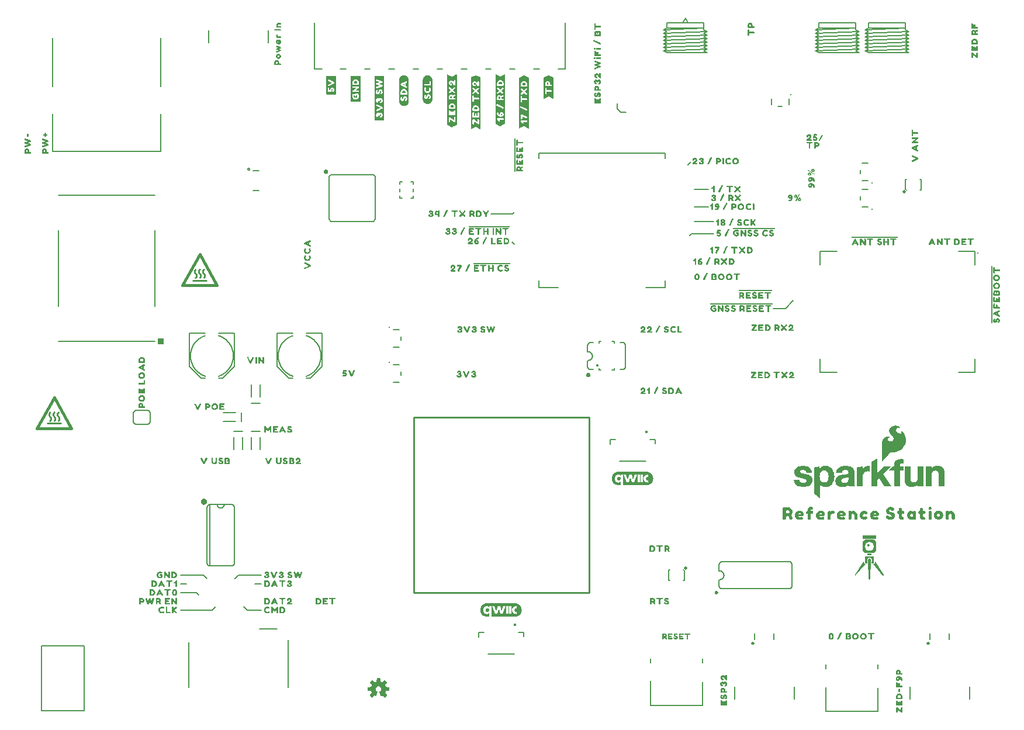
<source format=gto>
G04 EAGLE Gerber RS-274X export*
G75*
%MOMM*%
%FSLAX34Y34*%
%LPD*%
%INSilkscreen Top*%
%IPPOS*%
%AMOC8*
5,1,8,0,0,1.08239X$1,22.5*%
G01*
%ADD10C,0.254000*%
%ADD11C,0.203200*%
%ADD12C,0.152400*%
%ADD13C,0.508000*%
%ADD14C,0.508000*%
%ADD15C,0.254000*%
%ADD16C,0.406400*%
%ADD17C,0.282838*%
%ADD18C,0.177800*%
%ADD19R,0.889000X0.889000*%
%ADD20C,0.250000*%
%ADD21C,0.400000*%

G36*
X728839Y848978D02*
X728839Y848978D01*
X728832Y848991D01*
X728844Y849000D01*
X728844Y923600D01*
X728822Y923630D01*
X728820Y923642D01*
X728320Y923942D01*
X728318Y923942D01*
X728317Y923944D01*
X722217Y927044D01*
X722196Y927040D01*
X722187Y927049D01*
X721587Y926949D01*
X721580Y926941D01*
X721573Y926944D01*
X715573Y923944D01*
X715566Y923931D01*
X715557Y923931D01*
X715157Y923431D01*
X715156Y923408D01*
X715146Y923400D01*
X715146Y855700D01*
X715182Y855653D01*
X715195Y855663D01*
X715205Y855655D01*
X715179Y855647D01*
X715166Y855626D01*
X715148Y855613D01*
X715152Y855607D01*
X715149Y855603D01*
X715146Y855600D01*
X715146Y849200D01*
X715167Y849172D01*
X715168Y849159D01*
X715468Y848959D01*
X715506Y848961D01*
X715517Y848956D01*
X721607Y852051D01*
X722184Y852051D01*
X728273Y849056D01*
X728283Y849058D01*
X728285Y849052D01*
X728785Y848952D01*
X728839Y848978D01*
G37*
G36*
X785555Y850352D02*
X785555Y850352D01*
X785561Y850359D01*
X785567Y850356D01*
X791653Y853349D01*
X792230Y853253D01*
X798323Y850256D01*
X798361Y850263D01*
X798372Y850259D01*
X798672Y850459D01*
X798678Y850476D01*
X798688Y850484D01*
X798683Y850490D01*
X798684Y850492D01*
X798694Y850500D01*
X798694Y923700D01*
X798669Y923733D01*
X798667Y923744D01*
X792067Y927044D01*
X792047Y927040D01*
X792038Y927049D01*
X791338Y926949D01*
X791330Y926940D01*
X791322Y926944D01*
X785322Y923844D01*
X785314Y923827D01*
X785303Y923825D01*
X785003Y923325D01*
X785005Y923307D01*
X784998Y923302D01*
X784996Y923300D01*
X784996Y850300D01*
X785032Y850253D01*
X785044Y850262D01*
X785055Y850252D01*
X785555Y850352D01*
G37*
G36*
X688227Y852026D02*
X688227Y852026D01*
X694327Y855026D01*
X694336Y855045D01*
X694343Y855050D01*
X694351Y855052D01*
X694551Y855552D01*
X694547Y855565D01*
X694554Y855570D01*
X694554Y928070D01*
X694522Y928113D01*
X694521Y928117D01*
X694221Y928217D01*
X694195Y928208D01*
X694183Y928214D01*
X688090Y925217D01*
X687513Y925121D01*
X681427Y928114D01*
X681424Y928114D01*
X681423Y928116D01*
X680923Y928316D01*
X680920Y928315D01*
X680918Y928317D01*
X680912Y928313D01*
X680866Y928300D01*
X680871Y928282D01*
X680856Y928270D01*
X680856Y855770D01*
X680859Y855765D01*
X680856Y855762D01*
X680956Y855162D01*
X680980Y855140D01*
X680982Y855126D01*
X687582Y851726D01*
X687615Y851732D01*
X687627Y851726D01*
X688227Y852026D01*
G37*
G36*
X757665Y853332D02*
X757665Y853332D01*
X757677Y853326D01*
X763777Y856326D01*
X763779Y856330D01*
X763782Y856329D01*
X764382Y856729D01*
X764388Y856746D01*
X764400Y856755D01*
X764394Y856762D01*
X764404Y856770D01*
X764404Y927870D01*
X764399Y927877D01*
X764403Y927882D01*
X764303Y928282D01*
X764256Y928319D01*
X764247Y928307D01*
X764233Y928314D01*
X757555Y925025D01*
X750877Y928314D01*
X750818Y928303D01*
X750821Y928287D01*
X750807Y928280D01*
X750707Y927780D01*
X750710Y927773D01*
X750706Y927770D01*
X750706Y857070D01*
X750717Y857055D01*
X750713Y857045D01*
X751013Y856545D01*
X751031Y856537D01*
X751033Y856526D01*
X757033Y853526D01*
X757038Y853527D01*
X757039Y853523D01*
X757639Y853323D01*
X757665Y853332D01*
G37*
G36*
X1310980Y368090D02*
X1310980Y368090D01*
X1311064Y368093D01*
X1311065Y368093D01*
X1311066Y368093D01*
X1311144Y368136D01*
X1311217Y368175D01*
X1311217Y368176D01*
X1311218Y368176D01*
X1311222Y368182D01*
X1311305Y368290D01*
X1311378Y368435D01*
X1311734Y368791D01*
X1311741Y368802D01*
X1311754Y368813D01*
X1312354Y369513D01*
X1312358Y369520D01*
X1312365Y369527D01*
X1313057Y370416D01*
X1313948Y371406D01*
X1313951Y371411D01*
X1313957Y371417D01*
X1314952Y372610D01*
X1316045Y373803D01*
X1317244Y375101D01*
X1318544Y376501D01*
X1318548Y376508D01*
X1318555Y376514D01*
X1319645Y377802D01*
X1320727Y378884D01*
X1321702Y379762D01*
X1322654Y380428D01*
X1323695Y380901D01*
X1324716Y381180D01*
X1328565Y381180D01*
X1328585Y381185D01*
X1328612Y381183D01*
X1331012Y381483D01*
X1331034Y381491D01*
X1331065Y381493D01*
X1333265Y382093D01*
X1333288Y382105D01*
X1333321Y382113D01*
X1335321Y383013D01*
X1335340Y383027D01*
X1335368Y383039D01*
X1337268Y384239D01*
X1337279Y384249D01*
X1337296Y384258D01*
X1338996Y385558D01*
X1339013Y385579D01*
X1339042Y385600D01*
X1340542Y387200D01*
X1340550Y387214D01*
X1340565Y387227D01*
X1341965Y389027D01*
X1341978Y389054D01*
X1342003Y389086D01*
X1343903Y392786D01*
X1343911Y392817D01*
X1343931Y392858D01*
X1344931Y396458D01*
X1344933Y396492D01*
X1344945Y396538D01*
X1345145Y400038D01*
X1345139Y400070D01*
X1345141Y400117D01*
X1344641Y403417D01*
X1344630Y403446D01*
X1344623Y403488D01*
X1343623Y406288D01*
X1343609Y406309D01*
X1343599Y406341D01*
X1342299Y408741D01*
X1342273Y408770D01*
X1342234Y408829D01*
X1340534Y410529D01*
X1340504Y410547D01*
X1340467Y410582D01*
X1338867Y411582D01*
X1338801Y411605D01*
X1338737Y411633D01*
X1338720Y411633D01*
X1338703Y411638D01*
X1338634Y411629D01*
X1338564Y411627D01*
X1338549Y411618D01*
X1338531Y411616D01*
X1338473Y411577D01*
X1338412Y411544D01*
X1338402Y411529D01*
X1338387Y411519D01*
X1338352Y411459D01*
X1338312Y411402D01*
X1338309Y411383D01*
X1338301Y411369D01*
X1338298Y411330D01*
X1338285Y411260D01*
X1338285Y410660D01*
X1338292Y410630D01*
X1338292Y410585D01*
X1338378Y410154D01*
X1338202Y409094D01*
X1337963Y408696D01*
X1337548Y408281D01*
X1336987Y408040D01*
X1336418Y408040D01*
X1335103Y408416D01*
X1334362Y408787D01*
X1333000Y409760D01*
X1332323Y410339D01*
X1331864Y410798D01*
X1331387Y411562D01*
X1331384Y411565D01*
X1331381Y411571D01*
X1331014Y412122D01*
X1330837Y412744D01*
X1330750Y413260D01*
X1330833Y413757D01*
X1331012Y414204D01*
X1331287Y414754D01*
X1331641Y415196D01*
X1332379Y415842D01*
X1332757Y416031D01*
X1333098Y416201D01*
X1333832Y416385D01*
X1334686Y416480D01*
X1335918Y416480D01*
X1336273Y416391D01*
X1336309Y416391D01*
X1336365Y416380D01*
X1336465Y416380D01*
X1336526Y416394D01*
X1336589Y416400D01*
X1336610Y416414D01*
X1336634Y416419D01*
X1336682Y416459D01*
X1336735Y416493D01*
X1336748Y416514D01*
X1336767Y416529D01*
X1336793Y416587D01*
X1336826Y416640D01*
X1336828Y416665D01*
X1336838Y416688D01*
X1336836Y416750D01*
X1336842Y416813D01*
X1336833Y416836D01*
X1336832Y416861D01*
X1336802Y416916D01*
X1336779Y416975D01*
X1336759Y416994D01*
X1336749Y417013D01*
X1336718Y417034D01*
X1336676Y417076D01*
X1336382Y417273D01*
X1335686Y417769D01*
X1335671Y417775D01*
X1335657Y417788D01*
X1334457Y418488D01*
X1334433Y418496D01*
X1334406Y418513D01*
X1332906Y419113D01*
X1332888Y419116D01*
X1332867Y419126D01*
X1331067Y419626D01*
X1331033Y419628D01*
X1330984Y419640D01*
X1328984Y419740D01*
X1328946Y419733D01*
X1328881Y419731D01*
X1326681Y419231D01*
X1326647Y419214D01*
X1326589Y419197D01*
X1324289Y417997D01*
X1324264Y417976D01*
X1324223Y417954D01*
X1322523Y416554D01*
X1322500Y416523D01*
X1322452Y416475D01*
X1321352Y414875D01*
X1321338Y414840D01*
X1321306Y414787D01*
X1320706Y413087D01*
X1320703Y413052D01*
X1320701Y413041D01*
X1320692Y413022D01*
X1320693Y413000D01*
X1320685Y412960D01*
X1320685Y411260D01*
X1320694Y411222D01*
X1320700Y411153D01*
X1321200Y409453D01*
X1321214Y409428D01*
X1321225Y409390D01*
X1322125Y407590D01*
X1322144Y407567D01*
X1322163Y407529D01*
X1323463Y405829D01*
X1323480Y405815D01*
X1323496Y405791D01*
X1325187Y404101D01*
X1326443Y402651D01*
X1327085Y401276D01*
X1327085Y400017D01*
X1326726Y398852D01*
X1325914Y397950D01*
X1324804Y397209D01*
X1323512Y396840D01*
X1322016Y396840D01*
X1320976Y397124D01*
X1320156Y397397D01*
X1319523Y397939D01*
X1318978Y398485D01*
X1318721Y398998D01*
X1318545Y399613D01*
X1318545Y400198D01*
X1318706Y400681D01*
X1318953Y401010D01*
X1319319Y401376D01*
X1319798Y401759D01*
X1320153Y402026D01*
X1320606Y402207D01*
X1320618Y402215D01*
X1320635Y402220D01*
X1320879Y402342D01*
X1321235Y402520D01*
X1321264Y402544D01*
X1321334Y402591D01*
X1321434Y402691D01*
X1321447Y402713D01*
X1321467Y402729D01*
X1321493Y402786D01*
X1321525Y402838D01*
X1321528Y402864D01*
X1321538Y402888D01*
X1321536Y402949D01*
X1321542Y403011D01*
X1321533Y403035D01*
X1321532Y403061D01*
X1321502Y403115D01*
X1321480Y403173D01*
X1321461Y403190D01*
X1321449Y403213D01*
X1321399Y403248D01*
X1321353Y403290D01*
X1321328Y403298D01*
X1321307Y403313D01*
X1321223Y403329D01*
X1321187Y403340D01*
X1321177Y403338D01*
X1321165Y403340D01*
X1321127Y403340D01*
X1320896Y403417D01*
X1320406Y403613D01*
X1320371Y403618D01*
X1320319Y403636D01*
X1319619Y403736D01*
X1319595Y403734D01*
X1319565Y403740D01*
X1317765Y403740D01*
X1317735Y403733D01*
X1317690Y403733D01*
X1316690Y403533D01*
X1316680Y403528D01*
X1316665Y403527D01*
X1315565Y403227D01*
X1315548Y403218D01*
X1315524Y403213D01*
X1314524Y402813D01*
X1314497Y402794D01*
X1314454Y402776D01*
X1313554Y402176D01*
X1313533Y402154D01*
X1313496Y402129D01*
X1312696Y401329D01*
X1312685Y401311D01*
X1312665Y401293D01*
X1311965Y400393D01*
X1311954Y400369D01*
X1311931Y400342D01*
X1311331Y399242D01*
X1311322Y399209D01*
X1311299Y399164D01*
X1310899Y397764D01*
X1310898Y397739D01*
X1310888Y397707D01*
X1310688Y396107D01*
X1310689Y396095D01*
X1310685Y396080D01*
X1310585Y394180D01*
X1310587Y394171D01*
X1310585Y394160D01*
X1310585Y368460D01*
X1310605Y368375D01*
X1310624Y368293D01*
X1310624Y368292D01*
X1310624Y368291D01*
X1310681Y368223D01*
X1310733Y368159D01*
X1310734Y368158D01*
X1310812Y368123D01*
X1310891Y368087D01*
X1310892Y368087D01*
X1310893Y368087D01*
X1310980Y368090D01*
G37*
G36*
X931684Y333239D02*
X931684Y333239D01*
X931706Y333243D01*
X931713Y333258D01*
X931722Y333264D01*
X931721Y333274D01*
X931728Y333290D01*
X931728Y338730D01*
X931724Y338736D01*
X931709Y338774D01*
X931699Y338784D01*
X931692Y338786D01*
X931691Y338787D01*
X931688Y338787D01*
X931671Y338791D01*
X931643Y338802D01*
X931638Y338798D01*
X931633Y338799D01*
X931626Y338790D01*
X931601Y338772D01*
X931531Y338652D01*
X931472Y338554D01*
X931377Y338420D01*
X931192Y338226D01*
X930965Y338038D01*
X930778Y337890D01*
X930563Y337754D01*
X930267Y337586D01*
X929993Y337469D01*
X929628Y337350D01*
X929343Y337282D01*
X929027Y337232D01*
X928671Y337193D01*
X928376Y337193D01*
X928079Y337203D01*
X927723Y337232D01*
X927119Y337331D01*
X926503Y337520D01*
X926497Y337518D01*
X926487Y337529D01*
X926190Y337638D01*
X925876Y337795D01*
X925530Y338012D01*
X925233Y338210D01*
X924938Y338466D01*
X924671Y338742D01*
X924454Y338990D01*
X924277Y339226D01*
X924039Y339603D01*
X923919Y339811D01*
X923907Y339818D01*
X923902Y339824D01*
X923902Y339836D01*
X923772Y340125D01*
X923624Y340463D01*
X923515Y340777D01*
X923406Y341264D01*
X923307Y341702D01*
X923257Y342017D01*
X923218Y342662D01*
X923208Y342921D01*
X923218Y343248D01*
X923206Y343267D01*
X923214Y343280D01*
X923223Y343287D01*
X923222Y343295D01*
X923228Y343305D01*
X923287Y343993D01*
X923327Y344279D01*
X923396Y344597D01*
X923475Y344923D01*
X923604Y345328D01*
X923732Y345635D01*
X923901Y345992D01*
X924089Y346337D01*
X924236Y346553D01*
X924464Y346850D01*
X924779Y347205D01*
X925303Y347630D01*
X925579Y347827D01*
X925935Y348025D01*
X925938Y348031D01*
X925942Y348029D01*
X925945Y348033D01*
X925951Y348033D01*
X926260Y348172D01*
X926604Y348310D01*
X927008Y348409D01*
X927503Y348498D01*
X927919Y348537D01*
X928386Y348557D01*
X928552Y348557D01*
X928859Y348528D01*
X929066Y348508D01*
X929361Y348449D01*
X929491Y348419D01*
X929726Y348360D01*
X929941Y348272D01*
X930228Y348153D01*
X930504Y348006D01*
X930759Y347848D01*
X931055Y347622D01*
X931302Y347395D01*
X931549Y347147D01*
X931628Y347058D01*
X931642Y347055D01*
X931649Y347043D01*
X931672Y347046D01*
X931694Y347040D01*
X931703Y347051D01*
X931716Y347053D01*
X931731Y347084D01*
X931737Y347092D01*
X931736Y347096D01*
X931738Y347100D01*
X931738Y348447D01*
X935332Y348447D01*
X935342Y333320D01*
X935354Y333301D01*
X935358Y333279D01*
X935373Y333272D01*
X935379Y333263D01*
X935389Y333264D01*
X935405Y333257D01*
X942575Y333257D01*
X942585Y333264D01*
X942589Y333264D01*
X942605Y333257D01*
X950046Y333267D01*
X950049Y333263D01*
X950059Y333264D01*
X950075Y333257D01*
X958955Y333257D01*
X958967Y333265D01*
X958969Y333263D01*
X958979Y333264D01*
X958995Y333257D01*
X969085Y333257D01*
X969086Y333258D01*
X969088Y333257D01*
X969988Y333307D01*
X970005Y333320D01*
X970011Y333318D01*
X971181Y333428D01*
X971186Y333431D01*
X971195Y333430D01*
X971374Y333490D01*
X971993Y333670D01*
X972693Y333880D01*
X972695Y333883D01*
X972700Y333882D01*
X973320Y334152D01*
X973321Y334154D01*
X973324Y334154D01*
X973894Y334454D01*
X973894Y334455D01*
X973895Y334455D01*
X974555Y334815D01*
X974557Y334819D01*
X974563Y334820D01*
X975183Y335290D01*
X975183Y335291D01*
X975185Y335292D01*
X975935Y335922D01*
X975936Y335925D01*
X975940Y335926D01*
X976370Y336366D01*
X976370Y336368D01*
X976373Y336370D01*
X976973Y337090D01*
X976974Y337099D01*
X976982Y337104D01*
X976981Y337114D01*
X977015Y337132D01*
X977235Y337422D01*
X977235Y337426D01*
X977239Y337429D01*
X977839Y338479D01*
X977839Y338480D01*
X977841Y338481D01*
X978231Y339231D01*
X978230Y339235D01*
X978234Y339239D01*
X978354Y339579D01*
X978354Y339580D01*
X978355Y339581D01*
X978535Y340161D01*
X978533Y340169D01*
X978535Y340171D01*
X978735Y340811D01*
X978734Y340815D01*
X978737Y340818D01*
X978827Y341288D01*
X978826Y341291D01*
X978827Y341294D01*
X978987Y342844D01*
X978985Y342848D01*
X978988Y342854D01*
X978928Y343724D01*
X978927Y343725D01*
X978927Y343727D01*
X978817Y344737D01*
X978817Y344738D01*
X978817Y344740D01*
X978767Y345060D01*
X978764Y345063D01*
X978765Y345068D01*
X978645Y345458D01*
X978606Y345606D01*
X978596Y345615D01*
X978596Y345618D01*
X978594Y345619D01*
X978593Y345625D01*
X978595Y345639D01*
X978315Y346519D01*
X978313Y346521D01*
X978313Y346524D01*
X978113Y347014D01*
X978111Y347016D01*
X978110Y347020D01*
X977720Y347740D01*
X977410Y348300D01*
X977406Y348302D01*
X977405Y348308D01*
X977165Y348628D01*
X977163Y348629D01*
X977162Y348631D01*
X977158Y348633D01*
X977154Y348649D01*
X976394Y349589D01*
X976392Y349590D01*
X976391Y349591D01*
X976391Y349593D01*
X976011Y349993D01*
X976007Y349994D01*
X976005Y349998D01*
X975605Y350328D01*
X975605Y350329D01*
X975165Y350689D01*
X974836Y350968D01*
X974831Y350968D01*
X974827Y350974D01*
X974397Y351234D01*
X974396Y351234D01*
X974395Y351235D01*
X973555Y351695D01*
X973554Y351695D01*
X973553Y351696D01*
X972903Y352026D01*
X972899Y352025D01*
X972894Y352030D01*
X972364Y352200D01*
X971434Y352490D01*
X971419Y352486D01*
X971417Y352487D01*
X971411Y352497D01*
X971403Y352496D01*
X971392Y352502D01*
X969252Y352752D01*
X969249Y352751D01*
X969245Y352753D01*
X964265Y352753D01*
X964252Y352745D01*
X964251Y352747D01*
X964241Y352746D01*
X964225Y352753D01*
X955774Y352743D01*
X955771Y352747D01*
X955759Y352745D01*
X955749Y352753D01*
X955736Y352748D01*
X955725Y352753D01*
X939715Y352753D01*
X939705Y352746D01*
X939701Y352746D01*
X939685Y352753D01*
X931685Y352753D01*
X931681Y352750D01*
X931675Y352753D01*
X928945Y352753D01*
X928943Y352751D01*
X928940Y352753D01*
X927300Y352623D01*
X927298Y352621D01*
X927295Y352622D01*
X926625Y352512D01*
X926622Y352509D01*
X926617Y352510D01*
X925367Y352140D01*
X925366Y352138D01*
X925363Y352139D01*
X924683Y351879D01*
X924680Y351876D01*
X924675Y351875D01*
X924065Y351545D01*
X924064Y351545D01*
X923405Y351175D01*
X923387Y351166D01*
X923376Y351148D01*
X923368Y351150D01*
X923363Y351144D01*
X923350Y351142D01*
X923000Y350902D01*
X922999Y350899D01*
X922995Y350899D01*
X922505Y350499D01*
X922505Y350498D01*
X922504Y350498D01*
X922224Y350258D01*
X922224Y350257D01*
X921984Y350047D01*
X921983Y350047D01*
X921803Y349887D01*
X921802Y349884D01*
X921798Y349882D01*
X921548Y349602D01*
X921548Y349601D01*
X921547Y349600D01*
X921197Y349180D01*
X920877Y348790D01*
X920876Y348789D01*
X920875Y348788D01*
X920655Y348498D01*
X920655Y348497D01*
X920654Y348496D01*
X920464Y348226D01*
X920464Y348224D01*
X920461Y348222D01*
X920281Y347912D01*
X920281Y347911D01*
X920280Y347910D01*
X920120Y347620D01*
X920120Y347619D01*
X920119Y347619D01*
X919719Y346839D01*
X919720Y346835D01*
X919716Y346831D01*
X919436Y346041D01*
X919436Y346039D01*
X919435Y346038D01*
X919369Y345812D01*
X919364Y345806D01*
X919094Y344806D01*
X919096Y344802D01*
X919093Y344796D01*
X919033Y344186D01*
X918963Y343506D01*
X918962Y343505D01*
X918932Y343105D01*
X918945Y343082D01*
X918946Y343077D01*
X918942Y343069D01*
X918952Y342639D01*
X918954Y342637D01*
X918953Y342634D01*
X919003Y342124D01*
X919003Y342123D01*
X919053Y341653D01*
X919093Y341264D01*
X919095Y341261D01*
X919094Y341257D01*
X919164Y340927D01*
X919165Y340926D01*
X919164Y340924D01*
X919344Y340264D01*
X919346Y340262D01*
X919345Y340260D01*
X919625Y339420D01*
X919627Y339419D01*
X919627Y339416D01*
X919847Y338876D01*
X919850Y338874D01*
X919850Y338870D01*
X920100Y338420D01*
X920370Y337920D01*
X920468Y337742D01*
X920463Y337732D01*
X920468Y337726D01*
X920466Y337718D01*
X920489Y337701D01*
X920491Y337698D01*
X920495Y337682D01*
X920855Y337202D01*
X920856Y337202D01*
X920857Y337200D01*
X921197Y336790D01*
X921817Y336050D01*
X921822Y336048D01*
X921825Y336041D01*
X922985Y335091D01*
X922987Y335091D01*
X922988Y335090D01*
X923218Y334920D01*
X923220Y334919D01*
X923222Y334916D01*
X923682Y334636D01*
X923684Y334636D01*
X923685Y334635D01*
X924095Y334415D01*
X924096Y334415D01*
X924435Y334235D01*
X924824Y334015D01*
X924846Y334017D01*
X924847Y334009D01*
X924859Y334006D01*
X924877Y333990D01*
X926877Y333400D01*
X926882Y333401D01*
X926889Y333398D01*
X928599Y333228D01*
X928601Y333229D01*
X928605Y333227D01*
X931665Y333227D01*
X931684Y333239D01*
G37*
G36*
X741184Y142739D02*
X741184Y142739D01*
X741206Y142743D01*
X741213Y142758D01*
X741222Y142764D01*
X741221Y142774D01*
X741228Y142790D01*
X741228Y148230D01*
X741224Y148236D01*
X741209Y148274D01*
X741199Y148284D01*
X741192Y148286D01*
X741191Y148287D01*
X741188Y148287D01*
X741171Y148291D01*
X741143Y148302D01*
X741138Y148298D01*
X741133Y148299D01*
X741126Y148290D01*
X741101Y148272D01*
X741031Y148152D01*
X740972Y148054D01*
X740877Y147920D01*
X740692Y147726D01*
X740465Y147538D01*
X740278Y147390D01*
X740063Y147254D01*
X739767Y147086D01*
X739493Y146969D01*
X739128Y146850D01*
X738843Y146782D01*
X738527Y146732D01*
X738171Y146693D01*
X737876Y146693D01*
X737579Y146703D01*
X737223Y146732D01*
X736619Y146831D01*
X736003Y147020D01*
X735997Y147018D01*
X735987Y147029D01*
X735690Y147138D01*
X735376Y147295D01*
X735030Y147512D01*
X734733Y147710D01*
X734438Y147966D01*
X734171Y148242D01*
X733954Y148490D01*
X733777Y148726D01*
X733539Y149103D01*
X733419Y149311D01*
X733407Y149318D01*
X733402Y149324D01*
X733402Y149336D01*
X733272Y149625D01*
X733124Y149963D01*
X733015Y150277D01*
X732906Y150764D01*
X732807Y151202D01*
X732757Y151517D01*
X732718Y152162D01*
X732708Y152421D01*
X732718Y152748D01*
X732706Y152767D01*
X732714Y152780D01*
X732723Y152787D01*
X732722Y152795D01*
X732728Y152805D01*
X732787Y153493D01*
X732827Y153779D01*
X732896Y154097D01*
X732975Y154423D01*
X733104Y154828D01*
X733232Y155135D01*
X733401Y155492D01*
X733589Y155837D01*
X733736Y156053D01*
X733964Y156350D01*
X734279Y156705D01*
X734803Y157130D01*
X735079Y157327D01*
X735435Y157525D01*
X735438Y157531D01*
X735442Y157529D01*
X735445Y157533D01*
X735451Y157533D01*
X735760Y157672D01*
X736104Y157810D01*
X736508Y157909D01*
X737003Y157998D01*
X737419Y158037D01*
X737886Y158057D01*
X738052Y158057D01*
X738359Y158028D01*
X738566Y158008D01*
X738861Y157949D01*
X738991Y157919D01*
X739226Y157860D01*
X739441Y157772D01*
X739728Y157653D01*
X740004Y157506D01*
X740259Y157348D01*
X740555Y157122D01*
X740802Y156895D01*
X741049Y156647D01*
X741128Y156558D01*
X741142Y156555D01*
X741149Y156543D01*
X741172Y156546D01*
X741194Y156540D01*
X741203Y156551D01*
X741216Y156553D01*
X741231Y156584D01*
X741237Y156592D01*
X741236Y156596D01*
X741238Y156600D01*
X741238Y157947D01*
X744832Y157947D01*
X744842Y142820D01*
X744854Y142801D01*
X744858Y142779D01*
X744873Y142772D01*
X744879Y142763D01*
X744889Y142764D01*
X744905Y142757D01*
X752075Y142757D01*
X752085Y142764D01*
X752089Y142764D01*
X752105Y142757D01*
X759546Y142767D01*
X759549Y142763D01*
X759559Y142764D01*
X759575Y142757D01*
X768455Y142757D01*
X768467Y142765D01*
X768469Y142763D01*
X768479Y142764D01*
X768495Y142757D01*
X778585Y142757D01*
X778586Y142758D01*
X778588Y142757D01*
X779488Y142807D01*
X779505Y142820D01*
X779511Y142818D01*
X780681Y142928D01*
X780686Y142931D01*
X780695Y142930D01*
X780874Y142990D01*
X781493Y143170D01*
X782193Y143380D01*
X782195Y143383D01*
X782200Y143382D01*
X782820Y143652D01*
X782821Y143654D01*
X782824Y143654D01*
X783394Y143954D01*
X783394Y143955D01*
X783395Y143955D01*
X784055Y144315D01*
X784057Y144319D01*
X784063Y144320D01*
X784683Y144790D01*
X784683Y144791D01*
X784685Y144792D01*
X785435Y145422D01*
X785436Y145425D01*
X785440Y145426D01*
X785870Y145866D01*
X785870Y145868D01*
X785873Y145870D01*
X786473Y146590D01*
X786474Y146599D01*
X786482Y146604D01*
X786481Y146614D01*
X786515Y146632D01*
X786735Y146922D01*
X786735Y146926D01*
X786739Y146929D01*
X787339Y147979D01*
X787339Y147980D01*
X787341Y147981D01*
X787731Y148731D01*
X787730Y148735D01*
X787734Y148739D01*
X787854Y149079D01*
X787854Y149080D01*
X787855Y149081D01*
X788035Y149661D01*
X788033Y149669D01*
X788035Y149671D01*
X788235Y150311D01*
X788234Y150315D01*
X788237Y150318D01*
X788327Y150788D01*
X788326Y150791D01*
X788327Y150794D01*
X788487Y152344D01*
X788485Y152348D01*
X788488Y152354D01*
X788428Y153224D01*
X788427Y153225D01*
X788427Y153227D01*
X788317Y154237D01*
X788317Y154238D01*
X788317Y154240D01*
X788267Y154560D01*
X788264Y154563D01*
X788265Y154568D01*
X788145Y154958D01*
X788106Y155106D01*
X788096Y155115D01*
X788096Y155118D01*
X788094Y155119D01*
X788093Y155125D01*
X788095Y155139D01*
X787815Y156019D01*
X787813Y156021D01*
X787813Y156024D01*
X787613Y156514D01*
X787611Y156516D01*
X787610Y156520D01*
X787220Y157240D01*
X786910Y157800D01*
X786906Y157802D01*
X786905Y157808D01*
X786665Y158128D01*
X786663Y158129D01*
X786662Y158131D01*
X786658Y158133D01*
X786654Y158149D01*
X785894Y159089D01*
X785892Y159090D01*
X785891Y159091D01*
X785891Y159093D01*
X785511Y159493D01*
X785507Y159494D01*
X785505Y159498D01*
X785105Y159828D01*
X785105Y159829D01*
X784665Y160189D01*
X784336Y160468D01*
X784331Y160468D01*
X784327Y160474D01*
X783897Y160734D01*
X783896Y160734D01*
X783895Y160735D01*
X783055Y161195D01*
X783054Y161195D01*
X783053Y161196D01*
X782403Y161526D01*
X782399Y161525D01*
X782394Y161530D01*
X781864Y161700D01*
X780934Y161990D01*
X780919Y161986D01*
X780917Y161987D01*
X780911Y161997D01*
X780903Y161996D01*
X780892Y162002D01*
X778752Y162252D01*
X778749Y162251D01*
X778745Y162253D01*
X773765Y162253D01*
X773752Y162245D01*
X773751Y162247D01*
X773741Y162246D01*
X773725Y162253D01*
X765274Y162243D01*
X765271Y162247D01*
X765259Y162245D01*
X765249Y162253D01*
X765236Y162248D01*
X765225Y162253D01*
X749215Y162253D01*
X749205Y162246D01*
X749201Y162246D01*
X749185Y162253D01*
X741185Y162253D01*
X741181Y162250D01*
X741175Y162253D01*
X738445Y162253D01*
X738443Y162251D01*
X738440Y162253D01*
X736800Y162123D01*
X736798Y162121D01*
X736795Y162122D01*
X736125Y162012D01*
X736122Y162009D01*
X736117Y162010D01*
X734867Y161640D01*
X734866Y161638D01*
X734863Y161639D01*
X734183Y161379D01*
X734180Y161376D01*
X734175Y161375D01*
X733565Y161045D01*
X733564Y161045D01*
X732905Y160675D01*
X732887Y160666D01*
X732876Y160648D01*
X732868Y160650D01*
X732863Y160644D01*
X732850Y160642D01*
X732500Y160402D01*
X732499Y160399D01*
X732495Y160399D01*
X732005Y159999D01*
X732005Y159998D01*
X732004Y159998D01*
X731724Y159758D01*
X731724Y159757D01*
X731484Y159547D01*
X731483Y159547D01*
X731303Y159387D01*
X731302Y159384D01*
X731298Y159382D01*
X731048Y159102D01*
X731048Y159101D01*
X731047Y159100D01*
X730697Y158680D01*
X730377Y158290D01*
X730376Y158289D01*
X730375Y158288D01*
X730155Y157998D01*
X730155Y157997D01*
X730154Y157996D01*
X729964Y157726D01*
X729964Y157724D01*
X729961Y157722D01*
X729781Y157412D01*
X729781Y157411D01*
X729780Y157410D01*
X729620Y157120D01*
X729620Y157119D01*
X729619Y157119D01*
X729219Y156339D01*
X729220Y156335D01*
X729216Y156331D01*
X728936Y155541D01*
X728936Y155539D01*
X728935Y155538D01*
X728869Y155312D01*
X728864Y155306D01*
X728594Y154306D01*
X728596Y154302D01*
X728593Y154296D01*
X728533Y153686D01*
X728463Y153006D01*
X728462Y153005D01*
X728432Y152605D01*
X728445Y152582D01*
X728446Y152577D01*
X728442Y152569D01*
X728452Y152139D01*
X728454Y152137D01*
X728453Y152134D01*
X728503Y151624D01*
X728503Y151623D01*
X728553Y151153D01*
X728593Y150764D01*
X728595Y150761D01*
X728594Y150757D01*
X728664Y150427D01*
X728665Y150426D01*
X728664Y150424D01*
X728844Y149764D01*
X728846Y149762D01*
X728845Y149760D01*
X729125Y148920D01*
X729127Y148919D01*
X729127Y148916D01*
X729347Y148376D01*
X729350Y148374D01*
X729350Y148370D01*
X729600Y147920D01*
X729870Y147420D01*
X729968Y147242D01*
X729963Y147232D01*
X729968Y147226D01*
X729966Y147218D01*
X729989Y147201D01*
X729991Y147198D01*
X729995Y147182D01*
X730355Y146702D01*
X730356Y146702D01*
X730357Y146700D01*
X730697Y146290D01*
X731317Y145550D01*
X731322Y145548D01*
X731325Y145541D01*
X732485Y144591D01*
X732487Y144591D01*
X732488Y144590D01*
X732718Y144420D01*
X732720Y144419D01*
X732722Y144416D01*
X733182Y144136D01*
X733184Y144136D01*
X733185Y144135D01*
X733595Y143915D01*
X733596Y143915D01*
X733935Y143735D01*
X734324Y143515D01*
X734346Y143517D01*
X734347Y143509D01*
X734359Y143506D01*
X734377Y143490D01*
X736377Y142900D01*
X736382Y142901D01*
X736389Y142898D01*
X738099Y142728D01*
X738101Y142729D01*
X738105Y142727D01*
X741165Y142727D01*
X741184Y142739D01*
G37*
G36*
X1220180Y314592D02*
X1220180Y314592D01*
X1220206Y314593D01*
X1220260Y314623D01*
X1220318Y314645D01*
X1220335Y314664D01*
X1220358Y314676D01*
X1220393Y314727D01*
X1220435Y314772D01*
X1220443Y314797D01*
X1220458Y314818D01*
X1220474Y314902D01*
X1220485Y314938D01*
X1220483Y314948D01*
X1220485Y314960D01*
X1220485Y334401D01*
X1220708Y334122D01*
X1220715Y334117D01*
X1220721Y334107D01*
X1221521Y333207D01*
X1221550Y333187D01*
X1221587Y333149D01*
X1222587Y332449D01*
X1222598Y332444D01*
X1222609Y332434D01*
X1223609Y331834D01*
X1223632Y331827D01*
X1223659Y331809D01*
X1224859Y331309D01*
X1224880Y331305D01*
X1224905Y331293D01*
X1226005Y330993D01*
X1226024Y330992D01*
X1226047Y330984D01*
X1227347Y330784D01*
X1227360Y330785D01*
X1227376Y330781D01*
X1228676Y330681D01*
X1228705Y330685D01*
X1228744Y330682D01*
X1231644Y330982D01*
X1231678Y330994D01*
X1231734Y331002D01*
X1234234Y331902D01*
X1234264Y331922D01*
X1234316Y331944D01*
X1236416Y333344D01*
X1236440Y333369D01*
X1236481Y333399D01*
X1238281Y335299D01*
X1238298Y335328D01*
X1238332Y335367D01*
X1239632Y337567D01*
X1239639Y337589D01*
X1239656Y337614D01*
X1240656Y340014D01*
X1240661Y340042D01*
X1240676Y340078D01*
X1241276Y342778D01*
X1241276Y342802D01*
X1241284Y342833D01*
X1241484Y345633D01*
X1241481Y345656D01*
X1241484Y345685D01*
X1241284Y348685D01*
X1241277Y348708D01*
X1241277Y348740D01*
X1240677Y351540D01*
X1240671Y351553D01*
X1240670Y351565D01*
X1240662Y351579D01*
X1240658Y351601D01*
X1239658Y354101D01*
X1239645Y354120D01*
X1239636Y354147D01*
X1238336Y356447D01*
X1238311Y356474D01*
X1238281Y356522D01*
X1236481Y358422D01*
X1236453Y358440D01*
X1236419Y358474D01*
X1234219Y359974D01*
X1234183Y359988D01*
X1234125Y360021D01*
X1231425Y360921D01*
X1231391Y360924D01*
X1231342Y360938D01*
X1228242Y361238D01*
X1228214Y361235D01*
X1228176Y361239D01*
X1226876Y361139D01*
X1226861Y361135D01*
X1226843Y361135D01*
X1225643Y360935D01*
X1225630Y360930D01*
X1225613Y360929D01*
X1224413Y360629D01*
X1224397Y360621D01*
X1224375Y360617D01*
X1223275Y360217D01*
X1223243Y360197D01*
X1223187Y360172D01*
X1221187Y358772D01*
X1221163Y358745D01*
X1221121Y358713D01*
X1220321Y357813D01*
X1220313Y357798D01*
X1220297Y357784D01*
X1220185Y357629D01*
X1220185Y360060D01*
X1220169Y360128D01*
X1220160Y360197D01*
X1220150Y360211D01*
X1220146Y360229D01*
X1220101Y360282D01*
X1220062Y360340D01*
X1220047Y360349D01*
X1220036Y360362D01*
X1219972Y360391D01*
X1219911Y360425D01*
X1219892Y360427D01*
X1219877Y360433D01*
X1219838Y360432D01*
X1219767Y360438D01*
X1218767Y360338D01*
X1218748Y360332D01*
X1218723Y360331D01*
X1216943Y359936D01*
X1216063Y359838D01*
X1216049Y359833D01*
X1216030Y359833D01*
X1215047Y359636D01*
X1214163Y359538D01*
X1214146Y359532D01*
X1214123Y359531D01*
X1212323Y359131D01*
X1212314Y359127D01*
X1212304Y359127D01*
X1212236Y359090D01*
X1212166Y359056D01*
X1212160Y359049D01*
X1212152Y359044D01*
X1212108Y358981D01*
X1212060Y358919D01*
X1212058Y358910D01*
X1212052Y358902D01*
X1212025Y358760D01*
X1212025Y321860D01*
X1212042Y321786D01*
X1212055Y321711D01*
X1212062Y321701D01*
X1212064Y321691D01*
X1212088Y321662D01*
X1212136Y321591D01*
X1213036Y320691D01*
X1213052Y320681D01*
X1213067Y320663D01*
X1214059Y319870D01*
X1215051Y318977D01*
X1215059Y318973D01*
X1215067Y318963D01*
X1216051Y318176D01*
X1216936Y317291D01*
X1216944Y317286D01*
X1216951Y317277D01*
X1217951Y316377D01*
X1217959Y316373D01*
X1217967Y316363D01*
X1218951Y315576D01*
X1219836Y314691D01*
X1219858Y314678D01*
X1219874Y314658D01*
X1219931Y314632D01*
X1219983Y314600D01*
X1220009Y314597D01*
X1220033Y314587D01*
X1220094Y314589D01*
X1220156Y314583D01*
X1220180Y314592D01*
G37*
G36*
X588399Y862094D02*
X588399Y862094D01*
X588402Y862091D01*
X589102Y862191D01*
X589144Y862234D01*
X589140Y862237D01*
X589144Y862240D01*
X589144Y925940D01*
X589125Y925966D01*
X589125Y925979D01*
X588725Y926279D01*
X588703Y926279D01*
X588695Y926289D01*
X575795Y926289D01*
X575769Y926270D01*
X575756Y926270D01*
X575456Y925870D01*
X575456Y925848D01*
X575446Y925840D01*
X575446Y862840D01*
X575449Y862836D01*
X575446Y862833D01*
X575546Y862133D01*
X575589Y862091D01*
X575592Y862095D01*
X575595Y862091D01*
X588395Y862091D01*
X588399Y862094D01*
G37*
G36*
X1253628Y330585D02*
X1253628Y330585D01*
X1253659Y330584D01*
X1254359Y330684D01*
X1254363Y330685D01*
X1254368Y330685D01*
X1254936Y330780D01*
X1255605Y330780D01*
X1255631Y330786D01*
X1255668Y330785D01*
X1256268Y330885D01*
X1256285Y330892D01*
X1256309Y330894D01*
X1256989Y331089D01*
X1257568Y331185D01*
X1257591Y331195D01*
X1257625Y331199D01*
X1258225Y331399D01*
X1258245Y331412D01*
X1258275Y331420D01*
X1258851Y331708D01*
X1259425Y331899D01*
X1259445Y331912D01*
X1259475Y331920D01*
X1259916Y332140D01*
X1260075Y332220D01*
X1260085Y332228D01*
X1260101Y332234D01*
X1260601Y332534D01*
X1260607Y332540D01*
X1260616Y332544D01*
X1261216Y332944D01*
X1261226Y332954D01*
X1261243Y332963D01*
X1262125Y333669D01*
X1262125Y333460D01*
X1262128Y333445D01*
X1262126Y333430D01*
X1262163Y333298D01*
X1262164Y333291D01*
X1262165Y333291D01*
X1262165Y333290D01*
X1262225Y333170D01*
X1262225Y332960D01*
X1262228Y332945D01*
X1262226Y332930D01*
X1262263Y332798D01*
X1262264Y332791D01*
X1262265Y332791D01*
X1262265Y332790D01*
X1262325Y332670D01*
X1262325Y332560D01*
X1262342Y332486D01*
X1262355Y332411D01*
X1262362Y332401D01*
X1262364Y332391D01*
X1262388Y332362D01*
X1262425Y332308D01*
X1262425Y332260D01*
X1262428Y332245D01*
X1262426Y332230D01*
X1262463Y332098D01*
X1262464Y332091D01*
X1262465Y332091D01*
X1262465Y332090D01*
X1262565Y331890D01*
X1262589Y331861D01*
X1262625Y331808D01*
X1262625Y331760D01*
X1262636Y331710D01*
X1262638Y331659D01*
X1262656Y331627D01*
X1262664Y331591D01*
X1262697Y331552D01*
X1262721Y331507D01*
X1262751Y331486D01*
X1262774Y331458D01*
X1262821Y331437D01*
X1262863Y331407D01*
X1262905Y331399D01*
X1262933Y331387D01*
X1262963Y331388D01*
X1263005Y331380D01*
X1270905Y331380D01*
X1270955Y331392D01*
X1271007Y331394D01*
X1271039Y331411D01*
X1271074Y331419D01*
X1271114Y331452D01*
X1271159Y331477D01*
X1271180Y331507D01*
X1271207Y331529D01*
X1271229Y331577D01*
X1271258Y331619D01*
X1271264Y331655D01*
X1271278Y331688D01*
X1271276Y331739D01*
X1271284Y331790D01*
X1271273Y331831D01*
X1271272Y331861D01*
X1271257Y331888D01*
X1271245Y331930D01*
X1271145Y332130D01*
X1271132Y332146D01*
X1271121Y332171D01*
X1270950Y332429D01*
X1270770Y332966D01*
X1270685Y333307D01*
X1270685Y333560D01*
X1270677Y333596D01*
X1270674Y333652D01*
X1270485Y334407D01*
X1270485Y334760D01*
X1270478Y334790D01*
X1270478Y334835D01*
X1270385Y335298D01*
X1270385Y335660D01*
X1270378Y335690D01*
X1270378Y335735D01*
X1270285Y336198D01*
X1270285Y352760D01*
X1270282Y352774D01*
X1270284Y352792D01*
X1270184Y353992D01*
X1270179Y354007D01*
X1270179Y354028D01*
X1269979Y355128D01*
X1269966Y355157D01*
X1269958Y355201D01*
X1269558Y356201D01*
X1269550Y356213D01*
X1269545Y356230D01*
X1269145Y357030D01*
X1269127Y357052D01*
X1269109Y357088D01*
X1268509Y357888D01*
X1268483Y357910D01*
X1268452Y357949D01*
X1267752Y358549D01*
X1267742Y358554D01*
X1267733Y358564D01*
X1266933Y359164D01*
X1266912Y359173D01*
X1266890Y359192D01*
X1265990Y359692D01*
X1265975Y359697D01*
X1265959Y359707D01*
X1265059Y360107D01*
X1265039Y360111D01*
X1265014Y360124D01*
X1264014Y360424D01*
X1263998Y360425D01*
X1263980Y360433D01*
X1262980Y360633D01*
X1262977Y360633D01*
X1262973Y360634D01*
X1260773Y361034D01*
X1260758Y361033D01*
X1260739Y361039D01*
X1259639Y361139D01*
X1259624Y361137D01*
X1259605Y361140D01*
X1255105Y361140D01*
X1255079Y361134D01*
X1255043Y361135D01*
X1253843Y360935D01*
X1253840Y360934D01*
X1253837Y360934D01*
X1252737Y360734D01*
X1252723Y360728D01*
X1252705Y360727D01*
X1250505Y360127D01*
X1250488Y360118D01*
X1250464Y360113D01*
X1249464Y359713D01*
X1249442Y359698D01*
X1249409Y359686D01*
X1248415Y359089D01*
X1247520Y358592D01*
X1247496Y358570D01*
X1247455Y358546D01*
X1246655Y357846D01*
X1246642Y357828D01*
X1246619Y357810D01*
X1245919Y357010D01*
X1245909Y356991D01*
X1245889Y356971D01*
X1244689Y355171D01*
X1244676Y355137D01*
X1244648Y355090D01*
X1244248Y353990D01*
X1244244Y353961D01*
X1244230Y353923D01*
X1244030Y352723D01*
X1244030Y352720D01*
X1244029Y352718D01*
X1243829Y351418D01*
X1243835Y351339D01*
X1243838Y351259D01*
X1243842Y351253D01*
X1243843Y351245D01*
X1243883Y351177D01*
X1243921Y351107D01*
X1243927Y351103D01*
X1243931Y351096D01*
X1243998Y351053D01*
X1244063Y351007D01*
X1244071Y351006D01*
X1244077Y351002D01*
X1244110Y350998D01*
X1244205Y350980D01*
X1252005Y350980D01*
X1252055Y350991D01*
X1252106Y350993D01*
X1252138Y351011D01*
X1252174Y351019D01*
X1252213Y351052D01*
X1252258Y351076D01*
X1252279Y351106D01*
X1252307Y351129D01*
X1252328Y351176D01*
X1252358Y351218D01*
X1252366Y351260D01*
X1252378Y351288D01*
X1252377Y351318D01*
X1252385Y351360D01*
X1252385Y351922D01*
X1252468Y352336D01*
X1252645Y352690D01*
X1252648Y352704D01*
X1252658Y352719D01*
X1252852Y353204D01*
X1253035Y353569D01*
X1253201Y353818D01*
X1253747Y354365D01*
X1253996Y354531D01*
X1254085Y354575D01*
X1254729Y354897D01*
X1255180Y354987D01*
X1255187Y354991D01*
X1255197Y354991D01*
X1255588Y355089D01*
X1256543Y355280D01*
X1258067Y355280D01*
X1258530Y355187D01*
X1258562Y355188D01*
X1258605Y355180D01*
X1258967Y355180D01*
X1259422Y355089D01*
X1259772Y355001D01*
X1260114Y354831D01*
X1260394Y354644D01*
X1260414Y354636D01*
X1260435Y354620D01*
X1260780Y354448D01*
X1261010Y354218D01*
X1261367Y353682D01*
X1261542Y353243D01*
X1261633Y352882D01*
X1261725Y352329D01*
X1261725Y351877D01*
X1261636Y350902D01*
X1261149Y350253D01*
X1260351Y349810D01*
X1259192Y349423D01*
X1257827Y349033D01*
X1256359Y348837D01*
X1254662Y348638D01*
X1252863Y348438D01*
X1252862Y348438D01*
X1252861Y348438D01*
X1252860Y348437D01*
X1252858Y348437D01*
X1252851Y348435D01*
X1252843Y348435D01*
X1251043Y348135D01*
X1251032Y348131D01*
X1251018Y348130D01*
X1249318Y347730D01*
X1249299Y347721D01*
X1249272Y347716D01*
X1247672Y347116D01*
X1247647Y347100D01*
X1247609Y347086D01*
X1246109Y346186D01*
X1246091Y346168D01*
X1246062Y346152D01*
X1244862Y345152D01*
X1244838Y345121D01*
X1244785Y345066D01*
X1243885Y343666D01*
X1243873Y343631D01*
X1243844Y343580D01*
X1243244Y341780D01*
X1243242Y341750D01*
X1243228Y341711D01*
X1242928Y339511D01*
X1242932Y339477D01*
X1242926Y339426D01*
X1243026Y338326D01*
X1243027Y338322D01*
X1243027Y338318D01*
X1243127Y337418D01*
X1243138Y337387D01*
X1243144Y337340D01*
X1243744Y335540D01*
X1243761Y335513D01*
X1243775Y335471D01*
X1244575Y334071D01*
X1244595Y334049D01*
X1244616Y334013D01*
X1245216Y333313D01*
X1245238Y333296D01*
X1245262Y333268D01*
X1245862Y332768D01*
X1245873Y332762D01*
X1245884Y332751D01*
X1246584Y332251D01*
X1246600Y332244D01*
X1246616Y332230D01*
X1247316Y331830D01*
X1247326Y331827D01*
X1247335Y331820D01*
X1248135Y331420D01*
X1248158Y331414D01*
X1248185Y331399D01*
X1249085Y331099D01*
X1249102Y331098D01*
X1249123Y331089D01*
X1250923Y330689D01*
X1250942Y330689D01*
X1250967Y330682D01*
X1251967Y330582D01*
X1251984Y330584D01*
X1252005Y330580D01*
X1253605Y330580D01*
X1253628Y330585D01*
G37*
G36*
X1303355Y331491D02*
X1303355Y331491D01*
X1303406Y331493D01*
X1303438Y331511D01*
X1303474Y331519D01*
X1303513Y331552D01*
X1303558Y331576D01*
X1303579Y331606D01*
X1303607Y331629D01*
X1303628Y331676D01*
X1303658Y331718D01*
X1303666Y331760D01*
X1303678Y331788D01*
X1303677Y331818D01*
X1303685Y331860D01*
X1303685Y341399D01*
X1306228Y343857D01*
X1313681Y331662D01*
X1313705Y331637D01*
X1313721Y331607D01*
X1313765Y331576D01*
X1313802Y331538D01*
X1313835Y331527D01*
X1313863Y331507D01*
X1313929Y331495D01*
X1313966Y331482D01*
X1313983Y331484D01*
X1314005Y331480D01*
X1323405Y331480D01*
X1323477Y331497D01*
X1323551Y331509D01*
X1323561Y331516D01*
X1323574Y331519D01*
X1323631Y331567D01*
X1323692Y331610D01*
X1323698Y331621D01*
X1323707Y331629D01*
X1323738Y331697D01*
X1323773Y331763D01*
X1323773Y331776D01*
X1323778Y331788D01*
X1323775Y331862D01*
X1323778Y331936D01*
X1323772Y331949D01*
X1323772Y331961D01*
X1323753Y331994D01*
X1323722Y332070D01*
X1312096Y349607D01*
X1322570Y359787D01*
X1322585Y359811D01*
X1322607Y359829D01*
X1322632Y359883D01*
X1322664Y359933D01*
X1322667Y359962D01*
X1322678Y359988D01*
X1322676Y360047D01*
X1322683Y360105D01*
X1322673Y360132D01*
X1322672Y360161D01*
X1322643Y360213D01*
X1322623Y360268D01*
X1322603Y360288D01*
X1322589Y360313D01*
X1322541Y360347D01*
X1322498Y360388D01*
X1322470Y360396D01*
X1322447Y360413D01*
X1322369Y360428D01*
X1322332Y360439D01*
X1322320Y360437D01*
X1322305Y360440D01*
X1313105Y360440D01*
X1313028Y360422D01*
X1312951Y360408D01*
X1312944Y360402D01*
X1312936Y360401D01*
X1312910Y360379D01*
X1312832Y360325D01*
X1303685Y350898D01*
X1303685Y370860D01*
X1303672Y370918D01*
X1303667Y370977D01*
X1303652Y371001D01*
X1303646Y371029D01*
X1303608Y371075D01*
X1303578Y371125D01*
X1303554Y371140D01*
X1303536Y371162D01*
X1303481Y371187D01*
X1303432Y371219D01*
X1303403Y371222D01*
X1303377Y371233D01*
X1303318Y371231D01*
X1303259Y371238D01*
X1303229Y371228D01*
X1303204Y371227D01*
X1303173Y371210D01*
X1303121Y371193D01*
X1295321Y366893D01*
X1295290Y366864D01*
X1295252Y366844D01*
X1295226Y366807D01*
X1295193Y366777D01*
X1295177Y366737D01*
X1295152Y366702D01*
X1295142Y366649D01*
X1295129Y366616D01*
X1295131Y366592D01*
X1295125Y366560D01*
X1295125Y331860D01*
X1295136Y331810D01*
X1295138Y331759D01*
X1295156Y331727D01*
X1295164Y331691D01*
X1295197Y331652D01*
X1295221Y331607D01*
X1295251Y331586D01*
X1295274Y331558D01*
X1295321Y331537D01*
X1295363Y331507D01*
X1295405Y331499D01*
X1295433Y331487D01*
X1295463Y331488D01*
X1295505Y331480D01*
X1303305Y331480D01*
X1303355Y331491D01*
G37*
G36*
X617958Y882657D02*
X617958Y882657D01*
X617963Y882651D01*
X618563Y882751D01*
X619262Y882851D01*
X619266Y882855D01*
X619269Y882853D01*
X619969Y883053D01*
X619970Y883054D01*
X619971Y883053D01*
X620571Y883253D01*
X620574Y883258D01*
X620577Y883256D01*
X621177Y883556D01*
X621179Y883560D01*
X621182Y883559D01*
X621782Y883959D01*
X621783Y883962D01*
X621786Y883962D01*
X622786Y884762D01*
X622788Y884769D01*
X622793Y884768D01*
X623293Y885368D01*
X623293Y885374D01*
X623297Y885375D01*
X623597Y885874D01*
X623996Y886473D01*
X623996Y886478D01*
X623997Y886479D01*
X623995Y886481D01*
X623995Y886482D01*
X624002Y886484D01*
X624202Y887084D01*
X624201Y887086D01*
X624202Y887086D01*
X624402Y887785D01*
X624602Y888384D01*
X624600Y888391D01*
X624604Y888393D01*
X624704Y889093D01*
X624701Y889098D01*
X624704Y889100D01*
X624704Y920300D01*
X624701Y920305D01*
X624704Y920308D01*
X624604Y920904D01*
X624604Y921600D01*
X624598Y921608D01*
X624602Y921614D01*
X624402Y922314D01*
X624401Y922315D01*
X624402Y922316D01*
X624202Y922916D01*
X624197Y922919D01*
X624199Y922922D01*
X623899Y923522D01*
X623895Y923524D01*
X623896Y923527D01*
X623496Y924127D01*
X623493Y924128D01*
X623493Y924131D01*
X622693Y925131D01*
X622689Y925132D01*
X622690Y925135D01*
X622190Y925635D01*
X622183Y925636D01*
X622182Y925641D01*
X621582Y926041D01*
X621578Y926041D01*
X621577Y926044D01*
X620377Y926644D01*
X620372Y926643D01*
X620371Y926647D01*
X619771Y926847D01*
X619769Y926846D01*
X619769Y926847D01*
X619069Y927047D01*
X619064Y927046D01*
X619062Y927049D01*
X618362Y927149D01*
X618357Y927146D01*
X618355Y927149D01*
X617055Y927149D01*
X617047Y927143D01*
X617041Y927147D01*
X616344Y926948D01*
X615747Y926849D01*
X615741Y926842D01*
X615736Y926845D01*
X615036Y926545D01*
X615034Y926543D01*
X615033Y926544D01*
X614433Y926244D01*
X614430Y926237D01*
X614424Y926238D01*
X613926Y925840D01*
X613328Y925441D01*
X613325Y925434D01*
X613320Y925435D01*
X612820Y924935D01*
X612820Y924931D01*
X612817Y924931D01*
X612017Y923931D01*
X612016Y923923D01*
X612011Y923922D01*
X611411Y922722D01*
X611412Y922715D01*
X611408Y922714D01*
X611208Y922014D01*
X611210Y922009D01*
X611206Y922007D01*
X611106Y921308D01*
X611006Y920708D01*
X611009Y920703D01*
X611006Y920700D01*
X611006Y889000D01*
X611009Y888996D01*
X611006Y888993D01*
X611106Y888293D01*
X611110Y888289D01*
X611108Y888286D01*
X611308Y887586D01*
X611309Y887585D01*
X611308Y887584D01*
X611508Y886984D01*
X611513Y886981D01*
X611511Y886978D01*
X612111Y885778D01*
X612115Y885776D01*
X612114Y885773D01*
X612514Y885173D01*
X612521Y885170D01*
X612520Y885165D01*
X613020Y884665D01*
X613024Y884665D01*
X613024Y884662D01*
X614024Y883862D01*
X614028Y883861D01*
X614028Y883859D01*
X614628Y883459D01*
X614632Y883459D01*
X614633Y883456D01*
X615233Y883156D01*
X615240Y883157D01*
X615241Y883153D01*
X615941Y882953D01*
X615945Y882954D01*
X615947Y882951D01*
X616547Y882851D01*
X616548Y882852D01*
X616548Y882851D01*
X617948Y882651D01*
X617958Y882657D01*
G37*
G36*
X1382055Y331491D02*
X1382055Y331491D01*
X1382106Y331493D01*
X1382138Y331511D01*
X1382174Y331519D01*
X1382213Y331552D01*
X1382258Y331576D01*
X1382279Y331606D01*
X1382307Y331629D01*
X1382328Y331676D01*
X1382358Y331718D01*
X1382366Y331760D01*
X1382378Y331788D01*
X1382377Y331818D01*
X1382385Y331860D01*
X1382385Y346650D01*
X1382484Y348628D01*
X1382678Y350273D01*
X1383153Y351604D01*
X1383713Y352630D01*
X1384435Y353352D01*
X1385457Y353910D01*
X1386579Y354284D01*
X1388003Y354379D01*
X1389218Y354285D01*
X1390141Y353916D01*
X1390962Y353460D01*
X1391592Y352740D01*
X1392048Y351919D01*
X1392331Y350787D01*
X1392526Y349422D01*
X1392625Y347749D01*
X1392625Y331860D01*
X1392636Y331810D01*
X1392638Y331759D01*
X1392656Y331727D01*
X1392664Y331691D01*
X1392697Y331652D01*
X1392721Y331607D01*
X1392751Y331586D01*
X1392774Y331558D01*
X1392821Y331537D01*
X1392863Y331507D01*
X1392905Y331499D01*
X1392933Y331487D01*
X1392963Y331488D01*
X1393005Y331480D01*
X1400705Y331480D01*
X1400755Y331491D01*
X1400806Y331493D01*
X1400838Y331511D01*
X1400874Y331519D01*
X1400913Y331552D01*
X1400958Y331576D01*
X1400979Y331606D01*
X1401007Y331629D01*
X1401028Y331676D01*
X1401058Y331718D01*
X1401066Y331760D01*
X1401078Y331788D01*
X1401077Y331818D01*
X1401085Y331860D01*
X1401085Y349260D01*
X1401084Y349267D01*
X1401085Y349275D01*
X1400985Y351775D01*
X1400981Y351791D01*
X1400982Y351811D01*
X1400682Y354011D01*
X1400673Y354035D01*
X1400669Y354069D01*
X1400069Y356069D01*
X1400051Y356101D01*
X1400033Y356153D01*
X1399033Y357853D01*
X1399007Y357880D01*
X1398974Y357929D01*
X1397574Y359329D01*
X1397541Y359349D01*
X1397490Y359392D01*
X1395690Y360392D01*
X1395654Y360403D01*
X1395601Y360428D01*
X1393301Y361028D01*
X1393271Y361029D01*
X1393232Y361039D01*
X1390432Y361239D01*
X1390407Y361235D01*
X1390373Y361239D01*
X1389173Y361139D01*
X1389160Y361135D01*
X1389143Y361135D01*
X1387943Y360935D01*
X1387930Y360930D01*
X1387913Y360929D01*
X1386713Y360629D01*
X1386691Y360618D01*
X1386659Y360611D01*
X1385459Y360111D01*
X1385436Y360095D01*
X1385401Y360081D01*
X1384301Y359381D01*
X1384288Y359368D01*
X1384267Y359357D01*
X1383267Y358557D01*
X1383251Y358536D01*
X1383222Y358514D01*
X1382322Y357514D01*
X1382314Y357499D01*
X1382297Y357484D01*
X1382085Y357192D01*
X1382085Y360060D01*
X1382074Y360110D01*
X1382072Y360161D01*
X1382054Y360193D01*
X1382046Y360229D01*
X1382013Y360268D01*
X1381989Y360313D01*
X1381959Y360334D01*
X1381936Y360362D01*
X1381889Y360383D01*
X1381847Y360413D01*
X1381805Y360421D01*
X1381777Y360433D01*
X1381747Y360432D01*
X1381705Y360440D01*
X1374305Y360440D01*
X1374261Y360430D01*
X1374215Y360429D01*
X1374177Y360410D01*
X1374136Y360401D01*
X1374101Y360372D01*
X1374060Y360351D01*
X1374035Y360317D01*
X1374003Y360291D01*
X1373984Y360249D01*
X1373957Y360212D01*
X1373946Y360164D01*
X1373932Y360132D01*
X1373933Y360106D01*
X1373925Y360071D01*
X1373825Y356571D01*
X1373826Y356566D01*
X1373825Y356560D01*
X1373825Y331860D01*
X1373836Y331810D01*
X1373838Y331759D01*
X1373856Y331727D01*
X1373864Y331691D01*
X1373897Y331652D01*
X1373921Y331607D01*
X1373951Y331586D01*
X1373974Y331558D01*
X1374021Y331537D01*
X1374063Y331507D01*
X1374105Y331499D01*
X1374133Y331487D01*
X1374163Y331488D01*
X1374205Y331480D01*
X1382005Y331480D01*
X1382055Y331491D01*
G37*
G36*
X1353903Y330685D02*
X1353903Y330685D01*
X1353937Y330681D01*
X1355137Y330781D01*
X1355150Y330785D01*
X1355168Y330785D01*
X1356368Y330985D01*
X1356380Y330990D01*
X1356397Y330991D01*
X1357597Y331291D01*
X1357619Y331302D01*
X1357651Y331309D01*
X1358851Y331809D01*
X1358874Y331825D01*
X1358909Y331839D01*
X1360009Y332539D01*
X1360022Y332552D01*
X1360043Y332563D01*
X1361043Y333363D01*
X1361059Y333384D01*
X1361088Y333406D01*
X1361988Y334406D01*
X1361996Y334421D01*
X1362013Y334436D01*
X1362225Y334728D01*
X1362225Y331860D01*
X1362236Y331810D01*
X1362238Y331759D01*
X1362256Y331727D01*
X1362264Y331691D01*
X1362297Y331652D01*
X1362321Y331607D01*
X1362351Y331586D01*
X1362374Y331558D01*
X1362421Y331537D01*
X1362463Y331507D01*
X1362505Y331499D01*
X1362533Y331487D01*
X1362563Y331488D01*
X1362605Y331480D01*
X1370005Y331480D01*
X1370050Y331490D01*
X1370095Y331491D01*
X1370133Y331510D01*
X1370174Y331519D01*
X1370209Y331548D01*
X1370250Y331569D01*
X1370275Y331603D01*
X1370307Y331629D01*
X1370326Y331671D01*
X1370353Y331708D01*
X1370364Y331756D01*
X1370378Y331788D01*
X1370377Y331814D01*
X1370385Y331849D01*
X1370485Y335349D01*
X1370484Y335354D01*
X1370485Y335360D01*
X1370485Y360060D01*
X1370474Y360110D01*
X1370472Y360161D01*
X1370454Y360193D01*
X1370446Y360229D01*
X1370413Y360268D01*
X1370389Y360313D01*
X1370359Y360334D01*
X1370336Y360362D01*
X1370289Y360383D01*
X1370247Y360413D01*
X1370205Y360421D01*
X1370177Y360433D01*
X1370147Y360432D01*
X1370105Y360440D01*
X1362305Y360440D01*
X1362255Y360429D01*
X1362204Y360427D01*
X1362172Y360409D01*
X1362136Y360401D01*
X1362097Y360368D01*
X1362052Y360344D01*
X1362031Y360314D01*
X1362003Y360291D01*
X1361982Y360244D01*
X1361952Y360202D01*
X1361944Y360160D01*
X1361932Y360132D01*
X1361933Y360102D01*
X1361925Y360060D01*
X1361925Y345270D01*
X1361826Y343292D01*
X1361632Y341647D01*
X1361157Y340316D01*
X1360597Y339290D01*
X1359875Y338568D01*
X1358853Y338010D01*
X1357731Y337636D01*
X1356307Y337541D01*
X1355075Y337636D01*
X1354169Y337908D01*
X1353347Y338456D01*
X1352718Y339085D01*
X1352264Y339993D01*
X1351979Y341133D01*
X1351784Y342498D01*
X1351685Y344171D01*
X1351685Y360060D01*
X1351674Y360110D01*
X1351672Y360161D01*
X1351654Y360193D01*
X1351646Y360229D01*
X1351613Y360268D01*
X1351589Y360313D01*
X1351559Y360334D01*
X1351536Y360362D01*
X1351489Y360383D01*
X1351447Y360413D01*
X1351405Y360421D01*
X1351377Y360433D01*
X1351347Y360432D01*
X1351305Y360440D01*
X1343605Y360440D01*
X1343555Y360429D01*
X1343504Y360427D01*
X1343472Y360409D01*
X1343436Y360401D01*
X1343397Y360368D01*
X1343352Y360344D01*
X1343331Y360314D01*
X1343303Y360291D01*
X1343282Y360244D01*
X1343252Y360202D01*
X1343244Y360160D01*
X1343232Y360132D01*
X1343233Y360102D01*
X1343225Y360060D01*
X1343225Y342660D01*
X1343226Y342653D01*
X1343225Y342645D01*
X1343325Y340145D01*
X1343329Y340129D01*
X1343328Y340109D01*
X1343628Y337909D01*
X1343637Y337885D01*
X1343641Y337851D01*
X1344241Y335851D01*
X1344259Y335819D01*
X1344277Y335767D01*
X1345277Y334067D01*
X1345303Y334040D01*
X1345336Y333991D01*
X1346736Y332591D01*
X1346769Y332571D01*
X1346820Y332528D01*
X1348620Y331528D01*
X1348656Y331517D01*
X1348709Y331492D01*
X1351009Y330892D01*
X1351039Y330891D01*
X1351078Y330881D01*
X1353878Y330681D01*
X1353903Y330685D01*
G37*
G36*
X1196304Y330783D02*
X1196304Y330783D01*
X1196321Y330780D01*
X1198721Y330880D01*
X1198742Y330886D01*
X1198770Y330885D01*
X1201070Y331285D01*
X1201085Y331292D01*
X1201105Y331293D01*
X1203305Y331893D01*
X1203335Y331909D01*
X1203382Y331924D01*
X1205282Y332924D01*
X1205303Y332941D01*
X1205336Y332958D01*
X1207036Y334258D01*
X1207060Y334287D01*
X1207107Y334329D01*
X1207124Y334352D01*
X1207415Y334732D01*
X1207706Y335112D01*
X1207997Y335492D01*
X1207997Y335493D01*
X1208287Y335873D01*
X1208288Y335873D01*
X1208407Y336029D01*
X1208423Y336065D01*
X1208460Y336125D01*
X1209260Y338225D01*
X1209265Y338261D01*
X1209283Y338316D01*
X1209583Y340916D01*
X1209579Y340951D01*
X1209583Y341002D01*
X1209383Y342802D01*
X1209370Y342838D01*
X1209358Y342901D01*
X1208758Y344401D01*
X1208739Y344428D01*
X1208721Y344471D01*
X1207921Y345671D01*
X1207893Y345698D01*
X1207848Y345752D01*
X1206648Y346752D01*
X1206635Y346759D01*
X1206621Y346773D01*
X1205321Y347673D01*
X1205287Y347686D01*
X1205239Y347716D01*
X1203639Y348316D01*
X1203629Y348317D01*
X1203618Y348323D01*
X1202018Y348823D01*
X1202006Y348824D01*
X1201992Y348830D01*
X1200294Y349230D01*
X1198697Y349629D01*
X1198687Y349629D01*
X1198675Y349634D01*
X1197089Y349931D01*
X1195610Y350326D01*
X1194340Y350716D01*
X1193290Y351193D01*
X1192460Y351747D01*
X1191956Y352335D01*
X1191790Y353078D01*
X1191874Y353748D01*
X1192118Y354235D01*
X1192530Y354648D01*
X1192785Y354775D01*
X1193065Y354915D01*
X1193709Y355191D01*
X1194332Y355280D01*
X1196784Y355280D01*
X1197623Y355187D01*
X1198459Y354908D01*
X1199195Y354540D01*
X1199735Y354090D01*
X1200179Y353557D01*
X1200540Y352744D01*
X1200732Y351785D01*
X1200738Y351773D01*
X1200738Y351759D01*
X1200774Y351695D01*
X1200804Y351628D01*
X1200815Y351619D01*
X1200821Y351607D01*
X1200881Y351565D01*
X1200938Y351518D01*
X1200952Y351515D01*
X1200963Y351507D01*
X1201105Y351480D01*
X1208405Y351480D01*
X1208485Y351498D01*
X1208565Y351515D01*
X1208569Y351518D01*
X1208574Y351519D01*
X1208637Y351572D01*
X1208701Y351622D01*
X1208703Y351626D01*
X1208707Y351629D01*
X1208741Y351704D01*
X1208776Y351778D01*
X1208776Y351783D01*
X1208778Y351788D01*
X1208777Y351815D01*
X1208780Y351923D01*
X1208380Y354323D01*
X1208365Y354358D01*
X1208349Y354423D01*
X1207449Y356323D01*
X1207426Y356351D01*
X1207400Y356400D01*
X1206100Y358000D01*
X1206074Y358020D01*
X1206071Y358024D01*
X1206067Y358030D01*
X1206062Y358034D01*
X1206043Y358057D01*
X1204543Y359257D01*
X1204511Y359272D01*
X1204468Y359304D01*
X1202568Y360204D01*
X1202543Y360209D01*
X1202514Y360224D01*
X1200514Y360824D01*
X1200489Y360826D01*
X1200456Y360837D01*
X1198256Y361137D01*
X1198241Y361135D01*
X1198222Y361140D01*
X1196022Y361240D01*
X1196007Y361237D01*
X1195988Y361240D01*
X1193688Y361140D01*
X1193673Y361136D01*
X1193654Y361137D01*
X1191454Y360837D01*
X1191438Y360831D01*
X1191417Y360830D01*
X1189317Y360330D01*
X1189288Y360315D01*
X1189242Y360304D01*
X1187342Y359404D01*
X1187317Y359384D01*
X1187277Y359364D01*
X1185677Y358164D01*
X1185652Y358134D01*
X1185601Y358088D01*
X1184401Y356488D01*
X1184386Y356453D01*
X1184352Y356401D01*
X1183552Y354401D01*
X1183546Y354362D01*
X1183526Y354290D01*
X1183326Y351790D01*
X1183331Y351759D01*
X1183327Y351716D01*
X1183527Y350016D01*
X1183539Y349983D01*
X1183547Y349932D01*
X1184047Y348532D01*
X1184068Y348499D01*
X1184101Y348432D01*
X1185001Y347232D01*
X1185029Y347209D01*
X1185064Y347166D01*
X1186164Y346266D01*
X1186189Y346254D01*
X1186216Y346230D01*
X1187616Y345430D01*
X1187638Y345423D01*
X1187664Y345407D01*
X1189164Y344807D01*
X1189177Y344805D01*
X1189192Y344797D01*
X1190792Y344297D01*
X1190804Y344296D01*
X1190818Y344290D01*
X1192518Y343890D01*
X1192524Y343890D01*
X1192530Y343887D01*
X1194524Y343488D01*
X1196201Y343094D01*
X1197685Y342599D01*
X1197689Y342599D01*
X1197693Y342597D01*
X1198949Y342210D01*
X1199882Y341651D01*
X1200522Y341101D01*
X1200940Y340517D01*
X1201022Y339857D01*
X1200935Y339069D01*
X1200585Y338370D01*
X1200144Y337841D01*
X1199508Y337387D01*
X1199144Y337205D01*
X1198772Y337019D01*
X1198017Y336830D01*
X1197163Y336640D01*
X1196322Y336640D01*
X1195256Y336737D01*
X1194194Y336930D01*
X1193254Y337212D01*
X1192436Y337667D01*
X1191793Y338310D01*
X1191239Y339048D01*
X1190879Y339950D01*
X1190784Y340994D01*
X1190773Y341027D01*
X1190772Y341061D01*
X1190746Y341108D01*
X1190729Y341159D01*
X1190705Y341183D01*
X1190689Y341213D01*
X1190645Y341244D01*
X1190607Y341282D01*
X1190575Y341293D01*
X1190547Y341313D01*
X1190480Y341326D01*
X1190443Y341338D01*
X1190426Y341336D01*
X1190405Y341340D01*
X1183005Y341340D01*
X1182926Y341322D01*
X1182848Y341306D01*
X1182843Y341302D01*
X1182836Y341301D01*
X1182774Y341249D01*
X1182710Y341200D01*
X1182708Y341195D01*
X1182703Y341191D01*
X1182670Y341117D01*
X1182634Y341045D01*
X1182634Y341038D01*
X1182632Y341032D01*
X1182633Y341002D01*
X1182630Y340900D01*
X1183030Y338400D01*
X1183043Y338366D01*
X1183056Y338310D01*
X1183956Y336210D01*
X1183977Y336181D01*
X1184003Y336129D01*
X1185303Y334429D01*
X1185330Y334407D01*
X1185363Y334366D01*
X1187063Y332966D01*
X1187094Y332951D01*
X1187135Y332920D01*
X1189135Y331920D01*
X1189165Y331913D01*
X1189205Y331893D01*
X1191405Y331293D01*
X1191421Y331293D01*
X1191440Y331285D01*
X1193740Y330885D01*
X1193762Y330887D01*
X1193790Y330880D01*
X1196290Y330780D01*
X1196304Y330783D01*
G37*
G36*
X652749Y885554D02*
X652749Y885554D01*
X652752Y885551D01*
X653452Y885651D01*
X653457Y885656D01*
X653461Y885653D01*
X654060Y885853D01*
X654759Y886053D01*
X654763Y886058D01*
X654767Y886056D01*
X655367Y886356D01*
X655368Y886359D01*
X655370Y886358D01*
X655870Y886658D01*
X655871Y886659D01*
X655872Y886659D01*
X656472Y887059D01*
X656475Y887066D01*
X656480Y887065D01*
X656980Y887565D01*
X656980Y887569D01*
X656983Y887569D01*
X657783Y888569D01*
X657784Y888573D01*
X657786Y888573D01*
X658186Y889173D01*
X658186Y889177D01*
X658189Y889178D01*
X658489Y889778D01*
X658488Y889783D01*
X658492Y889784D01*
X658692Y890384D01*
X658691Y890386D01*
X658692Y890386D01*
X658892Y891086D01*
X658889Y891096D01*
X658894Y891100D01*
X658894Y891796D01*
X658994Y892392D01*
X658991Y892397D01*
X658994Y892400D01*
X658994Y920900D01*
X658991Y920905D01*
X658994Y920908D01*
X658894Y921508D01*
X658890Y921511D01*
X658892Y921514D01*
X658692Y922214D01*
X658691Y922215D01*
X658692Y922216D01*
X658492Y922816D01*
X658487Y922819D01*
X658489Y922822D01*
X657889Y924022D01*
X657885Y924024D01*
X657886Y924027D01*
X657486Y924627D01*
X657479Y924630D01*
X657480Y924635D01*
X656980Y925135D01*
X656976Y925135D01*
X656976Y925138D01*
X655976Y925938D01*
X655972Y925939D01*
X655972Y925941D01*
X655372Y926341D01*
X655368Y926341D01*
X655367Y926344D01*
X654767Y926644D01*
X654762Y926643D01*
X654761Y926647D01*
X654161Y926847D01*
X654159Y926846D01*
X654159Y926847D01*
X653459Y927047D01*
X653454Y927046D01*
X653452Y927049D01*
X652752Y927149D01*
X652747Y927146D01*
X652745Y927149D01*
X651445Y927149D01*
X651441Y927146D01*
X651438Y927149D01*
X650738Y927049D01*
X650733Y927044D01*
X650729Y927047D01*
X650129Y926847D01*
X650128Y926844D01*
X650126Y926845D01*
X649426Y926545D01*
X649424Y926543D01*
X649423Y926544D01*
X648223Y925944D01*
X648220Y925937D01*
X648214Y925938D01*
X647714Y925538D01*
X647713Y925534D01*
X647710Y925535D01*
X647210Y925035D01*
X647210Y925031D01*
X647207Y925031D01*
X646407Y924031D01*
X646406Y924027D01*
X646404Y924027D01*
X646004Y923427D01*
X646005Y923416D01*
X645998Y923414D01*
X645798Y922715D01*
X645598Y922116D01*
X645599Y922114D01*
X645598Y922114D01*
X645398Y921414D01*
X645399Y921410D01*
X645396Y921408D01*
X645296Y920808D01*
X645299Y920803D01*
X645296Y920800D01*
X645296Y892400D01*
X645300Y892395D01*
X645297Y892388D01*
X645308Y892384D01*
X645332Y892353D01*
X645349Y892366D01*
X645355Y892363D01*
X645320Y892342D01*
X645311Y892322D01*
X645298Y892311D01*
X645302Y892305D01*
X645296Y892300D01*
X645296Y892000D01*
X645299Y891996D01*
X645296Y891993D01*
X645396Y891293D01*
X645400Y891289D01*
X645398Y891286D01*
X645598Y890586D01*
X645599Y890585D01*
X645598Y890584D01*
X645998Y889384D01*
X646006Y889379D01*
X646004Y889373D01*
X646402Y888775D01*
X646701Y888178D01*
X646711Y888173D01*
X646710Y888165D01*
X647710Y887165D01*
X647714Y887165D01*
X647714Y887162D01*
X648214Y886762D01*
X648222Y886761D01*
X648223Y886756D01*
X648820Y886457D01*
X649418Y886059D01*
X649427Y886060D01*
X649429Y886053D01*
X650029Y885853D01*
X650031Y885854D01*
X650031Y885853D01*
X650731Y885653D01*
X650735Y885654D01*
X650737Y885651D01*
X651337Y885551D01*
X651342Y885554D01*
X651345Y885551D01*
X652745Y885551D01*
X652749Y885554D01*
G37*
G36*
X554752Y888427D02*
X554752Y888427D01*
X554750Y888430D01*
X554754Y888432D01*
X554854Y889032D01*
X554851Y889037D01*
X554854Y889040D01*
X554854Y926240D01*
X554818Y926287D01*
X554811Y926282D01*
X554805Y926289D01*
X541305Y926289D01*
X541258Y926253D01*
X541260Y926250D01*
X541256Y926248D01*
X541156Y925648D01*
X541159Y925643D01*
X541156Y925640D01*
X541156Y888440D01*
X541192Y888393D01*
X541199Y888398D01*
X541205Y888391D01*
X554705Y888391D01*
X554752Y888427D01*
G37*
G36*
X590345Y25546D02*
X590345Y25546D01*
X590453Y25556D01*
X590466Y25562D01*
X590480Y25564D01*
X590577Y25612D01*
X590676Y25657D01*
X590689Y25668D01*
X590698Y25672D01*
X590713Y25688D01*
X590790Y25750D01*
X593375Y28335D01*
X593438Y28424D01*
X593504Y28509D01*
X593509Y28522D01*
X593517Y28534D01*
X593548Y28637D01*
X593584Y28740D01*
X593584Y28754D01*
X593588Y28767D01*
X593584Y28875D01*
X593585Y28984D01*
X593580Y28997D01*
X593580Y29011D01*
X593542Y29113D01*
X593507Y29215D01*
X593498Y29230D01*
X593494Y29239D01*
X593480Y29256D01*
X593426Y29338D01*
X590662Y32728D01*
X591219Y33810D01*
X591225Y33830D01*
X591267Y33925D01*
X591638Y35084D01*
X595989Y35527D01*
X596093Y35555D01*
X596199Y35580D01*
X596211Y35587D01*
X596224Y35590D01*
X596314Y35651D01*
X596407Y35708D01*
X596415Y35719D01*
X596427Y35727D01*
X596493Y35813D01*
X596562Y35897D01*
X596566Y35910D01*
X596575Y35921D01*
X596609Y36024D01*
X596648Y36125D01*
X596649Y36143D01*
X596653Y36152D01*
X596653Y36174D01*
X596662Y36272D01*
X596662Y39928D01*
X596645Y40035D01*
X596631Y40143D01*
X596625Y40155D01*
X596623Y40169D01*
X596571Y40265D01*
X596524Y40362D01*
X596514Y40372D01*
X596508Y40384D01*
X596428Y40458D01*
X596352Y40535D01*
X596340Y40541D01*
X596330Y40551D01*
X596231Y40596D01*
X596134Y40644D01*
X596116Y40648D01*
X596107Y40652D01*
X596086Y40654D01*
X595989Y40673D01*
X591638Y41116D01*
X591267Y42275D01*
X591258Y42292D01*
X591256Y42300D01*
X591252Y42307D01*
X591219Y42390D01*
X590662Y43472D01*
X593426Y46862D01*
X593480Y46956D01*
X593537Y47048D01*
X593540Y47061D01*
X593547Y47073D01*
X593568Y47180D01*
X593593Y47285D01*
X593591Y47299D01*
X593594Y47313D01*
X593579Y47420D01*
X593569Y47528D01*
X593563Y47541D01*
X593561Y47555D01*
X593513Y47652D01*
X593468Y47751D01*
X593457Y47764D01*
X593453Y47773D01*
X593437Y47788D01*
X593375Y47865D01*
X590790Y50450D01*
X590701Y50513D01*
X590616Y50579D01*
X590603Y50584D01*
X590591Y50592D01*
X590488Y50623D01*
X590385Y50659D01*
X590371Y50659D01*
X590358Y50663D01*
X590250Y50659D01*
X590141Y50660D01*
X590128Y50655D01*
X590114Y50655D01*
X590012Y50617D01*
X589910Y50582D01*
X589895Y50573D01*
X589886Y50569D01*
X589869Y50555D01*
X589787Y50501D01*
X586397Y47737D01*
X585315Y48294D01*
X585295Y48300D01*
X585200Y48342D01*
X584041Y48713D01*
X583598Y53064D01*
X583570Y53168D01*
X583545Y53274D01*
X583538Y53286D01*
X583535Y53299D01*
X583474Y53389D01*
X583417Y53482D01*
X583406Y53490D01*
X583398Y53502D01*
X583312Y53568D01*
X583228Y53637D01*
X583215Y53641D01*
X583204Y53650D01*
X583101Y53684D01*
X583000Y53723D01*
X582982Y53724D01*
X582973Y53728D01*
X582951Y53728D01*
X582853Y53737D01*
X579197Y53737D01*
X579090Y53720D01*
X578982Y53706D01*
X578970Y53700D01*
X578956Y53698D01*
X578860Y53646D01*
X578763Y53599D01*
X578753Y53589D01*
X578741Y53583D01*
X578667Y53503D01*
X578590Y53427D01*
X578584Y53415D01*
X578574Y53405D01*
X578529Y53306D01*
X578481Y53209D01*
X578477Y53191D01*
X578473Y53182D01*
X578471Y53161D01*
X578452Y53064D01*
X578009Y48713D01*
X576850Y48342D01*
X576832Y48332D01*
X576735Y48294D01*
X575653Y47737D01*
X572263Y50501D01*
X572169Y50555D01*
X572077Y50612D01*
X572064Y50615D01*
X572052Y50622D01*
X571945Y50643D01*
X571840Y50668D01*
X571826Y50666D01*
X571812Y50669D01*
X571705Y50654D01*
X571597Y50644D01*
X571584Y50638D01*
X571571Y50636D01*
X571473Y50588D01*
X571374Y50543D01*
X571361Y50532D01*
X571352Y50528D01*
X571337Y50512D01*
X571260Y50450D01*
X568675Y47865D01*
X568612Y47776D01*
X568546Y47691D01*
X568541Y47678D01*
X568533Y47666D01*
X568502Y47563D01*
X568466Y47460D01*
X568466Y47446D01*
X568462Y47433D01*
X568466Y47325D01*
X568465Y47216D01*
X568470Y47203D01*
X568470Y47189D01*
X568508Y47087D01*
X568543Y46985D01*
X568552Y46970D01*
X568556Y46961D01*
X568570Y46944D01*
X568624Y46862D01*
X571388Y43472D01*
X570831Y42390D01*
X570825Y42370D01*
X570783Y42275D01*
X570412Y41116D01*
X566061Y40673D01*
X565957Y40645D01*
X565851Y40620D01*
X565839Y40613D01*
X565826Y40610D01*
X565736Y40549D01*
X565643Y40492D01*
X565635Y40481D01*
X565623Y40473D01*
X565557Y40387D01*
X565489Y40303D01*
X565484Y40290D01*
X565475Y40279D01*
X565441Y40176D01*
X565402Y40075D01*
X565401Y40057D01*
X565397Y40048D01*
X565398Y40026D01*
X565388Y39928D01*
X565388Y36272D01*
X565405Y36165D01*
X565419Y36057D01*
X565425Y36045D01*
X565427Y36031D01*
X565479Y35935D01*
X565526Y35838D01*
X565536Y35828D01*
X565542Y35816D01*
X565622Y35742D01*
X565698Y35665D01*
X565710Y35659D01*
X565721Y35649D01*
X565819Y35604D01*
X565916Y35556D01*
X565934Y35552D01*
X565943Y35548D01*
X565964Y35546D01*
X566061Y35527D01*
X570412Y35084D01*
X570783Y33925D01*
X570793Y33907D01*
X570831Y33810D01*
X571388Y32728D01*
X568624Y29338D01*
X568570Y29244D01*
X568513Y29152D01*
X568510Y29139D01*
X568503Y29127D01*
X568482Y29020D01*
X568457Y28915D01*
X568459Y28901D01*
X568456Y28887D01*
X568471Y28780D01*
X568481Y28672D01*
X568487Y28659D01*
X568489Y28646D01*
X568537Y28548D01*
X568582Y28449D01*
X568593Y28436D01*
X568597Y28427D01*
X568613Y28412D01*
X568675Y28335D01*
X571260Y25750D01*
X571349Y25687D01*
X571434Y25621D01*
X571447Y25616D01*
X571459Y25608D01*
X571562Y25577D01*
X571665Y25541D01*
X571679Y25541D01*
X571692Y25537D01*
X571800Y25541D01*
X571909Y25540D01*
X571922Y25545D01*
X571936Y25545D01*
X572038Y25583D01*
X572140Y25618D01*
X572155Y25627D01*
X572164Y25631D01*
X572181Y25645D01*
X572263Y25699D01*
X575653Y28463D01*
X576735Y27906D01*
X576788Y27889D01*
X576837Y27863D01*
X576903Y27852D01*
X576967Y27831D01*
X577023Y27832D01*
X577077Y27823D01*
X577144Y27834D01*
X577211Y27835D01*
X577263Y27853D01*
X577318Y27862D01*
X577378Y27894D01*
X577441Y27917D01*
X577484Y27951D01*
X577534Y27977D01*
X577580Y28026D01*
X577632Y28068D01*
X577663Y28115D01*
X577701Y28155D01*
X577757Y28260D01*
X577765Y28273D01*
X577766Y28278D01*
X577770Y28285D01*
X579923Y33482D01*
X579943Y33566D01*
X579948Y33578D01*
X579950Y33594D01*
X579975Y33680D01*
X579974Y33700D01*
X579979Y33720D01*
X579971Y33802D01*
X579972Y33821D01*
X579968Y33841D01*
X579964Y33924D01*
X579957Y33943D01*
X579955Y33963D01*
X579923Y34032D01*
X579917Y34059D01*
X579902Y34083D01*
X579875Y34152D01*
X579862Y34167D01*
X579854Y34185D01*
X579809Y34234D01*
X579789Y34266D01*
X579757Y34292D01*
X579718Y34338D01*
X579697Y34353D01*
X579687Y34363D01*
X579666Y34375D01*
X579603Y34419D01*
X579600Y34421D01*
X579599Y34421D01*
X579597Y34423D01*
X578713Y34918D01*
X578034Y35545D01*
X577520Y36314D01*
X577200Y37182D01*
X577092Y38099D01*
X577205Y39034D01*
X577536Y39915D01*
X578068Y40692D01*
X578769Y41321D01*
X579599Y41764D01*
X580511Y41998D01*
X581453Y42008D01*
X582369Y41794D01*
X583209Y41369D01*
X583923Y40756D01*
X584472Y39991D01*
X584823Y39117D01*
X584956Y38185D01*
X584864Y37248D01*
X584552Y36360D01*
X584037Y35572D01*
X583350Y34928D01*
X582451Y34422D01*
X582411Y34389D01*
X582369Y34367D01*
X582338Y34334D01*
X582290Y34299D01*
X582277Y34282D01*
X582261Y34269D01*
X582226Y34215D01*
X582202Y34189D01*
X582189Y34158D01*
X582147Y34101D01*
X582141Y34081D01*
X582130Y34063D01*
X582112Y33990D01*
X582102Y33967D01*
X582099Y33943D01*
X582076Y33868D01*
X582077Y33847D01*
X582072Y33826D01*
X582079Y33742D01*
X582078Y33724D01*
X582081Y33708D01*
X582084Y33624D01*
X582092Y33598D01*
X582093Y33583D01*
X582103Y33561D01*
X582127Y33482D01*
X582435Y32737D01*
X582436Y32737D01*
X582746Y31988D01*
X583056Y31239D01*
X583056Y31238D01*
X583367Y30490D01*
X583367Y30489D01*
X583677Y29740D01*
X583987Y28991D01*
X583988Y28991D01*
X584280Y28285D01*
X584309Y28238D01*
X584330Y28186D01*
X584373Y28135D01*
X584409Y28078D01*
X584452Y28043D01*
X584488Y28000D01*
X584545Y27966D01*
X584597Y27923D01*
X584649Y27904D01*
X584697Y27875D01*
X584763Y27861D01*
X584826Y27837D01*
X584881Y27835D01*
X584935Y27824D01*
X585002Y27831D01*
X585069Y27829D01*
X585123Y27845D01*
X585178Y27852D01*
X585289Y27896D01*
X585303Y27900D01*
X585307Y27903D01*
X585315Y27906D01*
X586397Y28463D01*
X589787Y25699D01*
X589881Y25645D01*
X589973Y25588D01*
X589986Y25585D01*
X589998Y25578D01*
X590105Y25557D01*
X590210Y25532D01*
X590224Y25534D01*
X590238Y25531D01*
X590345Y25546D01*
G37*
G36*
X1335955Y331391D02*
X1335955Y331391D01*
X1336006Y331393D01*
X1336038Y331411D01*
X1336074Y331419D01*
X1336113Y331452D01*
X1336158Y331476D01*
X1336179Y331506D01*
X1336207Y331529D01*
X1336228Y331576D01*
X1336258Y331618D01*
X1336266Y331660D01*
X1336278Y331688D01*
X1336277Y331718D01*
X1336285Y331760D01*
X1336285Y354480D01*
X1341305Y354480D01*
X1341355Y354491D01*
X1341406Y354493D01*
X1341438Y354511D01*
X1341474Y354519D01*
X1341513Y354552D01*
X1341558Y354576D01*
X1341579Y354606D01*
X1341607Y354629D01*
X1341628Y354676D01*
X1341658Y354718D01*
X1341666Y354760D01*
X1341678Y354788D01*
X1341677Y354818D01*
X1341685Y354860D01*
X1341685Y360060D01*
X1341674Y360110D01*
X1341672Y360161D01*
X1341654Y360193D01*
X1341646Y360229D01*
X1341613Y360268D01*
X1341589Y360313D01*
X1341559Y360334D01*
X1341536Y360362D01*
X1341489Y360383D01*
X1341447Y360413D01*
X1341405Y360421D01*
X1341377Y360433D01*
X1341347Y360432D01*
X1341305Y360440D01*
X1336285Y360440D01*
X1336285Y361736D01*
X1336382Y362509D01*
X1336477Y363172D01*
X1336646Y363681D01*
X1336877Y363988D01*
X1337217Y364244D01*
X1337635Y364494D01*
X1338232Y364580D01*
X1341343Y364580D01*
X1341585Y364499D01*
X1341610Y364497D01*
X1341633Y364487D01*
X1341695Y364489D01*
X1341757Y364483D01*
X1341781Y364492D01*
X1341806Y364493D01*
X1341861Y364523D01*
X1341919Y364546D01*
X1341936Y364564D01*
X1341958Y364576D01*
X1341994Y364627D01*
X1342036Y364673D01*
X1342043Y364697D01*
X1342058Y364718D01*
X1342074Y364805D01*
X1342085Y364840D01*
X1342083Y364849D01*
X1342085Y364860D01*
X1342085Y370660D01*
X1342074Y370710D01*
X1342072Y370761D01*
X1342054Y370793D01*
X1342046Y370829D01*
X1342013Y370868D01*
X1341989Y370913D01*
X1341959Y370934D01*
X1341936Y370962D01*
X1341889Y370983D01*
X1341847Y371013D01*
X1341805Y371021D01*
X1341777Y371033D01*
X1341747Y371032D01*
X1341705Y371040D01*
X1340743Y371040D01*
X1340280Y371133D01*
X1340248Y371132D01*
X1340205Y371140D01*
X1339743Y371140D01*
X1339280Y371233D01*
X1339248Y371232D01*
X1339205Y371240D01*
X1337605Y371240D01*
X1337590Y371237D01*
X1337571Y371239D01*
X1335371Y371039D01*
X1335352Y371033D01*
X1335327Y371032D01*
X1333427Y370632D01*
X1333393Y370616D01*
X1333335Y370600D01*
X1333147Y370506D01*
X1332386Y370126D01*
X1331735Y369800D01*
X1331715Y369784D01*
X1331684Y369769D01*
X1330284Y368769D01*
X1330258Y368740D01*
X1330204Y368692D01*
X1329204Y367392D01*
X1329191Y367364D01*
X1329165Y367330D01*
X1328465Y365930D01*
X1328458Y365902D01*
X1328440Y365867D01*
X1327940Y364167D01*
X1327940Y364157D01*
X1327938Y364154D01*
X1327939Y364138D01*
X1327938Y364132D01*
X1327925Y364081D01*
X1327825Y362281D01*
X1327827Y362272D01*
X1327825Y362260D01*
X1327825Y360440D01*
X1325805Y360440D01*
X1325745Y360426D01*
X1325684Y360420D01*
X1325658Y360406D01*
X1325636Y360401D01*
X1325608Y360377D01*
X1325558Y360349D01*
X1324858Y359749D01*
X1324843Y359728D01*
X1324816Y359707D01*
X1324235Y359030D01*
X1323558Y358449D01*
X1323543Y358428D01*
X1323516Y358407D01*
X1322935Y357730D01*
X1322258Y357149D01*
X1322250Y357138D01*
X1322236Y357129D01*
X1320236Y355129D01*
X1320223Y355107D01*
X1320203Y355091D01*
X1320177Y355034D01*
X1320145Y354982D01*
X1320142Y354956D01*
X1320132Y354932D01*
X1320134Y354871D01*
X1320128Y354809D01*
X1320137Y354785D01*
X1320138Y354759D01*
X1320168Y354705D01*
X1320190Y354647D01*
X1320209Y354630D01*
X1320221Y354607D01*
X1320272Y354572D01*
X1320317Y354530D01*
X1320342Y354522D01*
X1320363Y354507D01*
X1320447Y354491D01*
X1320483Y354480D01*
X1320493Y354482D01*
X1320505Y354480D01*
X1327825Y354480D01*
X1327825Y331760D01*
X1327836Y331710D01*
X1327838Y331659D01*
X1327856Y331627D01*
X1327864Y331591D01*
X1327897Y331552D01*
X1327921Y331507D01*
X1327951Y331486D01*
X1327974Y331458D01*
X1328021Y331437D01*
X1328063Y331407D01*
X1328105Y331399D01*
X1328133Y331387D01*
X1328163Y331388D01*
X1328205Y331380D01*
X1335905Y331380D01*
X1335955Y331391D01*
G37*
G36*
X820712Y893063D02*
X820712Y893063D01*
X820727Y893056D01*
X827405Y896345D01*
X827983Y896056D01*
X834083Y893056D01*
X834142Y893067D01*
X834139Y893083D01*
X834153Y893090D01*
X834253Y893590D01*
X834250Y893597D01*
X834254Y893600D01*
X834254Y923400D01*
X834240Y923418D01*
X834243Y923431D01*
X833843Y923931D01*
X833829Y923934D01*
X833827Y923944D01*
X827827Y926944D01*
X827817Y926942D01*
X827813Y926949D01*
X827213Y927049D01*
X827194Y927039D01*
X827183Y927044D01*
X821083Y923944D01*
X821079Y923937D01*
X821074Y923938D01*
X820574Y923538D01*
X820567Y923508D01*
X820556Y923500D01*
X820556Y893600D01*
X820560Y893594D01*
X820557Y893590D01*
X820657Y893090D01*
X820701Y893051D01*
X820712Y893063D01*
G37*
G36*
X519078Y899316D02*
X519078Y899316D01*
X519089Y899318D01*
X519289Y899718D01*
X519289Y899720D01*
X519289Y899721D01*
X519288Y899722D01*
X519286Y899734D01*
X519294Y899740D01*
X519294Y926140D01*
X519258Y926187D01*
X519255Y926185D01*
X519253Y926189D01*
X518653Y926289D01*
X518648Y926286D01*
X518645Y926289D01*
X505745Y926289D01*
X505698Y926253D01*
X505700Y926250D01*
X505696Y926248D01*
X505596Y925648D01*
X505599Y925643D01*
X505596Y925640D01*
X505596Y902740D01*
X505600Y902734D01*
X505597Y902728D01*
X505608Y902723D01*
X505632Y902693D01*
X505649Y902706D01*
X505654Y902704D01*
X505619Y902682D01*
X505612Y902664D01*
X505598Y902653D01*
X505603Y902646D01*
X505596Y902640D01*
X505596Y899440D01*
X505632Y899393D01*
X505634Y899394D01*
X505635Y899392D01*
X506135Y899292D01*
X506142Y899295D01*
X506145Y899291D01*
X519045Y899291D01*
X519078Y899316D01*
G37*
G36*
X1297548Y235353D02*
X1297548Y235353D01*
X1297550Y235351D01*
X1298450Y235451D01*
X1298458Y235458D01*
X1298463Y235454D01*
X1298962Y235654D01*
X1299261Y235753D01*
X1299265Y235760D01*
X1299270Y235758D01*
X1299770Y236058D01*
X1299772Y236062D01*
X1299776Y236062D01*
X1300276Y236462D01*
X1300277Y236466D01*
X1300280Y236465D01*
X1300880Y237065D01*
X1300881Y237077D01*
X1300889Y237078D01*
X1301289Y237878D01*
X1301288Y237883D01*
X1301292Y237884D01*
X1301492Y238484D01*
X1301491Y238488D01*
X1301492Y238489D01*
X1301488Y238495D01*
X1301494Y238500D01*
X1301494Y238796D01*
X1301594Y239392D01*
X1301591Y239397D01*
X1301594Y239400D01*
X1301594Y250200D01*
X1301592Y250203D01*
X1301594Y250205D01*
X1301494Y251105D01*
X1301489Y251111D01*
X1301492Y251116D01*
X1301292Y251716D01*
X1301287Y251719D01*
X1301289Y251722D01*
X1300889Y252522D01*
X1300883Y252525D01*
X1300884Y252530D01*
X1300584Y252930D01*
X1300573Y252933D01*
X1300572Y252941D01*
X1300276Y253138D01*
X1299880Y253535D01*
X1299871Y253536D01*
X1299870Y253542D01*
X1299370Y253842D01*
X1299362Y253841D01*
X1299361Y253847D01*
X1298161Y254247D01*
X1298150Y254243D01*
X1298145Y254249D01*
X1286145Y254249D01*
X1286136Y254242D01*
X1286129Y254247D01*
X1285832Y254148D01*
X1285335Y254048D01*
X1285326Y254038D01*
X1285318Y254041D01*
X1285019Y253842D01*
X1284020Y253242D01*
X1284016Y253234D01*
X1284010Y253235D01*
X1283810Y253035D01*
X1283810Y253031D01*
X1283807Y253031D01*
X1283407Y252531D01*
X1283406Y252526D01*
X1283403Y252525D01*
X1283103Y252025D01*
X1283104Y252017D01*
X1283098Y252016D01*
X1282798Y251116D01*
X1282802Y251105D01*
X1282796Y251100D01*
X1282796Y250804D01*
X1282696Y250208D01*
X1282699Y250203D01*
X1282696Y250200D01*
X1282696Y239400D01*
X1282699Y239396D01*
X1282696Y239394D01*
X1282796Y238594D01*
X1282801Y238589D01*
X1282798Y238584D01*
X1283098Y237684D01*
X1283105Y237680D01*
X1283103Y237675D01*
X1283403Y237175D01*
X1283407Y237173D01*
X1283407Y237169D01*
X1283807Y236669D01*
X1283811Y236668D01*
X1283810Y236665D01*
X1284410Y236065D01*
X1284419Y236064D01*
X1284420Y236058D01*
X1284920Y235758D01*
X1284928Y235759D01*
X1284929Y235753D01*
X1285829Y235453D01*
X1285840Y235457D01*
X1285845Y235451D01*
X1286141Y235451D01*
X1286737Y235351D01*
X1286742Y235354D01*
X1286745Y235351D01*
X1297545Y235351D01*
X1297548Y235353D01*
G37*
G36*
X1282055Y331491D02*
X1282055Y331491D01*
X1282106Y331493D01*
X1282138Y331511D01*
X1282174Y331519D01*
X1282213Y331552D01*
X1282258Y331576D01*
X1282279Y331606D01*
X1282307Y331629D01*
X1282328Y331676D01*
X1282358Y331718D01*
X1282366Y331760D01*
X1282378Y331788D01*
X1282377Y331818D01*
X1282385Y331860D01*
X1282385Y344550D01*
X1282483Y346316D01*
X1282775Y347970D01*
X1283254Y349501D01*
X1284010Y350730D01*
X1284957Y351772D01*
X1286171Y352612D01*
X1287778Y353085D01*
X1289724Y353280D01*
X1291058Y353280D01*
X1291413Y353191D01*
X1291449Y353191D01*
X1291505Y353180D01*
X1291758Y353180D01*
X1292072Y353101D01*
X1292235Y353020D01*
X1292285Y353008D01*
X1292333Y352987D01*
X1292369Y352988D01*
X1292404Y352980D01*
X1292454Y352991D01*
X1292506Y352993D01*
X1292537Y353011D01*
X1292572Y353019D01*
X1292612Y353051D01*
X1292658Y353076D01*
X1292679Y353105D01*
X1292706Y353128D01*
X1292728Y353175D01*
X1292758Y353218D01*
X1292766Y353259D01*
X1292778Y353286D01*
X1292777Y353317D01*
X1292785Y353360D01*
X1292785Y360560D01*
X1292774Y360609D01*
X1292772Y360659D01*
X1292754Y360692D01*
X1292746Y360729D01*
X1292714Y360768D01*
X1292690Y360812D01*
X1292655Y360838D01*
X1292636Y360862D01*
X1292608Y360875D01*
X1292575Y360900D01*
X1292175Y361100D01*
X1292161Y361104D01*
X1292149Y361112D01*
X1292148Y361112D01*
X1292147Y361113D01*
X1292013Y361139D01*
X1292007Y361140D01*
X1292006Y361140D01*
X1292005Y361140D01*
X1291895Y361140D01*
X1291775Y361200D01*
X1291760Y361204D01*
X1291747Y361213D01*
X1291613Y361239D01*
X1291607Y361240D01*
X1291606Y361240D01*
X1291605Y361240D01*
X1290705Y361240D01*
X1290693Y361237D01*
X1290678Y361239D01*
X1289278Y361139D01*
X1289247Y361130D01*
X1289201Y361126D01*
X1287801Y360726D01*
X1287787Y360718D01*
X1287769Y360715D01*
X1286469Y360215D01*
X1286451Y360203D01*
X1286425Y360195D01*
X1285125Y359495D01*
X1285102Y359475D01*
X1285064Y359454D01*
X1283964Y358554D01*
X1283954Y358541D01*
X1283936Y358529D01*
X1282936Y357529D01*
X1282923Y357507D01*
X1282897Y357484D01*
X1282097Y356384D01*
X1282089Y356363D01*
X1282085Y356359D01*
X1282085Y360060D01*
X1282069Y360130D01*
X1282058Y360201D01*
X1282049Y360213D01*
X1282046Y360229D01*
X1282000Y360284D01*
X1281959Y360343D01*
X1281946Y360350D01*
X1281936Y360362D01*
X1281870Y360392D01*
X1281807Y360426D01*
X1281790Y360428D01*
X1281777Y360433D01*
X1281739Y360432D01*
X1281663Y360438D01*
X1280763Y360338D01*
X1280749Y360333D01*
X1280730Y360333D01*
X1279730Y360133D01*
X1279727Y360131D01*
X1279723Y360131D01*
X1278843Y359936D01*
X1277963Y359838D01*
X1277946Y359832D01*
X1277923Y359831D01*
X1277027Y359632D01*
X1276047Y359436D01*
X1275163Y359338D01*
X1275146Y359332D01*
X1275123Y359331D01*
X1274223Y359131D01*
X1274219Y359130D01*
X1274215Y359129D01*
X1274142Y359092D01*
X1274066Y359056D01*
X1274064Y359053D01*
X1274061Y359051D01*
X1274011Y358985D01*
X1273960Y358919D01*
X1273959Y358916D01*
X1273957Y358913D01*
X1273925Y358771D01*
X1273825Y355371D01*
X1273826Y355366D01*
X1273825Y355360D01*
X1273825Y331860D01*
X1273836Y331810D01*
X1273838Y331759D01*
X1273856Y331727D01*
X1273864Y331691D01*
X1273897Y331652D01*
X1273921Y331607D01*
X1273951Y331586D01*
X1273974Y331558D01*
X1274021Y331537D01*
X1274063Y331507D01*
X1274105Y331499D01*
X1274133Y331487D01*
X1274163Y331488D01*
X1274205Y331480D01*
X1282005Y331480D01*
X1282055Y331491D01*
G37*
G36*
X1179037Y283452D02*
X1179037Y283452D01*
X1179043Y283459D01*
X1179048Y283457D01*
X1180348Y284157D01*
X1180356Y284174D01*
X1180368Y284176D01*
X1180868Y285076D01*
X1180864Y285103D01*
X1180872Y285114D01*
X1180472Y286414D01*
X1180469Y286417D01*
X1180470Y286419D01*
X1180170Y287119D01*
X1180169Y287120D01*
X1180170Y287121D01*
X1179571Y288419D01*
X1179172Y289514D01*
X1178978Y290388D01*
X1179763Y291369D01*
X1179764Y291376D01*
X1179768Y291376D01*
X1180368Y292476D01*
X1180367Y292486D01*
X1180373Y292488D01*
X1180673Y293688D01*
X1180669Y293696D01*
X1180674Y293700D01*
X1180674Y295100D01*
X1180671Y295105D01*
X1180674Y295108D01*
X1180474Y296308D01*
X1180469Y296312D01*
X1180472Y296316D01*
X1180072Y297516D01*
X1180064Y297521D01*
X1180067Y297526D01*
X1179367Y298626D01*
X1179361Y298629D01*
X1179362Y298633D01*
X1178562Y299533D01*
X1178553Y299535D01*
X1178552Y299541D01*
X1177352Y300341D01*
X1177349Y300341D01*
X1177349Y300343D01*
X1176249Y300943D01*
X1176239Y300942D01*
X1176237Y300948D01*
X1175037Y301248D01*
X1175029Y301244D01*
X1175025Y301249D01*
X1168625Y301249D01*
X1168618Y301244D01*
X1168614Y301248D01*
X1167314Y300948D01*
X1167295Y300926D01*
X1167282Y300924D01*
X1166782Y300024D01*
X1166784Y300012D01*
X1166778Y300008D01*
X1166781Y300004D01*
X1166776Y300000D01*
X1166776Y284600D01*
X1166786Y284586D01*
X1166782Y284576D01*
X1167282Y283676D01*
X1167306Y283666D01*
X1167311Y283653D01*
X1168611Y283253D01*
X1168625Y283258D01*
X1168632Y283251D01*
X1170132Y283451D01*
X1170146Y283465D01*
X1170157Y283463D01*
X1170957Y284163D01*
X1170962Y284186D01*
X1170974Y284192D01*
X1171174Y285392D01*
X1171171Y285397D01*
X1171174Y285400D01*
X1171174Y287965D01*
X1172033Y288251D01*
X1174598Y288251D01*
X1175481Y286877D01*
X1176780Y283880D01*
X1176796Y283871D01*
X1176797Y283860D01*
X1177797Y283160D01*
X1177826Y283161D01*
X1177837Y283152D01*
X1179037Y283452D01*
G37*
%LPC*%
G36*
X1224903Y337432D02*
X1224903Y337432D01*
X1223597Y337992D01*
X1222470Y338836D01*
X1221626Y339868D01*
X1220962Y341195D01*
X1220576Y342644D01*
X1220283Y344206D01*
X1220186Y345860D01*
X1220284Y347526D01*
X1220478Y349177D01*
X1220957Y350614D01*
X1221630Y351959D01*
X1222481Y353095D01*
X1223492Y353921D01*
X1224888Y354387D01*
X1226505Y354577D01*
X1228111Y354388D01*
X1229517Y353826D01*
X1230640Y352984D01*
X1231484Y351952D01*
X1232146Y350627D01*
X1232533Y349079D01*
X1232827Y347514D01*
X1232924Y345860D01*
X1232826Y344195D01*
X1232632Y342645D01*
X1232149Y341195D01*
X1231581Y339869D01*
X1230643Y338837D01*
X1229609Y337991D01*
X1228211Y337432D01*
X1226604Y337243D01*
X1224903Y337432D01*
G37*
%LPD*%
G36*
X1323429Y283251D02*
X1323429Y283251D01*
X1323431Y283253D01*
X1323433Y283251D01*
X1324633Y283451D01*
X1324637Y283456D01*
X1324641Y283453D01*
X1325841Y283853D01*
X1325846Y283862D01*
X1325853Y283860D01*
X1326853Y284560D01*
X1326855Y284564D01*
X1326858Y284563D01*
X1327758Y285363D01*
X1327760Y285373D01*
X1327767Y285374D01*
X1328467Y286474D01*
X1328466Y286482D01*
X1328468Y286483D01*
X1328472Y286484D01*
X1328872Y287684D01*
X1328870Y287690D01*
X1328874Y287693D01*
X1329074Y288993D01*
X1329071Y288998D01*
X1329072Y288998D01*
X1329070Y289000D01*
X1329074Y289004D01*
X1328974Y290304D01*
X1328968Y290310D01*
X1328972Y290316D01*
X1328572Y291516D01*
X1328564Y291521D01*
X1328567Y291526D01*
X1327867Y292626D01*
X1327854Y292631D01*
X1327853Y292640D01*
X1326853Y293340D01*
X1326846Y293340D01*
X1326845Y293345D01*
X1325745Y293845D01*
X1325741Y293844D01*
X1325739Y293847D01*
X1324439Y294247D01*
X1324438Y294246D01*
X1324437Y294248D01*
X1322043Y294846D01*
X1320968Y295433D01*
X1320679Y296587D01*
X1321450Y297454D01*
X1322720Y297649D01*
X1323802Y297256D01*
X1324896Y296460D01*
X1324912Y296460D01*
X1324916Y296452D01*
X1326016Y296252D01*
X1326020Y296254D01*
X1326022Y296251D01*
X1326026Y296251D01*
X1326042Y296263D01*
X1326053Y296260D01*
X1327053Y296960D01*
X1327058Y296973D01*
X1327067Y296974D01*
X1327867Y298274D01*
X1327865Y298293D01*
X1327874Y298300D01*
X1327874Y299200D01*
X1327859Y299220D01*
X1327862Y299233D01*
X1326962Y300233D01*
X1326953Y300235D01*
X1326952Y300241D01*
X1326052Y300841D01*
X1326044Y300840D01*
X1326043Y300846D01*
X1324743Y301346D01*
X1324738Y301345D01*
X1324737Y301348D01*
X1323537Y301648D01*
X1323529Y301644D01*
X1323525Y301649D01*
X1322225Y301649D01*
X1322223Y301648D01*
X1322222Y301649D01*
X1320822Y301549D01*
X1320817Y301545D01*
X1320813Y301548D01*
X1319613Y301248D01*
X1319607Y301241D01*
X1319601Y301243D01*
X1318501Y300643D01*
X1318498Y300636D01*
X1318492Y300637D01*
X1317592Y299837D01*
X1317590Y299827D01*
X1317583Y299826D01*
X1316883Y298726D01*
X1316884Y298721D01*
X1316880Y298720D01*
X1316380Y297620D01*
X1316383Y297608D01*
X1316376Y297604D01*
X1316276Y296304D01*
X1316279Y296299D01*
X1316276Y296296D01*
X1316376Y294996D01*
X1316382Y294989D01*
X1316379Y294983D01*
X1316779Y293883D01*
X1316785Y293879D01*
X1316783Y293874D01*
X1317483Y292774D01*
X1317493Y292770D01*
X1317492Y292763D01*
X1318392Y291963D01*
X1318403Y291962D01*
X1318405Y291955D01*
X1319505Y291455D01*
X1319507Y291456D01*
X1319507Y291454D01*
X1320807Y290954D01*
X1320812Y290955D01*
X1320813Y290952D01*
X1322013Y290652D01*
X1323207Y290354D01*
X1324283Y289767D01*
X1324573Y288705D01*
X1324090Y287740D01*
X1322921Y287351D01*
X1321642Y287547D01*
X1320455Y288239D01*
X1319460Y289235D01*
X1319446Y289237D01*
X1319443Y289246D01*
X1318443Y289646D01*
X1318420Y289639D01*
X1318409Y289647D01*
X1317209Y289247D01*
X1317199Y289231D01*
X1317187Y289231D01*
X1316287Y288131D01*
X1316286Y288118D01*
X1316278Y288116D01*
X1315978Y287216D01*
X1315987Y287190D01*
X1315981Y287178D01*
X1316581Y285978D01*
X1316591Y285973D01*
X1316590Y285965D01*
X1317390Y285165D01*
X1317394Y285165D01*
X1317394Y285162D01*
X1318494Y284262D01*
X1318501Y284262D01*
X1318501Y284257D01*
X1319601Y283657D01*
X1319611Y283658D01*
X1319613Y283652D01*
X1320813Y283352D01*
X1320816Y283354D01*
X1320818Y283351D01*
X1322118Y283151D01*
X1322125Y283155D01*
X1322129Y283151D01*
X1323429Y283251D01*
G37*
G36*
X1358628Y283251D02*
X1358628Y283251D01*
X1358642Y283263D01*
X1358652Y283259D01*
X1359552Y283859D01*
X1359562Y283886D01*
X1359574Y283892D01*
X1359774Y285092D01*
X1359771Y285097D01*
X1359774Y285100D01*
X1359774Y294100D01*
X1359771Y294105D01*
X1359774Y294108D01*
X1359574Y295308D01*
X1359554Y295327D01*
X1359553Y295340D01*
X1358553Y296040D01*
X1358532Y296040D01*
X1358525Y296049D01*
X1357125Y296049D01*
X1357116Y296042D01*
X1357109Y296047D01*
X1355909Y295647D01*
X1355895Y295626D01*
X1355882Y295624D01*
X1355414Y294781D01*
X1355260Y294935D01*
X1355255Y294935D01*
X1355255Y294939D01*
X1354355Y295639D01*
X1354342Y295639D01*
X1354339Y295647D01*
X1353039Y296047D01*
X1353029Y296043D01*
X1353025Y296049D01*
X1351825Y296049D01*
X1351818Y296044D01*
X1351813Y296048D01*
X1350613Y295748D01*
X1350606Y295739D01*
X1350599Y295742D01*
X1349499Y295042D01*
X1349496Y295036D01*
X1349492Y295037D01*
X1348492Y294137D01*
X1348491Y294131D01*
X1348487Y294131D01*
X1347687Y293131D01*
X1347686Y293122D01*
X1347680Y293120D01*
X1347180Y292020D01*
X1347181Y292017D01*
X1347178Y292016D01*
X1346778Y290816D01*
X1346781Y290807D01*
X1346776Y290804D01*
X1346676Y289504D01*
X1346680Y289497D01*
X1346676Y289493D01*
X1346876Y288193D01*
X1346882Y288187D01*
X1346879Y288183D01*
X1347279Y287083D01*
X1347283Y287080D01*
X1347282Y287076D01*
X1347882Y285976D01*
X1347888Y285974D01*
X1347887Y285969D01*
X1348787Y284869D01*
X1348792Y284867D01*
X1348792Y284863D01*
X1349792Y283963D01*
X1349803Y283962D01*
X1349805Y283955D01*
X1350905Y283455D01*
X1350911Y283457D01*
X1350913Y283452D01*
X1352113Y283152D01*
X1352124Y283157D01*
X1352129Y283151D01*
X1353429Y283251D01*
X1353435Y283257D01*
X1353441Y283253D01*
X1354641Y283653D01*
X1354649Y283665D01*
X1354658Y283663D01*
X1355512Y284422D01*
X1355982Y283576D01*
X1356003Y283567D01*
X1356007Y283554D01*
X1357007Y283154D01*
X1357022Y283158D01*
X1357028Y283151D01*
X1358628Y283251D01*
G37*
G36*
X1392929Y283251D02*
X1392929Y283251D01*
X1392931Y283253D01*
X1392933Y283251D01*
X1394233Y283451D01*
X1394239Y283458D01*
X1394244Y283455D01*
X1395444Y283955D01*
X1395448Y283961D01*
X1395453Y283960D01*
X1396453Y284660D01*
X1396455Y284666D01*
X1396460Y284665D01*
X1397360Y285565D01*
X1397361Y285573D01*
X1397367Y285574D01*
X1398067Y286674D01*
X1398066Y286680D01*
X1398070Y286681D01*
X1398570Y287881D01*
X1398569Y287886D01*
X1398573Y287888D01*
X1398873Y289088D01*
X1398870Y289095D01*
X1398872Y289097D01*
X1398871Y289098D01*
X1398874Y289100D01*
X1398874Y290400D01*
X1398871Y290405D01*
X1398874Y290408D01*
X1398674Y291708D01*
X1398669Y291712D01*
X1398672Y291716D01*
X1398272Y292916D01*
X1398264Y292921D01*
X1398267Y292926D01*
X1397567Y294026D01*
X1397559Y294029D01*
X1397560Y294035D01*
X1396660Y294935D01*
X1396653Y294936D01*
X1396653Y294940D01*
X1395653Y295640D01*
X1395649Y295640D01*
X1395649Y295643D01*
X1394549Y296243D01*
X1394539Y296242D01*
X1394537Y296248D01*
X1393337Y296548D01*
X1393335Y296547D01*
X1393327Y296547D01*
X1393325Y296549D01*
X1392025Y296549D01*
X1392023Y296547D01*
X1392021Y296549D01*
X1390721Y296449D01*
X1390715Y296443D01*
X1390709Y296447D01*
X1389509Y296047D01*
X1389506Y296041D01*
X1389501Y296043D01*
X1388401Y295443D01*
X1388399Y295437D01*
X1388394Y295438D01*
X1387394Y294638D01*
X1387394Y294636D01*
X1387392Y294637D01*
X1385492Y292937D01*
X1385489Y292923D01*
X1385480Y292916D01*
X1385486Y292908D01*
X1385476Y292900D01*
X1385476Y290100D01*
X1385478Y290098D01*
X1385476Y290096D01*
X1385576Y288796D01*
X1385580Y288792D01*
X1385577Y288788D01*
X1385877Y287588D01*
X1385882Y287584D01*
X1385880Y287580D01*
X1386380Y286480D01*
X1386387Y286476D01*
X1386385Y286471D01*
X1387185Y285371D01*
X1387194Y285368D01*
X1387194Y285362D01*
X1388194Y284562D01*
X1388197Y284561D01*
X1388197Y284560D01*
X1389197Y283860D01*
X1389256Y283862D01*
X1389256Y283874D01*
X1389268Y283875D01*
X1389285Y283905D01*
X1389290Y283865D01*
X1389303Y283867D01*
X1389306Y283855D01*
X1390506Y283355D01*
X1390514Y283357D01*
X1390517Y283351D01*
X1391717Y283151D01*
X1391725Y283156D01*
X1391729Y283151D01*
X1392929Y283251D01*
G37*
G36*
X1151726Y595217D02*
X1151726Y595217D01*
X1151740Y595215D01*
X1152140Y595615D01*
X1152141Y595627D01*
X1152146Y595631D01*
X1152143Y595636D01*
X1152144Y595642D01*
X1152154Y595650D01*
X1152154Y596350D01*
X1152135Y596376D01*
X1152135Y596389D01*
X1151735Y596689D01*
X1151713Y596689D01*
X1151705Y596699D01*
X1061505Y596699D01*
X1061458Y596663D01*
X1061463Y596656D01*
X1061456Y596650D01*
X1061456Y595250D01*
X1061492Y595203D01*
X1061499Y595208D01*
X1061505Y595201D01*
X1151705Y595201D01*
X1151726Y595217D01*
G37*
G36*
X1193328Y283251D02*
X1193328Y283251D01*
X1193334Y283256D01*
X1193339Y283253D01*
X1194739Y283653D01*
X1194742Y283657D01*
X1194745Y283655D01*
X1195645Y284055D01*
X1195652Y284069D01*
X1195662Y284068D01*
X1196262Y284768D01*
X1196264Y284792D01*
X1196274Y284800D01*
X1196274Y285700D01*
X1196264Y285714D01*
X1196268Y285723D01*
X1195568Y287023D01*
X1195551Y287031D01*
X1195549Y287043D01*
X1194649Y287543D01*
X1194623Y287539D01*
X1194613Y287548D01*
X1192219Y286949D01*
X1190932Y286949D01*
X1189653Y287343D01*
X1188911Y288177D01*
X1189733Y288451D01*
X1193525Y288451D01*
X1193527Y288453D01*
X1193529Y288451D01*
X1194829Y288551D01*
X1194835Y288557D01*
X1194841Y288553D01*
X1196041Y288953D01*
X1196050Y288967D01*
X1196060Y288965D01*
X1196960Y289865D01*
X1196962Y289878D01*
X1196970Y289885D01*
X1196964Y289893D01*
X1196974Y289900D01*
X1196974Y291300D01*
X1196972Y291302D01*
X1196974Y291304D01*
X1196874Y292604D01*
X1196867Y292612D01*
X1196870Y292619D01*
X1196370Y293819D01*
X1196364Y293823D01*
X1196365Y293828D01*
X1195665Y294828D01*
X1195657Y294831D01*
X1195658Y294837D01*
X1194758Y295637D01*
X1194749Y295637D01*
X1194749Y295643D01*
X1193649Y296243D01*
X1193639Y296242D01*
X1193636Y296248D01*
X1192336Y296548D01*
X1192333Y296547D01*
X1192327Y296547D01*
X1192325Y296549D01*
X1190925Y296549D01*
X1190923Y296547D01*
X1190921Y296549D01*
X1189621Y296449D01*
X1189617Y296445D01*
X1189613Y296448D01*
X1188413Y296148D01*
X1188407Y296141D01*
X1188401Y296143D01*
X1187301Y295543D01*
X1187300Y295539D01*
X1187297Y295540D01*
X1186297Y294840D01*
X1186295Y294834D01*
X1186290Y294835D01*
X1185390Y293935D01*
X1185389Y293925D01*
X1185382Y293924D01*
X1184782Y292824D01*
X1184782Y292819D01*
X1184780Y292817D01*
X1184779Y292817D01*
X1184379Y291717D01*
X1184381Y291710D01*
X1184376Y291707D01*
X1184176Y290307D01*
X1184179Y290302D01*
X1184176Y290300D01*
X1184176Y289000D01*
X1184181Y288993D01*
X1184177Y288988D01*
X1184477Y287788D01*
X1184480Y287786D01*
X1184478Y287784D01*
X1184878Y286584D01*
X1184886Y286579D01*
X1184883Y286574D01*
X1185583Y285474D01*
X1185589Y285472D01*
X1185588Y285467D01*
X1186388Y284567D01*
X1186398Y284565D01*
X1186399Y284558D01*
X1187499Y283858D01*
X1187507Y283859D01*
X1187509Y283853D01*
X1188709Y283453D01*
X1188715Y283455D01*
X1188718Y283451D01*
X1190018Y283251D01*
X1190020Y283253D01*
X1190022Y283251D01*
X1191422Y283151D01*
X1191425Y283153D01*
X1191428Y283151D01*
X1193328Y283251D01*
G37*
G36*
X1223928Y283251D02*
X1223928Y283251D01*
X1223934Y283256D01*
X1223939Y283253D01*
X1225339Y283653D01*
X1225342Y283657D01*
X1225345Y283655D01*
X1226245Y284055D01*
X1226252Y284069D01*
X1226262Y284068D01*
X1226862Y284768D01*
X1226864Y284792D01*
X1226874Y284800D01*
X1226874Y285700D01*
X1226864Y285714D01*
X1226868Y285723D01*
X1226168Y287023D01*
X1226151Y287031D01*
X1226149Y287043D01*
X1225249Y287543D01*
X1225223Y287539D01*
X1225213Y287548D01*
X1224013Y287248D01*
X1224013Y287247D01*
X1224012Y287248D01*
X1222918Y286949D01*
X1221532Y286949D01*
X1220253Y287343D01*
X1219511Y288177D01*
X1220333Y288451D01*
X1224125Y288451D01*
X1224127Y288453D01*
X1224129Y288451D01*
X1225429Y288551D01*
X1225435Y288557D01*
X1225441Y288553D01*
X1226641Y288953D01*
X1226650Y288967D01*
X1226660Y288965D01*
X1227560Y289865D01*
X1227562Y289878D01*
X1227570Y289885D01*
X1227564Y289893D01*
X1227574Y289900D01*
X1227574Y291300D01*
X1227572Y291302D01*
X1227574Y291304D01*
X1227474Y292604D01*
X1227467Y292612D01*
X1227470Y292619D01*
X1226970Y293819D01*
X1226964Y293823D01*
X1226965Y293828D01*
X1226265Y294828D01*
X1226257Y294831D01*
X1226258Y294837D01*
X1225358Y295637D01*
X1225349Y295637D01*
X1225349Y295643D01*
X1224249Y296243D01*
X1224239Y296242D01*
X1224236Y296248D01*
X1222936Y296548D01*
X1222933Y296547D01*
X1222927Y296547D01*
X1222925Y296549D01*
X1221525Y296549D01*
X1221523Y296547D01*
X1221521Y296549D01*
X1220221Y296449D01*
X1220217Y296445D01*
X1220213Y296448D01*
X1219013Y296148D01*
X1219007Y296141D01*
X1219001Y296143D01*
X1217901Y295543D01*
X1217900Y295539D01*
X1217897Y295540D01*
X1216897Y294840D01*
X1216895Y294834D01*
X1216890Y294835D01*
X1215990Y293935D01*
X1215989Y293925D01*
X1215982Y293924D01*
X1215382Y292824D01*
X1215382Y292819D01*
X1215380Y292817D01*
X1215379Y292817D01*
X1214979Y291717D01*
X1214981Y291710D01*
X1214976Y291707D01*
X1214776Y290307D01*
X1214779Y290302D01*
X1214776Y290300D01*
X1214776Y289000D01*
X1214781Y288993D01*
X1214777Y288988D01*
X1215077Y287788D01*
X1215080Y287786D01*
X1215078Y287784D01*
X1215478Y286584D01*
X1215486Y286579D01*
X1215483Y286574D01*
X1216183Y285474D01*
X1216189Y285472D01*
X1216188Y285467D01*
X1216988Y284567D01*
X1216998Y284565D01*
X1216999Y284558D01*
X1218099Y283858D01*
X1218107Y283859D01*
X1218109Y283853D01*
X1219309Y283453D01*
X1219315Y283455D01*
X1219318Y283451D01*
X1220618Y283251D01*
X1220620Y283253D01*
X1220622Y283251D01*
X1222122Y283151D01*
X1222126Y283153D01*
X1222128Y283151D01*
X1223928Y283251D01*
G37*
G36*
X1254028Y283251D02*
X1254028Y283251D01*
X1254034Y283256D01*
X1254039Y283253D01*
X1255439Y283653D01*
X1255442Y283657D01*
X1255445Y283655D01*
X1256345Y284055D01*
X1256352Y284069D01*
X1256362Y284068D01*
X1256962Y284768D01*
X1256964Y284792D01*
X1256974Y284800D01*
X1256974Y285700D01*
X1256964Y285714D01*
X1256968Y285723D01*
X1256268Y287023D01*
X1256251Y287031D01*
X1256249Y287043D01*
X1255349Y287543D01*
X1255323Y287539D01*
X1255313Y287548D01*
X1254113Y287248D01*
X1254113Y287247D01*
X1254112Y287248D01*
X1253018Y286949D01*
X1251632Y286949D01*
X1250353Y287343D01*
X1249611Y288177D01*
X1250433Y288451D01*
X1254225Y288451D01*
X1254227Y288453D01*
X1254229Y288451D01*
X1255529Y288551D01*
X1255535Y288557D01*
X1255541Y288553D01*
X1256741Y288953D01*
X1256750Y288967D01*
X1256760Y288965D01*
X1257660Y289865D01*
X1257662Y289878D01*
X1257670Y289885D01*
X1257664Y289893D01*
X1257674Y289900D01*
X1257674Y291300D01*
X1257672Y291302D01*
X1257674Y291304D01*
X1257574Y292604D01*
X1257567Y292612D01*
X1257570Y292619D01*
X1257070Y293819D01*
X1257064Y293823D01*
X1257065Y293828D01*
X1256365Y294828D01*
X1256357Y294831D01*
X1256358Y294837D01*
X1255458Y295637D01*
X1255449Y295637D01*
X1255449Y295643D01*
X1254349Y296243D01*
X1254339Y296242D01*
X1254336Y296248D01*
X1253036Y296548D01*
X1253033Y296547D01*
X1253027Y296547D01*
X1253025Y296549D01*
X1251625Y296549D01*
X1251623Y296547D01*
X1251621Y296549D01*
X1250321Y296449D01*
X1250317Y296445D01*
X1250313Y296448D01*
X1249113Y296148D01*
X1249107Y296141D01*
X1249101Y296143D01*
X1248001Y295543D01*
X1248000Y295539D01*
X1247997Y295540D01*
X1246997Y294840D01*
X1246995Y294834D01*
X1246990Y294835D01*
X1246090Y293935D01*
X1246089Y293925D01*
X1246082Y293924D01*
X1245482Y292824D01*
X1245482Y292819D01*
X1245480Y292817D01*
X1245479Y292817D01*
X1245079Y291717D01*
X1245081Y291710D01*
X1245076Y291707D01*
X1244876Y290307D01*
X1244879Y290302D01*
X1244876Y290300D01*
X1244876Y289000D01*
X1244881Y288993D01*
X1244877Y288988D01*
X1245177Y287788D01*
X1245180Y287786D01*
X1245178Y287784D01*
X1245578Y286584D01*
X1245586Y286579D01*
X1245583Y286574D01*
X1246283Y285474D01*
X1246289Y285472D01*
X1246288Y285467D01*
X1247088Y284567D01*
X1247098Y284565D01*
X1247099Y284558D01*
X1248199Y283858D01*
X1248207Y283859D01*
X1248209Y283853D01*
X1249409Y283453D01*
X1249415Y283455D01*
X1249418Y283451D01*
X1250718Y283251D01*
X1250720Y283253D01*
X1250722Y283251D01*
X1252222Y283151D01*
X1252226Y283153D01*
X1252228Y283151D01*
X1254028Y283251D01*
G37*
G36*
X1302328Y283251D02*
X1302328Y283251D01*
X1302334Y283256D01*
X1302339Y283253D01*
X1303739Y283653D01*
X1303742Y283657D01*
X1303745Y283655D01*
X1304645Y284055D01*
X1304654Y284071D01*
X1304665Y284071D01*
X1305165Y284771D01*
X1305165Y284789D01*
X1305174Y284795D01*
X1305274Y285695D01*
X1305263Y285712D01*
X1305268Y285723D01*
X1304568Y287023D01*
X1304549Y287032D01*
X1304547Y287044D01*
X1303547Y287544D01*
X1303523Y287540D01*
X1303513Y287548D01*
X1302313Y287248D01*
X1302313Y287247D01*
X1302312Y287248D01*
X1301218Y286949D01*
X1299833Y286949D01*
X1298653Y287343D01*
X1297911Y288177D01*
X1298733Y288451D01*
X1302525Y288451D01*
X1302527Y288453D01*
X1302529Y288451D01*
X1303829Y288551D01*
X1303836Y288557D01*
X1303842Y288554D01*
X1304942Y288954D01*
X1304949Y288965D01*
X1304958Y288963D01*
X1305958Y289863D01*
X1305961Y289877D01*
X1305970Y289885D01*
X1305964Y289892D01*
X1305974Y289900D01*
X1305974Y291300D01*
X1305971Y291305D01*
X1305974Y291308D01*
X1305774Y292608D01*
X1305769Y292612D01*
X1305772Y292616D01*
X1305372Y293816D01*
X1305361Y293823D01*
X1305363Y293831D01*
X1304563Y294831D01*
X1304557Y294832D01*
X1304558Y294837D01*
X1303658Y295637D01*
X1303649Y295637D01*
X1303649Y295643D01*
X1302549Y296243D01*
X1302539Y296242D01*
X1302537Y296248D01*
X1301337Y296548D01*
X1301335Y296547D01*
X1301327Y296547D01*
X1301325Y296549D01*
X1299925Y296549D01*
X1299923Y296548D01*
X1299922Y296549D01*
X1298522Y296449D01*
X1298517Y296445D01*
X1298513Y296448D01*
X1297313Y296148D01*
X1297307Y296141D01*
X1297301Y296143D01*
X1296201Y295543D01*
X1296200Y295539D01*
X1296197Y295540D01*
X1295197Y294840D01*
X1295194Y294832D01*
X1295188Y294833D01*
X1294388Y293933D01*
X1294388Y293924D01*
X1294382Y293924D01*
X1293782Y292824D01*
X1293782Y292819D01*
X1293780Y292817D01*
X1293779Y292817D01*
X1293379Y291717D01*
X1293381Y291710D01*
X1293376Y291707D01*
X1293176Y290307D01*
X1293179Y290302D01*
X1293176Y290300D01*
X1293176Y289000D01*
X1293179Y288995D01*
X1293176Y288992D01*
X1293376Y287792D01*
X1293383Y287786D01*
X1293380Y287781D01*
X1293880Y286581D01*
X1293885Y286578D01*
X1293883Y286574D01*
X1294583Y285474D01*
X1294589Y285472D01*
X1294588Y285467D01*
X1295388Y284567D01*
X1295398Y284565D01*
X1295399Y284558D01*
X1296499Y283858D01*
X1296507Y283859D01*
X1296509Y283853D01*
X1297709Y283453D01*
X1297715Y283455D01*
X1297717Y283451D01*
X1298917Y283251D01*
X1298920Y283253D01*
X1298922Y283251D01*
X1300422Y283151D01*
X1300425Y283153D01*
X1300428Y283151D01*
X1302328Y283251D01*
G37*
%LPC*%
G36*
X1291848Y238449D02*
X1291848Y238449D01*
X1290950Y238549D01*
X1290947Y238547D01*
X1290945Y238549D01*
X1290753Y238549D01*
X1289566Y238945D01*
X1288771Y239442D01*
X1288768Y239441D01*
X1288767Y239444D01*
X1288573Y239541D01*
X1287680Y240335D01*
X1286886Y241228D01*
X1286291Y242319D01*
X1285993Y243410D01*
X1285794Y244604D01*
X1285794Y244896D01*
X1285993Y246090D01*
X1286291Y247181D01*
X1286886Y248273D01*
X1287579Y249164D01*
X1287872Y249359D01*
X1287874Y249363D01*
X1287877Y249363D01*
X1288577Y249963D01*
X1288578Y249965D01*
X1288580Y249965D01*
X1288774Y250159D01*
X1289564Y250554D01*
X1289861Y250653D01*
X1289861Y250654D01*
X1289862Y250654D01*
X1290654Y250951D01*
X1290945Y250951D01*
X1290950Y250954D01*
X1290953Y250951D01*
X1292145Y251150D01*
X1293337Y250951D01*
X1293342Y250954D01*
X1293345Y250951D01*
X1293636Y250951D01*
X1294428Y250654D01*
X1294429Y250654D01*
X1294429Y250653D01*
X1294726Y250554D01*
X1295520Y250157D01*
X1295815Y249961D01*
X1296709Y249166D01*
X1297404Y248272D01*
X1298000Y247279D01*
X1298396Y246090D01*
X1298496Y244898D01*
X1298496Y244602D01*
X1298396Y243411D01*
X1298000Y242320D01*
X1297404Y241227D01*
X1296709Y240334D01*
X1295820Y239544D01*
X1295529Y239447D01*
X1295525Y239440D01*
X1295519Y239442D01*
X1294721Y238943D01*
X1294528Y238847D01*
X1293634Y238648D01*
X1293632Y238645D01*
X1293629Y238647D01*
X1293335Y238549D01*
X1292143Y238449D01*
X1291848Y238449D01*
G37*
%LPD*%
G36*
X1470452Y568087D02*
X1470452Y568087D01*
X1470447Y568094D01*
X1470454Y568100D01*
X1470454Y650800D01*
X1470435Y650826D01*
X1470435Y650839D01*
X1470035Y651139D01*
X1470013Y651139D01*
X1470005Y651149D01*
X1469305Y651149D01*
X1469284Y651133D01*
X1469270Y651135D01*
X1468970Y650835D01*
X1468967Y650811D01*
X1468958Y650804D01*
X1468959Y650802D01*
X1468956Y650800D01*
X1468956Y568100D01*
X1468992Y568053D01*
X1468999Y568058D01*
X1469005Y568051D01*
X1470405Y568051D01*
X1470452Y568087D01*
G37*
%LPC*%
G36*
X942575Y337323D02*
X942575Y337323D01*
X940109Y337323D01*
X936041Y348447D01*
X939666Y348447D01*
X941875Y340902D01*
X941889Y340890D01*
X941894Y340872D01*
X941912Y340870D01*
X941926Y340858D01*
X941943Y340866D01*
X941961Y340863D01*
X941977Y340881D01*
X941988Y340886D01*
X941989Y340895D01*
X941995Y340902D01*
X944200Y348444D01*
X947621Y348442D01*
X949815Y340922D01*
X949829Y340910D01*
X949834Y340893D01*
X949852Y340890D01*
X949866Y340878D01*
X949883Y340886D01*
X949901Y340883D01*
X949917Y340901D01*
X949928Y340906D01*
X949929Y340915D01*
X949935Y340922D01*
X952161Y348439D01*
X955656Y348437D01*
X951578Y337323D01*
X950075Y337323D01*
X950065Y337316D01*
X950061Y337316D01*
X950045Y337323D01*
X948024Y337323D01*
X945915Y344129D01*
X945913Y344130D01*
X945914Y344132D01*
X945904Y344139D01*
X945902Y344151D01*
X945871Y344165D01*
X945863Y344172D01*
X945861Y344171D01*
X945859Y344173D01*
X945857Y344172D01*
X945855Y344173D01*
X945849Y344169D01*
X945811Y344154D01*
X945801Y344144D01*
X945799Y344137D01*
X945798Y344136D01*
X945798Y344133D01*
X945785Y344118D01*
X943715Y337323D01*
X942605Y337323D01*
X942595Y337316D01*
X942591Y337316D01*
X942575Y337323D01*
G37*
%LPD*%
%LPC*%
G36*
X752075Y146823D02*
X752075Y146823D01*
X749609Y146823D01*
X745541Y157947D01*
X749166Y157947D01*
X751375Y150402D01*
X751389Y150390D01*
X751394Y150372D01*
X751412Y150370D01*
X751426Y150358D01*
X751443Y150366D01*
X751461Y150363D01*
X751477Y150381D01*
X751488Y150386D01*
X751489Y150395D01*
X751495Y150402D01*
X753700Y157944D01*
X757121Y157942D01*
X759315Y150422D01*
X759329Y150410D01*
X759334Y150393D01*
X759352Y150390D01*
X759366Y150378D01*
X759383Y150386D01*
X759401Y150383D01*
X759417Y150401D01*
X759428Y150406D01*
X759429Y150415D01*
X759435Y150422D01*
X761661Y157939D01*
X765156Y157937D01*
X761078Y146823D01*
X759575Y146823D01*
X759565Y146816D01*
X759561Y146816D01*
X759545Y146823D01*
X757524Y146823D01*
X755415Y153629D01*
X755413Y153630D01*
X755414Y153632D01*
X755404Y153639D01*
X755402Y153651D01*
X755371Y153665D01*
X755363Y153672D01*
X755361Y153671D01*
X755359Y153673D01*
X755357Y153672D01*
X755355Y153673D01*
X755349Y153669D01*
X755311Y153654D01*
X755301Y153644D01*
X755299Y153637D01*
X755298Y153636D01*
X755298Y153633D01*
X755285Y153618D01*
X753215Y146823D01*
X752105Y146823D01*
X752095Y146816D01*
X752091Y146816D01*
X752075Y146823D01*
G37*
%LPD*%
G36*
X1273628Y283251D02*
X1273628Y283251D01*
X1273643Y283264D01*
X1273655Y283261D01*
X1274455Y283861D01*
X1274462Y283886D01*
X1274474Y283892D01*
X1274674Y285092D01*
X1274671Y285097D01*
X1274674Y285100D01*
X1274674Y290300D01*
X1274671Y290305D01*
X1274674Y290308D01*
X1274474Y291608D01*
X1274467Y291614D01*
X1274470Y291619D01*
X1273970Y292819D01*
X1273966Y292822D01*
X1273967Y292825D01*
X1273367Y293825D01*
X1273361Y293828D01*
X1273362Y293833D01*
X1272462Y294833D01*
X1272452Y294835D01*
X1272451Y294842D01*
X1271351Y295542D01*
X1271344Y295541D01*
X1271342Y295546D01*
X1270242Y295946D01*
X1270232Y295943D01*
X1270229Y295949D01*
X1268929Y296049D01*
X1268922Y296045D01*
X1268918Y296049D01*
X1267618Y295849D01*
X1267606Y295837D01*
X1267597Y295840D01*
X1266606Y295147D01*
X1265950Y295053D01*
X1265467Y295826D01*
X1265438Y295837D01*
X1265432Y295849D01*
X1263932Y296049D01*
X1263923Y296044D01*
X1263918Y296049D01*
X1262518Y295849D01*
X1262501Y295832D01*
X1262488Y295832D01*
X1261788Y295032D01*
X1261786Y295008D01*
X1261776Y295000D01*
X1261776Y284800D01*
X1261782Y284792D01*
X1261778Y284787D01*
X1262078Y283687D01*
X1262102Y283668D01*
X1262105Y283655D01*
X1263205Y283155D01*
X1263221Y283159D01*
X1263228Y283151D01*
X1264928Y283251D01*
X1264941Y283262D01*
X1264951Y283258D01*
X1265751Y283758D01*
X1265760Y283782D01*
X1265773Y283787D01*
X1266073Y284887D01*
X1266069Y284896D01*
X1266074Y284900D01*
X1266074Y290087D01*
X1266661Y291164D01*
X1267736Y291750D01*
X1269008Y291652D01*
X1269981Y290971D01*
X1270276Y289694D01*
X1270276Y284600D01*
X1270284Y284589D01*
X1270279Y284582D01*
X1270679Y283582D01*
X1270705Y283566D01*
X1270709Y283553D01*
X1271909Y283153D01*
X1271922Y283158D01*
X1271928Y283151D01*
X1273628Y283251D01*
G37*
G36*
X1414828Y283251D02*
X1414828Y283251D01*
X1414843Y283264D01*
X1414855Y283261D01*
X1415655Y283861D01*
X1415662Y283886D01*
X1415674Y283892D01*
X1415874Y285092D01*
X1415871Y285097D01*
X1415874Y285100D01*
X1415874Y290300D01*
X1415871Y290305D01*
X1415874Y290308D01*
X1415674Y291608D01*
X1415669Y291612D01*
X1415672Y291616D01*
X1415272Y292816D01*
X1415263Y292821D01*
X1415265Y292828D01*
X1414565Y293828D01*
X1414561Y293830D01*
X1414562Y293833D01*
X1413662Y294833D01*
X1413653Y294835D01*
X1413653Y294840D01*
X1412653Y295540D01*
X1412643Y295540D01*
X1412641Y295547D01*
X1411441Y295947D01*
X1411432Y295944D01*
X1411429Y295949D01*
X1410129Y296049D01*
X1410121Y296044D01*
X1410117Y296049D01*
X1408917Y295849D01*
X1408907Y295838D01*
X1408899Y295842D01*
X1407807Y295147D01*
X1407246Y295054D01*
X1406664Y295830D01*
X1406639Y295837D01*
X1406632Y295849D01*
X1405232Y296049D01*
X1405223Y296044D01*
X1405219Y296049D01*
X1403719Y295849D01*
X1403701Y295832D01*
X1403688Y295832D01*
X1402988Y295032D01*
X1402986Y295008D01*
X1402976Y295000D01*
X1402976Y284800D01*
X1402982Y284792D01*
X1402978Y284787D01*
X1403278Y283687D01*
X1403302Y283668D01*
X1403305Y283655D01*
X1404405Y283155D01*
X1404421Y283159D01*
X1404428Y283151D01*
X1406128Y283251D01*
X1406141Y283262D01*
X1406151Y283258D01*
X1406951Y283758D01*
X1406960Y283782D01*
X1406973Y283787D01*
X1407273Y284887D01*
X1407269Y284896D01*
X1407274Y284900D01*
X1407274Y290087D01*
X1407861Y291164D01*
X1408936Y291750D01*
X1410307Y291652D01*
X1411181Y290972D01*
X1411476Y289694D01*
X1411476Y285900D01*
X1411478Y285898D01*
X1411476Y285896D01*
X1411576Y284596D01*
X1411581Y284590D01*
X1411578Y284586D01*
X1411878Y283586D01*
X1411906Y283565D01*
X1411911Y283553D01*
X1413211Y283153D01*
X1413223Y283157D01*
X1413228Y283151D01*
X1414828Y283251D01*
G37*
G36*
X1205929Y283251D02*
X1205929Y283251D01*
X1205944Y283264D01*
X1205955Y283261D01*
X1206855Y283961D01*
X1206863Y283989D01*
X1206874Y283996D01*
X1206974Y285296D01*
X1206973Y285299D01*
X1206974Y285300D01*
X1206974Y291653D01*
X1209427Y291751D01*
X1209440Y291762D01*
X1209450Y291758D01*
X1210450Y292358D01*
X1210460Y292383D01*
X1210473Y292388D01*
X1210773Y293588D01*
X1210768Y293599D01*
X1210774Y293604D01*
X1210674Y294904D01*
X1210662Y294917D01*
X1210666Y294927D01*
X1210066Y295827D01*
X1210039Y295837D01*
X1210032Y295849D01*
X1208632Y296049D01*
X1208625Y296045D01*
X1208621Y296049D01*
X1207356Y295952D01*
X1206979Y296799D01*
X1207457Y297753D01*
X1208829Y297851D01*
X1208842Y297863D01*
X1208852Y297859D01*
X1209752Y298459D01*
X1209760Y298480D01*
X1209772Y298484D01*
X1210172Y299684D01*
X1210172Y299685D01*
X1210171Y299687D01*
X1210167Y299699D01*
X1210174Y299707D01*
X1209974Y301207D01*
X1209958Y301222D01*
X1209960Y301235D01*
X1209260Y301935D01*
X1209238Y301938D01*
X1209233Y301949D01*
X1207933Y302149D01*
X1207925Y302145D01*
X1207922Y302149D01*
X1206522Y302049D01*
X1206514Y302043D01*
X1206508Y302046D01*
X1205408Y301646D01*
X1205403Y301638D01*
X1205397Y301640D01*
X1204397Y300940D01*
X1204394Y300932D01*
X1204388Y300933D01*
X1203588Y300033D01*
X1203587Y300023D01*
X1203581Y300022D01*
X1202981Y298822D01*
X1202982Y298814D01*
X1202977Y298812D01*
X1202677Y297612D01*
X1202681Y297604D01*
X1202676Y297600D01*
X1202676Y296330D01*
X1201905Y295945D01*
X1200907Y295546D01*
X1200891Y295520D01*
X1200878Y295516D01*
X1200478Y294316D01*
X1200483Y294303D01*
X1200476Y294297D01*
X1200576Y292797D01*
X1200589Y292782D01*
X1200586Y292770D01*
X1201186Y291970D01*
X1201211Y291963D01*
X1201218Y291951D01*
X1202483Y291757D01*
X1202676Y290795D01*
X1202676Y284500D01*
X1202688Y284485D01*
X1202683Y284474D01*
X1203383Y283374D01*
X1203411Y283364D01*
X1203417Y283351D01*
X1204617Y283151D01*
X1204625Y283156D01*
X1204629Y283151D01*
X1205929Y283251D01*
G37*
G36*
X1301992Y255687D02*
X1301992Y255687D01*
X1301987Y255694D01*
X1301994Y255700D01*
X1301994Y260800D01*
X1301978Y260821D01*
X1301980Y260835D01*
X1301880Y260935D01*
X1301853Y260939D01*
X1301845Y260949D01*
X1282345Y260949D01*
X1282298Y260913D01*
X1282303Y260906D01*
X1282296Y260900D01*
X1282296Y255800D01*
X1282321Y255767D01*
X1282323Y255756D01*
X1282523Y255656D01*
X1282539Y255659D01*
X1282545Y255651D01*
X1301945Y255651D01*
X1301992Y255687D01*
G37*
G36*
X1370526Y283154D02*
X1370526Y283154D01*
X1370529Y283151D01*
X1371729Y283251D01*
X1371744Y283264D01*
X1371755Y283261D01*
X1372655Y283961D01*
X1372662Y283987D01*
X1372674Y283993D01*
X1372874Y285393D01*
X1372868Y285403D01*
X1372869Y285403D01*
X1372868Y285404D01*
X1372873Y285411D01*
X1372573Y286711D01*
X1372550Y286731D01*
X1372547Y286744D01*
X1371547Y287244D01*
X1371534Y287242D01*
X1371529Y287249D01*
X1370257Y287347D01*
X1369774Y288312D01*
X1369774Y290892D01*
X1370060Y291748D01*
X1371321Y291651D01*
X1371329Y291656D01*
X1371333Y291651D01*
X1372533Y291851D01*
X1372548Y291867D01*
X1372560Y291865D01*
X1373260Y292565D01*
X1373263Y292585D01*
X1373272Y292593D01*
X1373274Y292594D01*
X1373474Y294094D01*
X1373468Y294105D01*
X1373473Y294111D01*
X1373173Y295411D01*
X1373153Y295428D01*
X1373152Y295441D01*
X1372252Y296041D01*
X1372232Y296040D01*
X1372225Y296049D01*
X1371125Y296049D01*
X1371123Y296048D01*
X1371122Y296049D01*
X1369774Y295953D01*
X1369774Y298500D01*
X1369772Y298503D01*
X1369774Y298504D01*
X1369674Y299704D01*
X1369655Y299726D01*
X1369655Y299739D01*
X1368855Y300339D01*
X1368837Y300339D01*
X1368831Y300349D01*
X1367231Y300549D01*
X1367218Y300541D01*
X1367209Y300547D01*
X1366009Y300147D01*
X1365994Y300125D01*
X1365981Y300122D01*
X1365481Y299122D01*
X1365484Y299106D01*
X1365476Y299100D01*
X1365476Y296618D01*
X1364997Y296044D01*
X1363813Y295748D01*
X1363794Y295725D01*
X1363781Y295722D01*
X1363281Y294722D01*
X1363284Y294706D01*
X1363276Y294700D01*
X1363276Y293300D01*
X1363281Y293293D01*
X1363277Y293288D01*
X1363577Y292088D01*
X1363604Y292066D01*
X1363608Y292054D01*
X1365476Y291366D01*
X1365476Y288900D01*
X1365477Y288898D01*
X1365476Y288897D01*
X1365576Y287497D01*
X1365578Y287494D01*
X1365576Y287493D01*
X1365776Y286093D01*
X1365782Y286088D01*
X1365779Y286083D01*
X1366179Y284983D01*
X1366192Y284975D01*
X1366190Y284965D01*
X1366890Y284265D01*
X1366899Y284264D01*
X1366900Y284258D01*
X1367900Y283658D01*
X1367908Y283659D01*
X1367909Y283653D01*
X1369109Y283253D01*
X1369118Y283256D01*
X1369122Y283251D01*
X1370522Y283151D01*
X1370526Y283154D01*
G37*
G36*
X1339826Y283154D02*
X1339826Y283154D01*
X1339829Y283151D01*
X1341029Y283251D01*
X1341045Y283265D01*
X1341057Y283263D01*
X1341857Y283963D01*
X1341862Y283987D01*
X1341874Y283993D01*
X1342074Y285393D01*
X1342069Y285402D01*
X1342070Y285403D01*
X1342074Y285408D01*
X1341874Y286708D01*
X1341850Y286731D01*
X1341847Y286744D01*
X1340847Y287244D01*
X1340834Y287242D01*
X1340829Y287249D01*
X1339557Y287347D01*
X1339074Y288312D01*
X1339074Y290892D01*
X1339359Y291748D01*
X1340521Y291651D01*
X1340529Y291656D01*
X1340533Y291651D01*
X1341733Y291851D01*
X1341746Y291865D01*
X1341757Y291863D01*
X1342557Y292563D01*
X1342562Y292585D01*
X1342572Y292593D01*
X1342574Y292594D01*
X1342774Y294094D01*
X1342768Y294105D01*
X1342773Y294111D01*
X1342473Y295411D01*
X1342453Y295428D01*
X1342452Y295441D01*
X1341552Y296041D01*
X1341532Y296040D01*
X1341525Y296049D01*
X1340325Y296049D01*
X1340323Y296047D01*
X1340321Y296049D01*
X1339074Y295953D01*
X1339074Y298500D01*
X1339071Y298505D01*
X1339074Y298508D01*
X1338874Y299708D01*
X1338855Y299726D01*
X1338855Y299739D01*
X1338055Y300339D01*
X1338037Y300339D01*
X1338032Y300349D01*
X1336532Y300549D01*
X1336518Y300541D01*
X1336509Y300547D01*
X1335309Y300147D01*
X1335294Y300125D01*
X1335281Y300122D01*
X1334781Y299122D01*
X1334784Y299106D01*
X1334776Y299100D01*
X1334776Y296620D01*
X1334199Y296044D01*
X1333112Y295748D01*
X1333094Y295725D01*
X1333081Y295722D01*
X1332581Y294722D01*
X1332583Y294708D01*
X1332576Y294704D01*
X1332476Y293304D01*
X1332483Y293292D01*
X1332478Y293284D01*
X1332878Y292084D01*
X1332904Y292067D01*
X1332908Y292054D01*
X1334776Y291366D01*
X1334776Y287500D01*
X1334780Y287494D01*
X1334777Y287490D01*
X1335077Y286090D01*
X1335081Y286086D01*
X1335079Y286083D01*
X1335479Y284983D01*
X1335492Y284975D01*
X1335490Y284965D01*
X1336190Y284265D01*
X1336197Y284264D01*
X1336198Y284259D01*
X1337098Y283659D01*
X1337107Y283660D01*
X1337109Y283653D01*
X1338309Y283253D01*
X1338318Y283256D01*
X1338322Y283251D01*
X1339822Y283151D01*
X1339826Y283154D01*
G37*
G36*
X1332871Y691740D02*
X1332871Y691740D01*
X1332884Y691740D01*
X1333184Y692140D01*
X1333184Y692148D01*
X1333188Y692151D01*
X1333184Y692155D01*
X1333184Y692162D01*
X1333194Y692170D01*
X1333194Y692870D01*
X1333178Y692891D01*
X1333180Y692905D01*
X1332880Y693205D01*
X1332853Y693209D01*
X1332845Y693219D01*
X1266545Y693219D01*
X1266498Y693183D01*
X1266503Y693176D01*
X1266496Y693170D01*
X1266496Y691770D01*
X1266532Y691723D01*
X1266539Y691728D01*
X1266545Y691721D01*
X1332845Y691721D01*
X1332871Y691740D01*
G37*
G36*
X1285529Y283251D02*
X1285529Y283251D01*
X1285531Y283253D01*
X1285533Y283251D01*
X1286733Y283451D01*
X1286741Y283460D01*
X1286749Y283457D01*
X1287849Y284057D01*
X1287851Y284061D01*
X1287854Y284060D01*
X1288954Y284860D01*
X1288960Y284879D01*
X1288971Y284882D01*
X1289371Y285882D01*
X1289367Y285894D01*
X1289370Y285895D01*
X1289366Y285901D01*
X1289364Y285905D01*
X1289372Y285916D01*
X1288972Y287116D01*
X1288958Y287125D01*
X1288960Y287135D01*
X1287860Y288235D01*
X1287844Y288237D01*
X1287841Y288247D01*
X1286941Y288547D01*
X1286914Y288538D01*
X1286901Y288543D01*
X1285805Y287945D01*
X1284625Y287552D01*
X1283449Y287944D01*
X1282474Y288724D01*
X1282474Y289991D01*
X1282866Y291069D01*
X1283941Y291851D01*
X1285114Y291851D01*
X1286404Y291255D01*
X1286410Y291256D01*
X1286411Y291253D01*
X1287411Y290953D01*
X1287439Y290964D01*
X1287452Y290959D01*
X1288352Y291559D01*
X1288357Y291573D01*
X1288367Y291574D01*
X1289167Y292874D01*
X1289166Y292884D01*
X1289173Y292889D01*
X1289172Y292890D01*
X1289173Y292891D01*
X1289373Y293991D01*
X1289361Y294015D01*
X1289365Y294028D01*
X1288665Y295028D01*
X1288650Y295033D01*
X1288649Y295043D01*
X1287549Y295643D01*
X1287544Y295643D01*
X1287543Y295646D01*
X1286243Y296146D01*
X1286236Y296144D01*
X1286233Y296149D01*
X1285033Y296349D01*
X1285025Y296345D01*
X1285021Y296349D01*
X1283721Y296249D01*
X1283717Y296245D01*
X1283713Y296248D01*
X1282513Y295948D01*
X1282510Y295943D01*
X1282506Y295945D01*
X1281306Y295445D01*
X1281303Y295440D01*
X1281299Y295442D01*
X1280199Y294742D01*
X1280195Y294732D01*
X1280188Y294733D01*
X1279388Y293833D01*
X1279388Y293827D01*
X1279383Y293826D01*
X1278683Y292726D01*
X1278684Y292721D01*
X1278682Y292720D01*
X1278680Y292719D01*
X1278180Y291519D01*
X1278182Y291508D01*
X1278176Y291504D01*
X1278076Y290204D01*
X1278078Y290201D01*
X1278076Y290200D01*
X1278076Y288900D01*
X1278081Y288893D01*
X1278077Y288888D01*
X1278377Y287688D01*
X1278382Y287685D01*
X1278380Y287681D01*
X1278880Y286481D01*
X1278887Y286477D01*
X1278885Y286471D01*
X1279685Y285371D01*
X1279693Y285369D01*
X1279692Y285363D01*
X1280592Y284563D01*
X1280600Y284563D01*
X1280600Y284557D01*
X1281800Y283857D01*
X1281807Y283858D01*
X1281808Y283854D01*
X1282908Y283454D01*
X1282912Y283455D01*
X1282913Y283452D01*
X1284113Y283152D01*
X1284123Y283157D01*
X1284129Y283151D01*
X1285529Y283251D01*
G37*
G36*
X1292454Y196258D02*
X1292454Y196258D01*
X1292461Y196253D01*
X1292761Y196353D01*
X1292773Y196372D01*
X1292786Y196373D01*
X1292986Y196673D01*
X1292986Y196677D01*
X1292989Y196678D01*
X1293089Y196878D01*
X1293086Y196894D01*
X1293094Y196900D01*
X1293094Y197198D01*
X1294594Y224797D01*
X1294593Y224799D01*
X1294594Y224800D01*
X1294594Y225400D01*
X1294585Y225413D01*
X1294589Y225422D01*
X1294491Y225619D01*
X1294392Y225916D01*
X1294384Y225921D01*
X1294386Y225927D01*
X1294186Y226227D01*
X1294179Y226230D01*
X1294180Y226235D01*
X1293780Y226635D01*
X1293773Y226636D01*
X1293772Y226641D01*
X1293472Y226841D01*
X1293468Y226841D01*
X1293467Y226844D01*
X1293267Y226944D01*
X1293262Y226943D01*
X1293261Y226947D01*
X1292661Y227147D01*
X1292650Y227143D01*
X1292645Y227149D01*
X1292045Y227149D01*
X1292036Y227142D01*
X1292029Y227147D01*
X1291429Y226947D01*
X1291426Y226942D01*
X1291423Y226944D01*
X1291223Y226844D01*
X1291221Y226840D01*
X1291218Y226841D01*
X1290918Y226641D01*
X1290915Y226634D01*
X1290910Y226635D01*
X1290310Y226035D01*
X1290308Y226020D01*
X1290306Y226018D01*
X1290298Y226016D01*
X1290098Y225416D01*
X1290102Y225405D01*
X1290096Y225400D01*
X1290096Y224800D01*
X1290097Y224799D01*
X1290096Y224798D01*
X1291296Y197298D01*
X1291296Y197000D01*
X1291303Y196991D01*
X1291298Y196984D01*
X1291398Y196684D01*
X1291412Y196675D01*
X1291410Y196665D01*
X1291810Y196265D01*
X1291837Y196262D01*
X1291845Y196251D01*
X1292445Y196251D01*
X1292454Y196258D01*
G37*
%LPC*%
G36*
X717332Y900335D02*
X717332Y900335D01*
X716944Y901013D01*
X716944Y901482D01*
X717430Y902066D01*
X719928Y904263D01*
X719932Y904287D01*
X719942Y904294D01*
X719940Y904297D01*
X719944Y904300D01*
X719944Y904700D01*
X719927Y904723D01*
X719928Y904736D01*
X717431Y907034D01*
X716944Y907618D01*
X716944Y907984D01*
X717430Y908664D01*
X718005Y909048D01*
X718473Y908954D01*
X719063Y908463D01*
X721562Y906164D01*
X721597Y906160D01*
X721607Y906152D01*
X722007Y906252D01*
X722018Y906266D01*
X722028Y906264D01*
X724526Y908561D01*
X725110Y908951D01*
X725595Y908951D01*
X725642Y908987D01*
X725636Y908995D01*
X725644Y909002D01*
X725544Y911302D01*
X725506Y911348D01*
X725504Y911346D01*
X725503Y911349D01*
X724910Y911447D01*
X724324Y911741D01*
X723832Y912233D01*
X723436Y912728D01*
X722438Y914524D01*
X722429Y914528D01*
X722430Y914535D01*
X721932Y915033D01*
X721533Y915531D01*
X721523Y915533D01*
X721522Y915541D01*
X720922Y915941D01*
X720902Y915940D01*
X720895Y915949D01*
X720195Y915949D01*
X720180Y915938D01*
X720170Y915942D01*
X719670Y915642D01*
X719662Y915624D01*
X719651Y915622D01*
X719351Y915022D01*
X719353Y915012D01*
X719348Y915008D01*
X719351Y915004D01*
X719346Y915000D01*
X719346Y914300D01*
X719360Y914281D01*
X719357Y914268D01*
X719857Y913668D01*
X719881Y913663D01*
X719887Y913651D01*
X720487Y913551D01*
X720488Y913552D01*
X720488Y913551D01*
X721176Y913453D01*
X721549Y913173D01*
X721645Y912400D01*
X721549Y911627D01*
X721179Y911349D01*
X719803Y911349D01*
X719217Y911545D01*
X718622Y911941D01*
X718029Y912337D01*
X717637Y912827D01*
X717341Y913419D01*
X717144Y914008D01*
X717144Y915492D01*
X717341Y916081D01*
X717637Y916673D01*
X718029Y917163D01*
X718620Y917557D01*
X719214Y917854D01*
X719806Y918052D01*
X720498Y918151D01*
X721187Y918151D01*
X721776Y917954D01*
X722368Y917658D01*
X722860Y917265D01*
X723357Y916668D01*
X723361Y916668D01*
X723360Y916665D01*
X723854Y916172D01*
X724350Y915080D01*
X724369Y915070D01*
X724382Y915053D01*
X724389Y915058D01*
X724403Y915051D01*
X724418Y915080D01*
X724444Y915100D01*
X724444Y917497D01*
X724541Y918174D01*
X725012Y918551D01*
X725692Y918551D01*
X726365Y918455D01*
X726646Y917986D01*
X726646Y912603D01*
X726548Y911920D01*
X726168Y911446D01*
X725587Y911349D01*
X725546Y911305D01*
X725550Y911301D01*
X725546Y911298D01*
X725646Y908998D01*
X725667Y908972D01*
X725668Y908959D01*
X726260Y908565D01*
X726646Y907985D01*
X726646Y907520D01*
X726161Y907036D01*
X723562Y904737D01*
X723560Y904723D01*
X723550Y904715D01*
X723555Y904707D01*
X723546Y904700D01*
X723546Y904300D01*
X723564Y904276D01*
X723563Y904262D01*
X726160Y902065D01*
X726646Y901482D01*
X726646Y901015D01*
X726258Y900433D01*
X725682Y899953D01*
X725214Y900046D01*
X724626Y900439D01*
X722128Y902736D01*
X722103Y902739D01*
X722095Y902749D01*
X721495Y902749D01*
X721475Y902734D01*
X721462Y902737D01*
X718963Y900538D01*
X718373Y900046D01*
X717905Y899952D01*
X717332Y900335D01*
G37*
%LPD*%
G36*
X1155281Y704440D02*
X1155281Y704440D01*
X1155294Y704440D01*
X1155594Y704840D01*
X1155594Y704848D01*
X1155598Y704851D01*
X1155594Y704855D01*
X1155594Y704862D01*
X1155604Y704870D01*
X1155604Y705570D01*
X1155588Y705591D01*
X1155590Y705605D01*
X1155290Y705905D01*
X1155263Y705909D01*
X1155255Y705919D01*
X1094355Y705919D01*
X1094308Y705883D01*
X1094313Y705876D01*
X1094306Y705870D01*
X1094306Y704470D01*
X1094342Y704423D01*
X1094349Y704428D01*
X1094355Y704421D01*
X1155255Y704421D01*
X1155281Y704440D01*
G37*
G36*
X771061Y706980D02*
X771061Y706980D01*
X771074Y706980D01*
X771374Y707380D01*
X771374Y707388D01*
X771378Y707391D01*
X771374Y707395D01*
X771374Y707402D01*
X771384Y707410D01*
X771384Y708110D01*
X771368Y708131D01*
X771370Y708145D01*
X771070Y708445D01*
X771043Y708449D01*
X771035Y708459D01*
X711535Y708459D01*
X711488Y708423D01*
X711493Y708416D01*
X711486Y708410D01*
X711486Y707010D01*
X711522Y706963D01*
X711529Y706968D01*
X711535Y706961D01*
X771035Y706961D01*
X771061Y706980D01*
G37*
G36*
X1288958Y220260D02*
X1288958Y220260D01*
X1288967Y220256D01*
X1289167Y220356D01*
X1289177Y220376D01*
X1289189Y220385D01*
X1289185Y220392D01*
X1289187Y220396D01*
X1289194Y220402D01*
X1288994Y224901D01*
X1288994Y225492D01*
X1289191Y226081D01*
X1289289Y226278D01*
X1289288Y226283D01*
X1289292Y226284D01*
X1289390Y226578D01*
X1289583Y226869D01*
X1290376Y227662D01*
X1290667Y227855D01*
X1290961Y227953D01*
X1290964Y227958D01*
X1290967Y227956D01*
X1291164Y228054D01*
X1291753Y228251D01*
X1292637Y228251D01*
X1292929Y228153D01*
X1292940Y228157D01*
X1292945Y228151D01*
X1293237Y228151D01*
X1293529Y228053D01*
X1293818Y227957D01*
X1294010Y227765D01*
X1294026Y227763D01*
X1294029Y227753D01*
X1294318Y227657D01*
X1294510Y227465D01*
X1294707Y227269D01*
X1294904Y226973D01*
X1294911Y226970D01*
X1294910Y226965D01*
X1295107Y226769D01*
X1295302Y226475D01*
X1295399Y226281D01*
X1295696Y225392D01*
X1295696Y224801D01*
X1295496Y220302D01*
X1295530Y220253D01*
X1295538Y220259D01*
X1295545Y220251D01*
X1298145Y220251D01*
X1298154Y220258D01*
X1298161Y220253D01*
X1298461Y220353D01*
X1298473Y220372D01*
X1298486Y220373D01*
X1298686Y220673D01*
X1298686Y220679D01*
X1298688Y220681D01*
X1298685Y220685D01*
X1298685Y220693D01*
X1298694Y220700D01*
X1298694Y229700D01*
X1298687Y229709D01*
X1298692Y229716D01*
X1298592Y230016D01*
X1298578Y230025D01*
X1298580Y230035D01*
X1298380Y230235D01*
X1298368Y230236D01*
X1298367Y230244D01*
X1298167Y230344D01*
X1298154Y230342D01*
X1298150Y230347D01*
X1298147Y230347D01*
X1298145Y230349D01*
X1286145Y230349D01*
X1286142Y230347D01*
X1286129Y230337D01*
X1286118Y230341D01*
X1285818Y230141D01*
X1285815Y230134D01*
X1285810Y230135D01*
X1285610Y229935D01*
X1285609Y229922D01*
X1285601Y229917D01*
X1285607Y229910D01*
X1285607Y229908D01*
X1285596Y229900D01*
X1285596Y220900D01*
X1285603Y220891D01*
X1285598Y220884D01*
X1285698Y220584D01*
X1285712Y220575D01*
X1285710Y220565D01*
X1285910Y220365D01*
X1285926Y220363D01*
X1285929Y220353D01*
X1286229Y220253D01*
X1286240Y220257D01*
X1286245Y220251D01*
X1288945Y220251D01*
X1288958Y220260D01*
G37*
G36*
X771471Y653640D02*
X771471Y653640D01*
X771484Y653640D01*
X771784Y654040D01*
X771784Y654048D01*
X771788Y654051D01*
X771784Y654055D01*
X771784Y654062D01*
X771794Y654070D01*
X771794Y654770D01*
X771778Y654791D01*
X771780Y654805D01*
X771480Y655105D01*
X771453Y655109D01*
X771445Y655119D01*
X718545Y655119D01*
X718498Y655083D01*
X718503Y655076D01*
X718496Y655070D01*
X718496Y653670D01*
X718532Y653623D01*
X718539Y653628D01*
X718545Y653621D01*
X771445Y653621D01*
X771471Y653640D01*
G37*
%LPC*%
G36*
X514969Y903086D02*
X514969Y903086D01*
X514387Y903668D01*
X514197Y904142D01*
X514389Y904716D01*
X514783Y905209D01*
X514784Y905228D01*
X514794Y905234D01*
X514894Y906034D01*
X514886Y906047D01*
X514892Y906056D01*
X514692Y906656D01*
X514672Y906669D01*
X514670Y906682D01*
X514170Y906982D01*
X514147Y906980D01*
X514138Y906989D01*
X513438Y906889D01*
X513420Y906870D01*
X513407Y906871D01*
X513007Y906371D01*
X513006Y906353D01*
X512998Y906347D01*
X513000Y906343D01*
X512996Y906340D01*
X512996Y905640D01*
X513005Y905627D01*
X513001Y905618D01*
X513299Y905021D01*
X513492Y904444D01*
X513201Y903862D01*
X512909Y903279D01*
X512438Y903090D01*
X511350Y903189D01*
X508363Y903587D01*
X507783Y903974D01*
X507494Y904552D01*
X507494Y908331D01*
X507682Y908801D01*
X508261Y908993D01*
X508277Y909017D01*
X508293Y909029D01*
X508290Y909033D01*
X508294Y909036D01*
X508494Y911336D01*
X508472Y911372D01*
X508470Y911382D01*
X507985Y911673D01*
X507694Y912449D01*
X507694Y913016D01*
X508172Y913398D01*
X508566Y913596D01*
X513865Y915995D01*
X513878Y916019D01*
X513883Y916022D01*
X513881Y916025D01*
X513894Y916047D01*
X513884Y916053D01*
X513889Y916062D01*
X513789Y916262D01*
X513769Y916272D01*
X513766Y916285D01*
X508866Y918585D01*
X508865Y918584D01*
X508864Y918585D01*
X508171Y918883D01*
X507694Y919264D01*
X507694Y919835D01*
X507791Y920318D01*
X508272Y920895D01*
X508743Y920989D01*
X509427Y920794D01*
X516120Y917497D01*
X516711Y917103D01*
X517096Y916623D01*
X517096Y916047D01*
X516904Y915374D01*
X516323Y915084D01*
X509033Y911389D01*
X508545Y911389D01*
X508498Y911353D01*
X508502Y911348D01*
X508496Y911344D01*
X508296Y909044D01*
X508328Y908994D01*
X508338Y909000D01*
X508345Y908991D01*
X509128Y908991D01*
X509600Y908613D01*
X509696Y908036D01*
X509696Y905940D01*
X509708Y905924D01*
X509704Y905913D01*
X509904Y905613D01*
X509938Y905601D01*
X509942Y905595D01*
X509948Y905595D01*
X509952Y905591D01*
X510652Y905691D01*
X510680Y905719D01*
X510693Y905729D01*
X510691Y905731D01*
X510693Y905733D01*
X510694Y905733D01*
X510794Y906432D01*
X510892Y907025D01*
X511188Y907615D01*
X511582Y908206D01*
X512074Y908600D01*
X512667Y908995D01*
X513253Y909191D01*
X513942Y909191D01*
X514634Y909092D01*
X515226Y908894D01*
X515816Y908599D01*
X516308Y908107D01*
X516703Y907613D01*
X516997Y907025D01*
X517096Y906337D01*
X517096Y905643D01*
X516997Y904951D01*
X516799Y904359D01*
X516504Y903769D01*
X516015Y903279D01*
X515535Y902992D01*
X514969Y903086D01*
G37*
%LPD*%
G36*
X1235032Y283351D02*
X1235032Y283351D01*
X1235046Y283365D01*
X1235057Y283363D01*
X1235857Y284063D01*
X1235863Y284089D01*
X1235874Y284096D01*
X1235974Y285296D01*
X1235972Y285299D01*
X1235974Y285300D01*
X1235974Y290391D01*
X1236365Y291466D01*
X1237434Y292049D01*
X1238715Y291852D01*
X1239913Y291552D01*
X1239938Y291563D01*
X1239950Y291558D01*
X1240950Y292158D01*
X1240959Y292179D01*
X1240971Y292182D01*
X1241471Y293482D01*
X1241467Y293495D01*
X1241474Y293500D01*
X1241474Y294800D01*
X1241463Y294815D01*
X1241467Y294825D01*
X1240867Y295825D01*
X1240842Y295835D01*
X1240837Y295848D01*
X1239637Y296148D01*
X1239631Y296145D01*
X1239629Y296149D01*
X1238429Y296249D01*
X1238416Y296241D01*
X1238407Y296246D01*
X1237107Y295746D01*
X1237103Y295738D01*
X1237097Y295740D01*
X1236131Y295064D01*
X1235760Y295435D01*
X1235753Y295436D01*
X1235752Y295441D01*
X1234852Y296041D01*
X1234832Y296040D01*
X1234825Y296049D01*
X1233225Y296049D01*
X1233215Y296042D01*
X1233208Y296046D01*
X1232108Y295646D01*
X1232092Y295622D01*
X1232079Y295618D01*
X1231679Y294618D01*
X1231683Y294605D01*
X1231676Y294600D01*
X1231676Y284400D01*
X1231688Y284384D01*
X1231684Y284373D01*
X1232284Y283473D01*
X1232308Y283464D01*
X1232313Y283452D01*
X1233513Y283152D01*
X1233525Y283157D01*
X1233532Y283151D01*
X1235032Y283351D01*
G37*
G36*
X1476710Y628854D02*
X1476710Y628854D01*
X1476713Y628851D01*
X1477313Y628951D01*
X1477316Y628955D01*
X1477319Y628953D01*
X1478019Y629153D01*
X1478020Y629154D01*
X1478021Y629153D01*
X1478621Y629353D01*
X1478626Y629361D01*
X1478632Y629359D01*
X1479232Y629759D01*
X1479233Y629762D01*
X1479236Y629762D01*
X1479736Y630162D01*
X1479737Y630166D01*
X1479740Y630165D01*
X1480240Y630665D01*
X1480241Y630672D01*
X1480246Y630673D01*
X1480646Y631273D01*
X1480646Y631277D01*
X1480649Y631278D01*
X1480949Y631878D01*
X1480948Y631883D01*
X1480952Y631884D01*
X1481152Y632484D01*
X1481150Y632491D01*
X1481154Y632493D01*
X1481254Y633193D01*
X1481251Y633198D01*
X1481254Y633200D01*
X1481254Y633900D01*
X1481251Y633905D01*
X1481254Y633908D01*
X1481154Y634508D01*
X1481150Y634511D01*
X1481152Y634514D01*
X1480952Y635214D01*
X1480951Y635215D01*
X1480952Y635216D01*
X1480752Y635816D01*
X1480741Y635823D01*
X1480743Y635831D01*
X1480345Y636329D01*
X1479946Y636927D01*
X1479933Y636932D01*
X1479932Y636941D01*
X1479334Y637340D01*
X1478836Y637738D01*
X1478828Y637739D01*
X1478827Y637744D01*
X1478227Y638044D01*
X1478220Y638043D01*
X1478219Y638047D01*
X1477519Y638247D01*
X1477515Y638246D01*
X1477513Y638249D01*
X1476913Y638349D01*
X1476908Y638346D01*
X1476905Y638349D01*
X1475505Y638349D01*
X1475497Y638343D01*
X1475491Y638347D01*
X1474791Y638147D01*
X1474790Y638146D01*
X1474789Y638147D01*
X1474189Y637947D01*
X1474186Y637942D01*
X1474183Y637944D01*
X1473583Y637644D01*
X1473580Y637637D01*
X1473574Y637638D01*
X1473074Y637238D01*
X1473073Y637234D01*
X1473070Y637235D01*
X1472570Y636735D01*
X1472569Y636728D01*
X1472564Y636727D01*
X1472164Y636127D01*
X1472164Y636123D01*
X1472161Y636122D01*
X1471561Y634922D01*
X1471563Y634912D01*
X1471556Y634908D01*
X1471456Y634308D01*
X1471457Y634307D01*
X1471456Y634307D01*
X1471356Y633607D01*
X1471362Y633596D01*
X1471357Y633590D01*
X1471456Y633092D01*
X1471556Y632492D01*
X1471560Y632489D01*
X1471558Y632486D01*
X1471758Y631786D01*
X1471763Y631782D01*
X1471761Y631778D01*
X1472061Y631178D01*
X1472064Y631177D01*
X1472063Y631175D01*
X1472363Y630675D01*
X1472371Y630671D01*
X1472370Y630665D01*
X1472870Y630165D01*
X1472874Y630165D01*
X1472874Y630162D01*
X1473374Y629762D01*
X1473378Y629761D01*
X1473378Y629759D01*
X1473978Y629359D01*
X1473987Y629360D01*
X1473989Y629353D01*
X1474589Y629153D01*
X1474591Y629154D01*
X1474591Y629153D01*
X1475291Y628953D01*
X1475296Y628955D01*
X1475298Y628951D01*
X1475998Y628851D01*
X1476003Y628854D01*
X1476005Y628851D01*
X1476705Y628851D01*
X1476710Y628854D01*
G37*
G36*
X1477313Y617457D02*
X1477313Y617457D01*
X1477319Y617453D01*
X1478019Y617653D01*
X1478023Y617658D01*
X1478027Y617656D01*
X1479227Y618256D01*
X1479232Y618266D01*
X1479240Y618265D01*
X1480240Y619265D01*
X1480240Y619269D01*
X1480243Y619269D01*
X1480643Y619769D01*
X1480644Y619777D01*
X1480649Y619778D01*
X1480949Y620378D01*
X1480948Y620383D01*
X1480952Y620384D01*
X1481152Y620984D01*
X1481150Y620991D01*
X1481154Y620993D01*
X1481254Y621693D01*
X1481251Y621698D01*
X1481254Y621700D01*
X1481254Y622400D01*
X1481251Y622404D01*
X1481254Y622407D01*
X1481154Y623107D01*
X1481149Y623112D01*
X1481152Y623116D01*
X1480752Y624316D01*
X1480744Y624321D01*
X1480746Y624327D01*
X1480346Y624927D01*
X1480343Y624928D01*
X1480343Y624931D01*
X1479943Y625431D01*
X1479936Y625433D01*
X1479937Y625438D01*
X1479337Y625938D01*
X1479331Y625938D01*
X1479330Y625942D01*
X1478830Y626242D01*
X1478827Y626242D01*
X1478827Y626244D01*
X1478227Y626544D01*
X1478220Y626543D01*
X1478219Y626547D01*
X1477519Y626747D01*
X1477515Y626746D01*
X1477513Y626749D01*
X1476913Y626849D01*
X1476912Y626848D01*
X1476912Y626849D01*
X1476212Y626949D01*
X1476203Y626944D01*
X1476198Y626949D01*
X1474798Y626749D01*
X1474790Y626741D01*
X1474783Y626744D01*
X1473583Y626144D01*
X1473580Y626137D01*
X1473574Y626138D01*
X1473074Y625738D01*
X1473073Y625734D01*
X1473070Y625735D01*
X1472570Y625235D01*
X1472570Y625231D01*
X1472567Y625231D01*
X1472167Y624731D01*
X1472166Y624723D01*
X1472161Y624722D01*
X1471561Y623522D01*
X1471563Y623511D01*
X1471556Y623507D01*
X1471356Y622107D01*
X1471363Y622095D01*
X1471357Y622088D01*
X1471457Y621690D01*
X1471556Y620993D01*
X1471561Y620988D01*
X1471558Y620984D01*
X1471758Y620384D01*
X1471763Y620381D01*
X1471761Y620378D01*
X1472361Y619178D01*
X1472371Y619173D01*
X1472370Y619165D01*
X1472870Y618665D01*
X1472874Y618665D01*
X1472874Y618662D01*
X1473374Y618262D01*
X1473382Y618261D01*
X1473383Y618256D01*
X1474583Y617656D01*
X1474594Y617658D01*
X1474598Y617651D01*
X1475998Y617451D01*
X1476003Y617454D01*
X1476005Y617451D01*
X1477305Y617451D01*
X1477313Y617457D01*
G37*
G36*
X238329Y454354D02*
X238329Y454354D01*
X238332Y454351D01*
X239032Y454451D01*
X239037Y454456D01*
X239041Y454453D01*
X240241Y454853D01*
X240246Y454861D01*
X240252Y454859D01*
X240852Y455259D01*
X240853Y455262D01*
X240856Y455262D01*
X241356Y455662D01*
X241357Y455666D01*
X241360Y455665D01*
X241860Y456165D01*
X241861Y456172D01*
X241866Y456173D01*
X242266Y456773D01*
X242266Y456777D01*
X242269Y456778D01*
X242569Y457378D01*
X242568Y457383D01*
X242572Y457384D01*
X242772Y457984D01*
X242770Y457991D01*
X242774Y457993D01*
X242874Y458693D01*
X242871Y458698D01*
X242874Y458700D01*
X242874Y460100D01*
X242867Y460109D01*
X242872Y460116D01*
X242672Y460716D01*
X242667Y460719D01*
X242669Y460722D01*
X242369Y461322D01*
X242366Y461323D01*
X242367Y461325D01*
X242067Y461825D01*
X242062Y461827D01*
X242063Y461832D01*
X241563Y462432D01*
X241556Y462433D01*
X241556Y462438D01*
X241056Y462838D01*
X241052Y462839D01*
X241052Y462841D01*
X240452Y463241D01*
X240448Y463241D01*
X240447Y463244D01*
X239847Y463544D01*
X239842Y463543D01*
X239841Y463547D01*
X239241Y463747D01*
X239234Y463745D01*
X239232Y463749D01*
X238532Y463849D01*
X238527Y463846D01*
X238525Y463849D01*
X237125Y463849D01*
X237116Y463842D01*
X237109Y463847D01*
X235909Y463447D01*
X235906Y463442D01*
X235903Y463444D01*
X235303Y463144D01*
X235301Y463140D01*
X235298Y463141D01*
X234698Y462741D01*
X234694Y462731D01*
X234687Y462731D01*
X234287Y462231D01*
X233787Y461632D01*
X233787Y461623D01*
X233781Y461622D01*
X233481Y461022D01*
X233482Y461017D01*
X233478Y461016D01*
X233078Y459816D01*
X233082Y459805D01*
X233076Y459800D01*
X233076Y458700D01*
X233079Y458696D01*
X233076Y458693D01*
X233176Y457993D01*
X233181Y457988D01*
X233178Y457984D01*
X233378Y457384D01*
X233383Y457381D01*
X233381Y457378D01*
X233681Y456778D01*
X233685Y456776D01*
X233684Y456773D01*
X234084Y456173D01*
X234091Y456170D01*
X234090Y456165D01*
X234590Y455665D01*
X234594Y455665D01*
X234594Y455662D01*
X235094Y455262D01*
X235098Y455261D01*
X235098Y455259D01*
X235698Y454859D01*
X235707Y454860D01*
X235709Y454853D01*
X236909Y454453D01*
X236916Y454455D01*
X236918Y454451D01*
X237618Y454351D01*
X237623Y454354D01*
X237625Y454351D01*
X238325Y454351D01*
X238329Y454354D01*
G37*
G36*
X1089923Y630257D02*
X1089923Y630257D01*
X1089929Y630253D01*
X1090629Y630453D01*
X1090633Y630458D01*
X1090637Y630456D01*
X1091237Y630756D01*
X1091238Y630759D01*
X1091240Y630758D01*
X1091740Y631058D01*
X1091742Y631063D01*
X1091747Y631062D01*
X1092347Y631562D01*
X1092348Y631569D01*
X1092353Y631569D01*
X1092753Y632069D01*
X1092754Y632073D01*
X1092756Y632073D01*
X1093156Y632673D01*
X1093156Y632677D01*
X1093159Y632678D01*
X1093459Y633278D01*
X1093458Y633283D01*
X1093462Y633284D01*
X1093662Y633884D01*
X1093660Y633891D01*
X1093664Y633893D01*
X1093764Y634593D01*
X1093761Y634598D01*
X1093764Y634600D01*
X1093764Y636000D01*
X1093757Y636009D01*
X1093762Y636016D01*
X1093362Y637216D01*
X1093357Y637219D01*
X1093359Y637222D01*
X1093059Y637822D01*
X1093055Y637824D01*
X1093056Y637827D01*
X1092656Y638427D01*
X1092646Y638431D01*
X1092646Y638438D01*
X1092146Y638838D01*
X1091547Y639338D01*
X1091538Y639338D01*
X1091537Y639344D01*
X1090937Y639644D01*
X1090932Y639643D01*
X1090931Y639647D01*
X1089731Y640047D01*
X1089720Y640043D01*
X1089715Y640049D01*
X1088615Y640049D01*
X1088611Y640046D01*
X1088608Y640049D01*
X1087908Y639949D01*
X1087903Y639944D01*
X1087899Y639947D01*
X1087299Y639747D01*
X1087296Y639742D01*
X1087293Y639744D01*
X1086693Y639444D01*
X1086691Y639440D01*
X1086688Y639441D01*
X1086088Y639041D01*
X1086085Y639034D01*
X1086080Y639035D01*
X1085580Y638535D01*
X1085580Y638531D01*
X1085577Y638531D01*
X1085177Y638031D01*
X1085176Y638027D01*
X1085174Y638027D01*
X1084774Y637427D01*
X1084775Y637418D01*
X1084768Y637416D01*
X1084368Y636216D01*
X1084370Y636209D01*
X1084366Y636207D01*
X1084266Y635507D01*
X1084269Y635502D01*
X1084266Y635500D01*
X1084266Y634800D01*
X1084269Y634796D01*
X1084266Y634793D01*
X1084366Y634093D01*
X1084371Y634088D01*
X1084368Y634084D01*
X1084768Y632884D01*
X1084776Y632879D01*
X1084774Y632873D01*
X1085174Y632273D01*
X1085177Y632272D01*
X1085177Y632269D01*
X1085577Y631769D01*
X1085581Y631768D01*
X1085580Y631765D01*
X1086080Y631265D01*
X1086087Y631264D01*
X1086088Y631259D01*
X1086688Y630859D01*
X1086692Y630859D01*
X1086693Y630856D01*
X1087293Y630556D01*
X1087298Y630557D01*
X1087299Y630553D01*
X1087899Y630353D01*
X1087906Y630355D01*
X1087908Y630351D01*
X1088608Y630251D01*
X1088613Y630254D01*
X1088615Y630251D01*
X1089915Y630251D01*
X1089923Y630257D01*
G37*
G36*
X1284233Y109557D02*
X1284233Y109557D01*
X1284239Y109553D01*
X1284939Y109753D01*
X1284943Y109758D01*
X1284947Y109756D01*
X1285547Y110056D01*
X1285548Y110059D01*
X1285550Y110058D01*
X1286050Y110358D01*
X1286052Y110363D01*
X1286057Y110362D01*
X1286657Y110862D01*
X1286658Y110869D01*
X1286663Y110869D01*
X1287063Y111369D01*
X1287064Y111373D01*
X1287066Y111373D01*
X1287466Y111973D01*
X1287466Y111977D01*
X1287469Y111978D01*
X1287769Y112578D01*
X1287768Y112583D01*
X1287772Y112584D01*
X1287972Y113184D01*
X1287970Y113191D01*
X1287974Y113193D01*
X1288074Y113893D01*
X1288071Y113898D01*
X1288074Y113900D01*
X1288074Y115300D01*
X1288067Y115309D01*
X1288072Y115316D01*
X1287672Y116516D01*
X1287667Y116519D01*
X1287669Y116522D01*
X1287369Y117122D01*
X1287365Y117124D01*
X1287366Y117127D01*
X1286966Y117727D01*
X1286956Y117731D01*
X1286956Y117738D01*
X1286456Y118138D01*
X1285857Y118638D01*
X1285848Y118638D01*
X1285847Y118644D01*
X1285247Y118944D01*
X1285242Y118943D01*
X1285241Y118947D01*
X1284041Y119347D01*
X1284030Y119343D01*
X1284025Y119349D01*
X1282925Y119349D01*
X1282921Y119346D01*
X1282918Y119349D01*
X1282218Y119249D01*
X1282213Y119244D01*
X1282209Y119247D01*
X1281609Y119047D01*
X1281606Y119042D01*
X1281603Y119044D01*
X1281003Y118744D01*
X1281001Y118740D01*
X1280998Y118741D01*
X1280398Y118341D01*
X1280395Y118334D01*
X1280390Y118335D01*
X1279890Y117835D01*
X1279890Y117831D01*
X1279887Y117831D01*
X1279487Y117331D01*
X1279486Y117327D01*
X1279484Y117327D01*
X1279084Y116727D01*
X1279085Y116718D01*
X1279078Y116716D01*
X1278678Y115516D01*
X1278680Y115509D01*
X1278676Y115507D01*
X1278576Y114807D01*
X1278579Y114802D01*
X1278576Y114800D01*
X1278576Y114100D01*
X1278579Y114096D01*
X1278576Y114093D01*
X1278676Y113393D01*
X1278681Y113388D01*
X1278678Y113384D01*
X1279078Y112184D01*
X1279086Y112179D01*
X1279084Y112173D01*
X1279484Y111573D01*
X1279487Y111572D01*
X1279487Y111569D01*
X1279887Y111069D01*
X1279891Y111068D01*
X1279890Y111065D01*
X1280390Y110565D01*
X1280397Y110564D01*
X1280398Y110559D01*
X1280998Y110159D01*
X1281002Y110159D01*
X1281003Y110156D01*
X1281603Y109856D01*
X1281608Y109857D01*
X1281609Y109853D01*
X1282209Y109653D01*
X1282216Y109655D01*
X1282218Y109651D01*
X1282918Y109551D01*
X1282923Y109554D01*
X1282925Y109551D01*
X1284225Y109551D01*
X1284233Y109557D01*
G37*
G36*
X344704Y442298D02*
X344704Y442298D01*
X344711Y442293D01*
X345311Y442493D01*
X345314Y442498D01*
X345317Y442496D01*
X346517Y443096D01*
X346522Y443106D01*
X346530Y443105D01*
X347030Y443605D01*
X347030Y443609D01*
X347033Y443609D01*
X347433Y444109D01*
X347434Y444113D01*
X347436Y444113D01*
X347836Y444713D01*
X347836Y444717D01*
X347839Y444718D01*
X348139Y445318D01*
X348138Y445323D01*
X348142Y445324D01*
X348342Y445924D01*
X348340Y445931D01*
X348344Y445933D01*
X348544Y447333D01*
X348539Y447342D01*
X348544Y447347D01*
X348444Y448047D01*
X348443Y448048D01*
X348444Y448048D01*
X348344Y448648D01*
X348336Y448655D01*
X348339Y448662D01*
X347739Y449862D01*
X347735Y449864D01*
X347736Y449867D01*
X347336Y450467D01*
X347326Y450471D01*
X347326Y450478D01*
X346826Y450878D01*
X346227Y451378D01*
X346218Y451378D01*
X346217Y451384D01*
X345617Y451684D01*
X345612Y451683D01*
X345611Y451687D01*
X344411Y452087D01*
X344400Y452083D01*
X344395Y452089D01*
X343295Y452089D01*
X343291Y452086D01*
X343288Y452089D01*
X342588Y451989D01*
X342583Y451984D01*
X342579Y451987D01*
X341979Y451787D01*
X341976Y451782D01*
X341973Y451784D01*
X341373Y451484D01*
X341371Y451480D01*
X341368Y451481D01*
X340768Y451081D01*
X340765Y451074D01*
X340760Y451075D01*
X340260Y450575D01*
X340260Y450571D01*
X340257Y450571D01*
X339857Y450071D01*
X339856Y450063D01*
X339851Y450062D01*
X339251Y448862D01*
X339252Y448857D01*
X339251Y448856D01*
X339248Y448856D01*
X339048Y448256D01*
X339052Y448245D01*
X339046Y448240D01*
X339046Y447543D01*
X338946Y446847D01*
X338951Y446838D01*
X338946Y446833D01*
X339046Y446133D01*
X339051Y446128D01*
X339048Y446124D01*
X339448Y444924D01*
X339497Y444891D01*
X339504Y444901D01*
X339512Y444901D01*
X339521Y444898D01*
X339552Y444917D01*
X339851Y444318D01*
X339858Y444315D01*
X339857Y444309D01*
X340257Y443809D01*
X340264Y443807D01*
X340263Y443802D01*
X340863Y443302D01*
X340864Y443302D01*
X341364Y442902D01*
X341372Y442901D01*
X341373Y442896D01*
X341973Y442596D01*
X341978Y442597D01*
X341979Y442593D01*
X342579Y442393D01*
X342586Y442395D01*
X342588Y442391D01*
X343288Y442291D01*
X343293Y442294D01*
X343295Y442291D01*
X344695Y442291D01*
X344704Y442298D01*
G37*
G36*
X1107014Y731858D02*
X1107014Y731858D01*
X1107021Y731853D01*
X1107621Y732053D01*
X1107624Y732058D01*
X1107627Y732056D01*
X1108827Y732656D01*
X1108832Y732666D01*
X1108840Y732665D01*
X1109840Y733665D01*
X1109841Y733672D01*
X1109846Y733673D01*
X1110246Y734273D01*
X1110245Y734282D01*
X1110252Y734284D01*
X1110652Y735484D01*
X1110651Y735486D01*
X1110652Y735486D01*
X1110852Y736186D01*
X1110849Y736196D01*
X1110854Y736200D01*
X1110854Y736900D01*
X1110851Y736904D01*
X1110854Y736907D01*
X1110754Y737607D01*
X1110753Y737608D01*
X1110754Y737608D01*
X1110654Y738208D01*
X1110649Y738212D01*
X1110652Y738216D01*
X1110452Y738816D01*
X1110444Y738821D01*
X1110446Y738827D01*
X1109646Y740027D01*
X1109636Y740031D01*
X1109636Y740038D01*
X1109138Y740437D01*
X1108640Y740935D01*
X1108628Y740936D01*
X1108627Y740944D01*
X1108027Y741244D01*
X1108022Y741243D01*
X1108021Y741247D01*
X1107421Y741447D01*
X1107419Y741446D01*
X1107419Y741447D01*
X1106719Y741647D01*
X1106709Y741644D01*
X1106705Y741649D01*
X1105605Y741649D01*
X1105601Y741646D01*
X1105598Y741649D01*
X1104898Y741549D01*
X1104893Y741544D01*
X1104889Y741547D01*
X1104289Y741347D01*
X1104286Y741342D01*
X1104283Y741344D01*
X1103683Y741044D01*
X1103680Y741037D01*
X1103674Y741038D01*
X1103174Y740638D01*
X1103173Y740634D01*
X1103170Y740635D01*
X1102170Y739635D01*
X1102169Y739623D01*
X1102161Y739622D01*
X1101561Y738422D01*
X1101562Y738417D01*
X1101558Y738414D01*
X1101561Y738411D01*
X1101556Y738408D01*
X1101456Y737808D01*
X1101457Y737807D01*
X1101456Y737807D01*
X1101356Y737107D01*
X1101359Y737102D01*
X1101356Y737100D01*
X1101356Y736400D01*
X1101359Y736396D01*
X1101356Y736393D01*
X1101456Y735693D01*
X1101457Y735692D01*
X1101456Y735692D01*
X1101556Y735092D01*
X1101564Y735085D01*
X1101561Y735078D01*
X1102161Y733878D01*
X1102171Y733873D01*
X1102170Y733865D01*
X1103170Y732865D01*
X1103177Y732864D01*
X1103178Y732859D01*
X1103778Y732459D01*
X1103780Y732459D01*
X1103780Y732458D01*
X1104280Y732158D01*
X1104289Y732159D01*
X1104291Y732153D01*
X1104991Y731953D01*
X1104995Y731954D01*
X1104997Y731951D01*
X1105597Y731851D01*
X1105602Y731854D01*
X1105605Y731851D01*
X1107005Y731851D01*
X1107014Y731858D01*
G37*
G36*
X1099184Y797898D02*
X1099184Y797898D01*
X1099191Y797893D01*
X1099791Y798093D01*
X1099794Y798098D01*
X1099797Y798096D01*
X1100997Y798696D01*
X1101002Y798706D01*
X1101010Y798705D01*
X1102010Y799705D01*
X1102011Y799717D01*
X1102019Y799718D01*
X1102619Y800918D01*
X1102618Y800923D01*
X1102622Y800924D01*
X1102822Y801524D01*
X1102821Y801526D01*
X1102822Y801526D01*
X1103022Y802226D01*
X1103019Y802236D01*
X1103024Y802240D01*
X1103024Y802940D01*
X1103021Y802944D01*
X1103024Y802947D01*
X1102924Y803647D01*
X1102923Y803648D01*
X1102924Y803648D01*
X1102824Y804248D01*
X1102819Y804252D01*
X1102822Y804256D01*
X1102622Y804856D01*
X1102614Y804861D01*
X1102616Y804867D01*
X1101816Y806067D01*
X1101806Y806071D01*
X1101806Y806078D01*
X1101308Y806477D01*
X1100810Y806975D01*
X1100798Y806976D01*
X1100797Y806984D01*
X1100197Y807284D01*
X1100192Y807283D01*
X1100191Y807287D01*
X1099591Y807487D01*
X1099589Y807486D01*
X1099589Y807487D01*
X1098889Y807687D01*
X1098879Y807684D01*
X1098875Y807689D01*
X1097775Y807689D01*
X1097771Y807686D01*
X1097768Y807689D01*
X1097068Y807589D01*
X1097063Y807584D01*
X1097059Y807587D01*
X1096459Y807387D01*
X1096456Y807382D01*
X1096453Y807384D01*
X1095853Y807084D01*
X1095850Y807077D01*
X1095844Y807078D01*
X1095344Y806678D01*
X1095343Y806674D01*
X1095340Y806675D01*
X1094340Y805675D01*
X1094339Y805663D01*
X1094331Y805662D01*
X1093731Y804462D01*
X1093732Y804457D01*
X1093728Y804454D01*
X1093731Y804451D01*
X1093726Y804448D01*
X1093626Y803848D01*
X1093627Y803847D01*
X1093626Y803847D01*
X1093526Y803147D01*
X1093529Y803142D01*
X1093526Y803140D01*
X1093526Y802440D01*
X1093529Y802436D01*
X1093526Y802433D01*
X1093626Y801733D01*
X1093627Y801732D01*
X1093626Y801732D01*
X1093726Y801132D01*
X1093734Y801125D01*
X1093731Y801118D01*
X1094331Y799918D01*
X1094341Y799913D01*
X1094340Y799905D01*
X1095340Y798905D01*
X1095344Y798905D01*
X1095344Y798902D01*
X1095844Y798502D01*
X1095852Y798501D01*
X1095853Y798496D01*
X1096453Y798196D01*
X1096460Y798197D01*
X1096461Y798193D01*
X1097161Y797993D01*
X1097165Y797994D01*
X1097167Y797991D01*
X1097767Y797891D01*
X1097772Y797894D01*
X1097775Y797891D01*
X1099175Y797891D01*
X1099184Y797898D01*
G37*
G36*
X1078524Y630258D02*
X1078524Y630258D01*
X1078531Y630253D01*
X1079131Y630453D01*
X1079134Y630458D01*
X1079137Y630456D01*
X1080337Y631056D01*
X1080342Y631066D01*
X1080350Y631065D01*
X1081350Y632065D01*
X1081351Y632077D01*
X1081359Y632078D01*
X1081959Y633278D01*
X1081958Y633283D01*
X1081962Y633284D01*
X1082162Y633884D01*
X1082161Y633886D01*
X1082162Y633886D01*
X1082362Y634586D01*
X1082359Y634596D01*
X1082364Y634600D01*
X1082364Y635300D01*
X1082361Y635304D01*
X1082364Y635307D01*
X1082264Y636007D01*
X1082263Y636008D01*
X1082264Y636008D01*
X1082164Y636608D01*
X1082159Y636612D01*
X1082162Y636616D01*
X1081962Y637216D01*
X1081954Y637221D01*
X1081956Y637227D01*
X1081156Y638427D01*
X1081146Y638431D01*
X1081146Y638438D01*
X1080648Y638837D01*
X1080150Y639335D01*
X1080138Y639336D01*
X1080137Y639344D01*
X1079537Y639644D01*
X1079532Y639643D01*
X1079531Y639647D01*
X1078931Y639847D01*
X1078929Y639846D01*
X1078929Y639847D01*
X1078229Y640047D01*
X1078219Y640044D01*
X1078215Y640049D01*
X1077115Y640049D01*
X1077111Y640046D01*
X1077108Y640049D01*
X1076408Y639949D01*
X1076403Y639944D01*
X1076399Y639947D01*
X1075799Y639747D01*
X1075796Y639742D01*
X1075793Y639744D01*
X1075193Y639444D01*
X1075190Y639437D01*
X1075184Y639438D01*
X1074684Y639038D01*
X1074683Y639034D01*
X1074680Y639035D01*
X1073680Y638035D01*
X1073679Y638023D01*
X1073671Y638022D01*
X1073071Y636822D01*
X1073072Y636817D01*
X1073068Y636814D01*
X1073071Y636811D01*
X1073066Y636808D01*
X1072966Y636208D01*
X1072967Y636207D01*
X1072966Y636207D01*
X1072866Y635507D01*
X1072869Y635502D01*
X1072866Y635500D01*
X1072866Y634800D01*
X1072869Y634796D01*
X1072866Y634793D01*
X1072966Y634093D01*
X1072967Y634092D01*
X1072966Y634092D01*
X1073066Y633492D01*
X1073074Y633485D01*
X1073071Y633478D01*
X1073671Y632278D01*
X1073681Y632273D01*
X1073680Y632265D01*
X1074680Y631265D01*
X1074684Y631265D01*
X1074684Y631262D01*
X1075184Y630862D01*
X1075192Y630861D01*
X1075193Y630856D01*
X1075793Y630556D01*
X1075800Y630557D01*
X1075801Y630553D01*
X1076501Y630353D01*
X1076505Y630354D01*
X1076507Y630351D01*
X1077107Y630251D01*
X1077112Y630254D01*
X1077115Y630251D01*
X1078515Y630251D01*
X1078524Y630258D01*
G37*
G36*
X1272834Y109558D02*
X1272834Y109558D01*
X1272841Y109553D01*
X1273441Y109753D01*
X1273444Y109758D01*
X1273447Y109756D01*
X1274647Y110356D01*
X1274652Y110366D01*
X1274660Y110365D01*
X1275660Y111365D01*
X1275661Y111377D01*
X1275669Y111378D01*
X1276269Y112578D01*
X1276268Y112583D01*
X1276272Y112584D01*
X1276472Y113184D01*
X1276471Y113186D01*
X1276472Y113186D01*
X1276672Y113886D01*
X1276669Y113896D01*
X1276674Y113900D01*
X1276674Y114600D01*
X1276671Y114604D01*
X1276674Y114607D01*
X1276574Y115307D01*
X1276573Y115308D01*
X1276574Y115308D01*
X1276474Y115908D01*
X1276469Y115912D01*
X1276472Y115916D01*
X1276272Y116516D01*
X1276264Y116521D01*
X1276266Y116527D01*
X1275466Y117727D01*
X1275456Y117731D01*
X1275456Y117738D01*
X1274958Y118137D01*
X1274460Y118635D01*
X1274448Y118636D01*
X1274447Y118644D01*
X1273847Y118944D01*
X1273842Y118943D01*
X1273841Y118947D01*
X1273241Y119147D01*
X1273239Y119146D01*
X1273239Y119147D01*
X1272539Y119347D01*
X1272529Y119344D01*
X1272525Y119349D01*
X1271425Y119349D01*
X1271421Y119346D01*
X1271418Y119349D01*
X1270718Y119249D01*
X1270713Y119244D01*
X1270709Y119247D01*
X1270109Y119047D01*
X1270106Y119042D01*
X1270103Y119044D01*
X1269503Y118744D01*
X1269500Y118737D01*
X1269494Y118738D01*
X1268994Y118338D01*
X1268993Y118334D01*
X1268990Y118335D01*
X1267990Y117335D01*
X1267989Y117323D01*
X1267981Y117322D01*
X1267381Y116122D01*
X1267382Y116117D01*
X1267378Y116114D01*
X1267381Y116111D01*
X1267376Y116108D01*
X1267276Y115508D01*
X1267277Y115507D01*
X1267276Y115507D01*
X1267176Y114807D01*
X1267179Y114802D01*
X1267176Y114800D01*
X1267176Y114100D01*
X1267179Y114096D01*
X1267176Y114093D01*
X1267276Y113393D01*
X1267277Y113392D01*
X1267276Y113392D01*
X1267376Y112792D01*
X1267384Y112785D01*
X1267381Y112778D01*
X1267981Y111578D01*
X1267991Y111573D01*
X1267990Y111565D01*
X1268990Y110565D01*
X1268994Y110565D01*
X1268994Y110562D01*
X1269494Y110162D01*
X1269502Y110161D01*
X1269503Y110156D01*
X1270103Y109856D01*
X1270110Y109857D01*
X1270111Y109853D01*
X1270811Y109653D01*
X1270815Y109654D01*
X1270817Y109651D01*
X1271417Y109551D01*
X1271422Y109554D01*
X1271425Y109551D01*
X1272825Y109551D01*
X1272834Y109558D01*
G37*
G36*
X239034Y487558D02*
X239034Y487558D01*
X239041Y487553D01*
X239641Y487753D01*
X239644Y487758D01*
X239647Y487756D01*
X240847Y488356D01*
X240852Y488366D01*
X240860Y488365D01*
X241860Y489365D01*
X241860Y489369D01*
X241863Y489369D01*
X242263Y489869D01*
X242264Y489877D01*
X242269Y489878D01*
X242569Y490478D01*
X242568Y490483D01*
X242572Y490484D01*
X242772Y491084D01*
X242770Y491091D01*
X242774Y491093D01*
X242874Y491793D01*
X242871Y491798D01*
X242874Y491800D01*
X242874Y493200D01*
X242867Y493209D01*
X242872Y493216D01*
X242672Y493816D01*
X242667Y493819D01*
X242669Y493822D01*
X242069Y495022D01*
X242059Y495027D01*
X242060Y495035D01*
X241560Y495535D01*
X241556Y495535D01*
X241556Y495538D01*
X241056Y495938D01*
X241052Y495939D01*
X241052Y495941D01*
X240452Y496341D01*
X240448Y496341D01*
X240447Y496344D01*
X239847Y496644D01*
X239842Y496643D01*
X239841Y496647D01*
X239241Y496847D01*
X239234Y496845D01*
X239232Y496849D01*
X237832Y497049D01*
X237823Y497044D01*
X237818Y497049D01*
X237118Y496949D01*
X237117Y496948D01*
X237117Y496949D01*
X236517Y496849D01*
X236510Y496841D01*
X236503Y496844D01*
X235303Y496244D01*
X235301Y496240D01*
X235298Y496241D01*
X234698Y495841D01*
X234694Y495831D01*
X234687Y495831D01*
X234287Y495331D01*
X233787Y494732D01*
X233787Y494726D01*
X233783Y494725D01*
X233483Y494225D01*
X233484Y494218D01*
X233479Y494214D01*
X233478Y494214D01*
X233278Y493515D01*
X233078Y492916D01*
X233082Y492905D01*
X233076Y492900D01*
X233076Y491800D01*
X233079Y491796D01*
X233076Y491793D01*
X233176Y491093D01*
X233181Y491088D01*
X233178Y491084D01*
X233378Y490484D01*
X233383Y490481D01*
X233381Y490478D01*
X233681Y489878D01*
X233685Y489876D01*
X233684Y489873D01*
X234084Y489273D01*
X234091Y489270D01*
X234090Y489265D01*
X234590Y488765D01*
X234594Y488765D01*
X234594Y488762D01*
X235094Y488362D01*
X235102Y488361D01*
X235103Y488356D01*
X236303Y487756D01*
X236308Y487757D01*
X236309Y487753D01*
X236909Y487553D01*
X236920Y487557D01*
X236925Y487551D01*
X239025Y487551D01*
X239034Y487558D01*
G37*
G36*
X1151051Y614270D02*
X1151051Y614270D01*
X1151064Y614270D01*
X1151364Y614670D01*
X1151364Y614678D01*
X1151368Y614681D01*
X1151364Y614685D01*
X1151364Y614692D01*
X1151374Y614700D01*
X1151374Y615400D01*
X1151358Y615421D01*
X1151360Y615435D01*
X1151060Y615735D01*
X1151033Y615739D01*
X1151025Y615749D01*
X1102925Y615749D01*
X1102878Y615713D01*
X1102883Y615706D01*
X1102876Y615700D01*
X1102876Y614300D01*
X1102912Y614253D01*
X1102919Y614258D01*
X1102925Y614251D01*
X1151025Y614251D01*
X1151051Y614270D01*
G37*
G36*
X779572Y787317D02*
X779572Y787317D01*
X779567Y787324D01*
X779574Y787330D01*
X779574Y835430D01*
X779555Y835456D01*
X779555Y835469D01*
X779155Y835769D01*
X779133Y835769D01*
X779125Y835779D01*
X778425Y835779D01*
X778404Y835763D01*
X778390Y835765D01*
X778090Y835465D01*
X778087Y835438D01*
X778076Y835430D01*
X778076Y787330D01*
X778112Y787283D01*
X778119Y787288D01*
X778125Y787281D01*
X779525Y787281D01*
X779572Y787317D01*
G37*
G36*
X1144729Y556594D02*
X1144729Y556594D01*
X1144732Y556591D01*
X1145432Y556691D01*
X1145437Y556696D01*
X1145441Y556693D01*
X1146041Y556893D01*
X1146044Y556898D01*
X1146047Y556896D01*
X1146647Y557196D01*
X1146648Y557199D01*
X1146650Y557198D01*
X1147150Y557498D01*
X1147152Y557503D01*
X1147157Y557502D01*
X1147757Y558002D01*
X1147758Y558009D01*
X1147763Y558009D01*
X1148163Y558509D01*
X1148164Y558513D01*
X1148166Y558513D01*
X1148566Y559113D01*
X1148565Y559122D01*
X1148572Y559124D01*
X1148972Y560324D01*
X1148970Y560331D01*
X1148974Y560333D01*
X1149074Y561033D01*
X1149071Y561038D01*
X1149074Y561040D01*
X1149074Y561740D01*
X1149071Y561744D01*
X1149074Y561747D01*
X1148974Y562447D01*
X1148970Y562451D01*
X1148972Y562454D01*
X1148772Y563154D01*
X1148769Y563156D01*
X1148771Y563158D01*
X1148571Y563658D01*
X1148564Y563662D01*
X1148566Y563667D01*
X1148166Y564267D01*
X1148159Y564270D01*
X1148160Y564275D01*
X1147160Y565275D01*
X1147148Y565276D01*
X1147147Y565284D01*
X1145947Y565884D01*
X1145942Y565883D01*
X1145941Y565887D01*
X1145341Y566087D01*
X1145334Y566085D01*
X1145332Y566089D01*
X1144632Y566189D01*
X1144627Y566186D01*
X1144625Y566189D01*
X1141425Y566189D01*
X1141410Y566178D01*
X1141400Y566182D01*
X1140900Y565882D01*
X1140891Y565860D01*
X1140878Y565856D01*
X1140678Y565256D01*
X1140682Y565245D01*
X1140676Y565240D01*
X1140676Y557740D01*
X1140679Y557736D01*
X1140676Y557733D01*
X1140776Y557033D01*
X1140795Y557014D01*
X1140795Y557001D01*
X1141195Y556701D01*
X1141213Y556701D01*
X1141219Y556691D01*
X1142019Y556591D01*
X1142023Y556593D01*
X1142025Y556591D01*
X1144725Y556591D01*
X1144729Y556594D01*
G37*
G36*
X1118740Y668989D02*
X1118740Y668989D01*
X1118743Y668986D01*
X1119343Y669086D01*
X1119346Y669090D01*
X1119349Y669088D01*
X1120049Y669288D01*
X1120053Y669293D01*
X1120057Y669291D01*
X1120657Y669591D01*
X1120658Y669594D01*
X1120660Y669593D01*
X1121160Y669893D01*
X1121164Y669901D01*
X1121170Y669900D01*
X1122170Y670900D01*
X1122171Y670907D01*
X1122176Y670908D01*
X1122576Y671508D01*
X1122575Y671517D01*
X1122582Y671519D01*
X1122982Y672719D01*
X1122980Y672726D01*
X1122984Y672728D01*
X1123084Y673428D01*
X1123081Y673433D01*
X1123084Y673435D01*
X1123084Y674135D01*
X1123081Y674139D01*
X1123084Y674142D01*
X1122984Y674842D01*
X1122980Y674846D01*
X1122982Y674849D01*
X1122782Y675549D01*
X1122779Y675551D01*
X1122781Y675553D01*
X1122581Y676053D01*
X1122574Y676057D01*
X1122576Y676062D01*
X1122176Y676662D01*
X1122169Y676665D01*
X1122170Y676670D01*
X1121170Y677670D01*
X1121158Y677671D01*
X1121157Y677679D01*
X1119957Y678279D01*
X1119952Y678278D01*
X1119951Y678282D01*
X1119351Y678482D01*
X1119344Y678480D01*
X1119342Y678484D01*
X1118642Y678584D01*
X1118637Y678581D01*
X1118635Y678584D01*
X1115435Y678584D01*
X1115420Y678573D01*
X1115410Y678577D01*
X1114910Y678277D01*
X1114901Y678255D01*
X1114888Y678251D01*
X1114688Y677651D01*
X1114692Y677640D01*
X1114686Y677635D01*
X1114686Y670135D01*
X1114689Y670131D01*
X1114686Y670128D01*
X1114786Y669428D01*
X1114805Y669409D01*
X1114805Y669396D01*
X1115205Y669096D01*
X1115223Y669096D01*
X1115229Y669086D01*
X1116029Y668986D01*
X1116033Y668988D01*
X1116035Y668986D01*
X1118735Y668986D01*
X1118740Y668989D01*
G37*
G36*
X419550Y160354D02*
X419550Y160354D01*
X419553Y160351D01*
X420153Y160451D01*
X420156Y160455D01*
X420159Y160453D01*
X420859Y160653D01*
X420863Y160658D01*
X420867Y160656D01*
X421467Y160956D01*
X421468Y160959D01*
X421470Y160958D01*
X421970Y161258D01*
X421974Y161266D01*
X421980Y161265D01*
X422980Y162265D01*
X422981Y162272D01*
X422986Y162273D01*
X423386Y162873D01*
X423385Y162882D01*
X423392Y162884D01*
X423792Y164084D01*
X423790Y164091D01*
X423794Y164093D01*
X423894Y164793D01*
X423891Y164798D01*
X423894Y164800D01*
X423894Y165500D01*
X423891Y165504D01*
X423894Y165507D01*
X423794Y166207D01*
X423790Y166211D01*
X423792Y166214D01*
X423592Y166914D01*
X423585Y166919D01*
X423587Y166925D01*
X423288Y167423D01*
X422989Y168022D01*
X422979Y168027D01*
X422980Y168035D01*
X421980Y169035D01*
X421968Y169036D01*
X421967Y169044D01*
X420767Y169644D01*
X420762Y169643D01*
X420761Y169647D01*
X420161Y169847D01*
X420154Y169845D01*
X420152Y169849D01*
X419452Y169949D01*
X419447Y169946D01*
X419445Y169949D01*
X416245Y169949D01*
X416230Y169938D01*
X416220Y169942D01*
X415720Y169642D01*
X415711Y169620D01*
X415698Y169616D01*
X415498Y169016D01*
X415502Y169005D01*
X415496Y169000D01*
X415496Y161500D01*
X415499Y161496D01*
X415496Y161493D01*
X415596Y160793D01*
X415615Y160774D01*
X415615Y160761D01*
X416015Y160461D01*
X416033Y160461D01*
X416039Y160451D01*
X416839Y160351D01*
X416843Y160353D01*
X416845Y160351D01*
X419545Y160351D01*
X419550Y160354D01*
G37*
G36*
X252466Y160361D02*
X252466Y160361D01*
X252477Y160356D01*
X253077Y160656D01*
X253084Y160669D01*
X253093Y160669D01*
X253493Y161169D01*
X253494Y161181D01*
X253501Y161184D01*
X256001Y168284D01*
X255999Y168291D01*
X256004Y168293D01*
X256104Y168993D01*
X256094Y169011D01*
X256099Y169022D01*
X255899Y169422D01*
X255883Y169430D01*
X255882Y169441D01*
X255282Y169841D01*
X255271Y169840D01*
X255269Y169847D01*
X254569Y170047D01*
X254541Y170037D01*
X254528Y170041D01*
X253928Y169641D01*
X253920Y169620D01*
X253908Y169616D01*
X252412Y165227D01*
X252277Y165091D01*
X251002Y168916D01*
X250997Y168919D01*
X250999Y168922D01*
X250699Y169522D01*
X250683Y169530D01*
X250682Y169541D01*
X250082Y169941D01*
X250057Y169939D01*
X250047Y169949D01*
X249447Y169849D01*
X249440Y169841D01*
X249433Y169844D01*
X248833Y169544D01*
X248822Y169523D01*
X248810Y169519D01*
X248510Y168819D01*
X248510Y168817D01*
X248508Y168816D01*
X247234Y165091D01*
X247098Y165227D01*
X245802Y169116D01*
X245602Y169716D01*
X245580Y169731D01*
X245577Y169744D01*
X244977Y170044D01*
X244952Y170039D01*
X244941Y170047D01*
X244241Y169847D01*
X244235Y169839D01*
X244228Y169841D01*
X243628Y169441D01*
X243621Y169421D01*
X243609Y169418D01*
X243409Y168918D01*
X243415Y168897D01*
X243408Y168886D01*
X243608Y168186D01*
X243609Y168185D01*
X243609Y168184D01*
X246109Y161084D01*
X246119Y161077D01*
X246117Y161069D01*
X246517Y160569D01*
X246536Y160564D01*
X246539Y160553D01*
X247139Y160353D01*
X247155Y160359D01*
X247163Y160351D01*
X247763Y160451D01*
X247780Y160469D01*
X247793Y160468D01*
X248293Y161068D01*
X248293Y161076D01*
X248294Y161076D01*
X248293Y161077D01*
X248293Y161081D01*
X248302Y161084D01*
X249102Y163384D01*
X249101Y163384D01*
X249102Y163384D01*
X249755Y165344D01*
X251008Y161584D01*
X251013Y161581D01*
X251011Y161578D01*
X251311Y160978D01*
X251321Y160973D01*
X251320Y160965D01*
X251820Y160465D01*
X251841Y160462D01*
X251847Y160451D01*
X252447Y160351D01*
X252466Y160361D01*
G37*
G36*
X1448229Y971654D02*
X1448229Y971654D01*
X1448232Y971651D01*
X1448932Y971751D01*
X1448951Y971770D01*
X1448964Y971770D01*
X1449264Y972170D01*
X1449264Y972177D01*
X1449267Y972179D01*
X1449264Y972182D01*
X1449264Y972188D01*
X1449274Y972193D01*
X1449374Y972893D01*
X1449371Y972898D01*
X1449374Y972900D01*
X1449374Y975700D01*
X1449371Y975705D01*
X1449374Y975708D01*
X1449274Y976308D01*
X1449270Y976311D01*
X1449272Y976314D01*
X1449072Y977014D01*
X1449067Y977018D01*
X1449069Y977022D01*
X1448769Y977622D01*
X1448766Y977623D01*
X1448767Y977625D01*
X1448467Y978125D01*
X1448459Y978129D01*
X1448460Y978135D01*
X1447460Y979135D01*
X1447448Y979136D01*
X1447447Y979144D01*
X1446247Y979744D01*
X1446242Y979743D01*
X1446241Y979747D01*
X1445641Y979947D01*
X1445634Y979945D01*
X1445632Y979949D01*
X1444932Y980049D01*
X1444927Y980046D01*
X1444925Y980049D01*
X1444225Y980049D01*
X1444221Y980046D01*
X1444218Y980049D01*
X1443518Y979949D01*
X1443514Y979945D01*
X1443511Y979947D01*
X1442811Y979747D01*
X1442806Y979740D01*
X1442800Y979742D01*
X1442302Y979443D01*
X1441703Y979144D01*
X1441698Y979134D01*
X1441690Y979135D01*
X1440690Y978135D01*
X1440689Y978123D01*
X1440681Y978122D01*
X1440081Y976922D01*
X1440082Y976917D01*
X1440078Y976916D01*
X1439878Y976316D01*
X1439880Y976309D01*
X1439876Y976307D01*
X1439776Y975607D01*
X1439778Y975604D01*
X1439779Y975603D01*
X1439779Y975602D01*
X1439776Y975600D01*
X1439776Y972400D01*
X1439787Y972385D01*
X1439783Y972375D01*
X1440083Y971875D01*
X1440105Y971866D01*
X1440109Y971853D01*
X1440709Y971653D01*
X1440720Y971657D01*
X1440725Y971651D01*
X1448225Y971651D01*
X1448229Y971654D01*
G37*
G36*
X441770Y147654D02*
X441770Y147654D01*
X441773Y147651D01*
X442373Y147751D01*
X442376Y147755D01*
X442379Y147753D01*
X443079Y147953D01*
X443083Y147958D01*
X443087Y147956D01*
X443687Y148256D01*
X443688Y148259D01*
X443690Y148258D01*
X444190Y148558D01*
X444194Y148566D01*
X444200Y148565D01*
X445200Y149565D01*
X445201Y149577D01*
X445209Y149578D01*
X445809Y150778D01*
X445808Y150783D01*
X445812Y150784D01*
X446012Y151384D01*
X446010Y151391D01*
X446014Y151393D01*
X446114Y152093D01*
X446111Y152098D01*
X446114Y152100D01*
X446114Y152800D01*
X446111Y152804D01*
X446114Y152807D01*
X446014Y153507D01*
X446010Y153511D01*
X446012Y153514D01*
X445812Y154214D01*
X445805Y154219D01*
X445807Y154225D01*
X445508Y154723D01*
X445209Y155322D01*
X445199Y155327D01*
X445200Y155335D01*
X444200Y156335D01*
X444188Y156336D01*
X444187Y156344D01*
X442987Y156944D01*
X442982Y156943D01*
X442981Y156947D01*
X442381Y157147D01*
X442374Y157145D01*
X442372Y157149D01*
X441672Y157249D01*
X441667Y157246D01*
X441665Y157249D01*
X438465Y157249D01*
X438450Y157238D01*
X438440Y157242D01*
X437940Y156942D01*
X437931Y156920D01*
X437918Y156916D01*
X437718Y156316D01*
X437722Y156305D01*
X437716Y156300D01*
X437716Y148800D01*
X437719Y148796D01*
X437716Y148793D01*
X437816Y148093D01*
X437835Y148074D01*
X437835Y148061D01*
X438235Y147761D01*
X438253Y147761D01*
X438258Y147751D01*
X438958Y147651D01*
X438963Y147654D01*
X438965Y147651D01*
X441765Y147651D01*
X441770Y147654D01*
G37*
G36*
X1143930Y488014D02*
X1143930Y488014D01*
X1143933Y488011D01*
X1144533Y488111D01*
X1144536Y488115D01*
X1144539Y488113D01*
X1145239Y488313D01*
X1145243Y488318D01*
X1145247Y488316D01*
X1145847Y488616D01*
X1145848Y488619D01*
X1145850Y488618D01*
X1146350Y488918D01*
X1146354Y488926D01*
X1146360Y488925D01*
X1147360Y489925D01*
X1147361Y489937D01*
X1147369Y489938D01*
X1147969Y491138D01*
X1147968Y491143D01*
X1147972Y491144D01*
X1148172Y491744D01*
X1148170Y491751D01*
X1148174Y491753D01*
X1148274Y492453D01*
X1148271Y492458D01*
X1148274Y492460D01*
X1148274Y493160D01*
X1148271Y493164D01*
X1148274Y493167D01*
X1148174Y493867D01*
X1148170Y493871D01*
X1148172Y493874D01*
X1147972Y494574D01*
X1147965Y494579D01*
X1147967Y494585D01*
X1147668Y495083D01*
X1147369Y495682D01*
X1147359Y495687D01*
X1147360Y495695D01*
X1146360Y496695D01*
X1146348Y496696D01*
X1146347Y496704D01*
X1145147Y497304D01*
X1145142Y497303D01*
X1145141Y497307D01*
X1144541Y497507D01*
X1144534Y497505D01*
X1144532Y497509D01*
X1143832Y497609D01*
X1143827Y497606D01*
X1143825Y497609D01*
X1140625Y497609D01*
X1140610Y497598D01*
X1140600Y497602D01*
X1140100Y497302D01*
X1140091Y497280D01*
X1140078Y497276D01*
X1139878Y496676D01*
X1139882Y496665D01*
X1139876Y496660D01*
X1139876Y489160D01*
X1139879Y489156D01*
X1139876Y489153D01*
X1139976Y488453D01*
X1139995Y488434D01*
X1139995Y488421D01*
X1140395Y488121D01*
X1140413Y488121D01*
X1140418Y488111D01*
X1141118Y488011D01*
X1141123Y488014D01*
X1141125Y488011D01*
X1143925Y488011D01*
X1143930Y488014D01*
G37*
G36*
X1339009Y23214D02*
X1339009Y23214D01*
X1339012Y23211D01*
X1339712Y23311D01*
X1339731Y23330D01*
X1339744Y23330D01*
X1340044Y23730D01*
X1340044Y23737D01*
X1340047Y23739D01*
X1340044Y23742D01*
X1340044Y23748D01*
X1340054Y23754D01*
X1340154Y24554D01*
X1340152Y24558D01*
X1340154Y24560D01*
X1340154Y27260D01*
X1340151Y27265D01*
X1340154Y27268D01*
X1340054Y27868D01*
X1340050Y27871D01*
X1340052Y27874D01*
X1339852Y28574D01*
X1339847Y28578D01*
X1339849Y28582D01*
X1339549Y29182D01*
X1339546Y29183D01*
X1339547Y29185D01*
X1339247Y29685D01*
X1339239Y29689D01*
X1339240Y29695D01*
X1338240Y30695D01*
X1338228Y30696D01*
X1338227Y30704D01*
X1337027Y31304D01*
X1337022Y31303D01*
X1337021Y31307D01*
X1336421Y31507D01*
X1336414Y31505D01*
X1336412Y31509D01*
X1335712Y31609D01*
X1335707Y31606D01*
X1335705Y31609D01*
X1335005Y31609D01*
X1335001Y31606D01*
X1334998Y31609D01*
X1334298Y31509D01*
X1334294Y31505D01*
X1334291Y31507D01*
X1333591Y31307D01*
X1333586Y31300D01*
X1333580Y31302D01*
X1333082Y31003D01*
X1332483Y30704D01*
X1332478Y30694D01*
X1332470Y30695D01*
X1331470Y29695D01*
X1331469Y29683D01*
X1331461Y29682D01*
X1330861Y28482D01*
X1330862Y28477D01*
X1330858Y28476D01*
X1330658Y27876D01*
X1330660Y27869D01*
X1330656Y27867D01*
X1330556Y27167D01*
X1330558Y27164D01*
X1330559Y27163D01*
X1330559Y27162D01*
X1330556Y27160D01*
X1330556Y23960D01*
X1330567Y23945D01*
X1330563Y23935D01*
X1330863Y23435D01*
X1330885Y23426D01*
X1330889Y23413D01*
X1331489Y23213D01*
X1331500Y23217D01*
X1331505Y23211D01*
X1339005Y23211D01*
X1339009Y23214D01*
G37*
G36*
X69230Y822809D02*
X69230Y822809D01*
X69239Y822803D01*
X69939Y823003D01*
X69940Y823004D01*
X69941Y823003D01*
X77041Y825403D01*
X77048Y825414D01*
X77056Y825412D01*
X77556Y825812D01*
X77561Y825831D01*
X77563Y825833D01*
X77572Y825836D01*
X77772Y826536D01*
X77767Y826551D01*
X77774Y826558D01*
X77674Y827158D01*
X77656Y827175D01*
X77657Y827188D01*
X77057Y827688D01*
X77044Y827688D01*
X77041Y827697D01*
X74741Y828497D01*
X74741Y828496D01*
X74741Y828497D01*
X72781Y829150D01*
X77141Y830603D01*
X77150Y830617D01*
X77160Y830615D01*
X77660Y831115D01*
X77663Y831137D01*
X77674Y831143D01*
X77774Y831843D01*
X77764Y831861D01*
X77769Y831872D01*
X77469Y832472D01*
X77456Y832479D01*
X77456Y832488D01*
X76956Y832888D01*
X76943Y832889D01*
X76941Y832897D01*
X69841Y835297D01*
X69839Y835296D01*
X69839Y835297D01*
X69139Y835497D01*
X69115Y835488D01*
X69103Y835494D01*
X68703Y835294D01*
X68694Y835276D01*
X68682Y835274D01*
X68282Y834574D01*
X68283Y834566D01*
X68278Y834564D01*
X68078Y833864D01*
X68090Y833832D01*
X68087Y833819D01*
X68487Y833319D01*
X68505Y833315D01*
X68508Y833304D01*
X72898Y831707D01*
X73034Y831572D01*
X69209Y830297D01*
X68609Y830097D01*
X68597Y830078D01*
X68584Y830077D01*
X68184Y829477D01*
X68185Y829468D01*
X68178Y829463D01*
X68186Y829452D01*
X68176Y829443D01*
X68276Y828743D01*
X68286Y828733D01*
X68283Y828725D01*
X68583Y828225D01*
X68603Y828217D01*
X68606Y828205D01*
X69306Y827905D01*
X69308Y827905D01*
X69309Y827903D01*
X73034Y826629D01*
X72898Y826493D01*
X69009Y825197D01*
X69006Y825192D01*
X69003Y825194D01*
X68403Y824894D01*
X68394Y824877D01*
X68383Y824875D01*
X68083Y824375D01*
X68086Y824347D01*
X68078Y824336D01*
X68278Y823636D01*
X68285Y823631D01*
X68282Y823626D01*
X68682Y822926D01*
X68709Y822914D01*
X68715Y822902D01*
X69215Y822802D01*
X69230Y822809D01*
G37*
G36*
X94630Y822809D02*
X94630Y822809D01*
X94639Y822803D01*
X95339Y823003D01*
X95340Y823004D01*
X95341Y823003D01*
X102441Y825403D01*
X102448Y825414D01*
X102456Y825412D01*
X102956Y825812D01*
X102961Y825831D01*
X102963Y825833D01*
X102972Y825836D01*
X103172Y826536D01*
X103167Y826551D01*
X103174Y826558D01*
X103074Y827158D01*
X103056Y827175D01*
X103057Y827188D01*
X102457Y827688D01*
X102444Y827688D01*
X102441Y827697D01*
X100141Y828497D01*
X100141Y828496D01*
X100141Y828497D01*
X98181Y829150D01*
X102541Y830603D01*
X102550Y830617D01*
X102560Y830615D01*
X103060Y831115D01*
X103063Y831137D01*
X103074Y831143D01*
X103174Y831843D01*
X103164Y831861D01*
X103169Y831872D01*
X102869Y832472D01*
X102856Y832479D01*
X102856Y832488D01*
X102356Y832888D01*
X102343Y832889D01*
X102341Y832897D01*
X95241Y835297D01*
X95239Y835296D01*
X95239Y835297D01*
X94539Y835497D01*
X94515Y835488D01*
X94503Y835494D01*
X94103Y835294D01*
X94094Y835276D01*
X94082Y835274D01*
X93682Y834574D01*
X93683Y834566D01*
X93678Y834564D01*
X93478Y833864D01*
X93490Y833832D01*
X93487Y833819D01*
X93887Y833319D01*
X93905Y833315D01*
X93908Y833304D01*
X98298Y831707D01*
X98434Y831572D01*
X94609Y830297D01*
X94009Y830097D01*
X93997Y830078D01*
X93984Y830077D01*
X93584Y829477D01*
X93585Y829468D01*
X93578Y829463D01*
X93586Y829452D01*
X93576Y829443D01*
X93676Y828743D01*
X93686Y828733D01*
X93683Y828725D01*
X93983Y828225D01*
X94003Y828217D01*
X94006Y828205D01*
X94706Y827905D01*
X94708Y827905D01*
X94709Y827903D01*
X98434Y826629D01*
X98298Y826493D01*
X94409Y825197D01*
X94406Y825192D01*
X94403Y825194D01*
X93803Y824894D01*
X93794Y824877D01*
X93783Y824875D01*
X93483Y824375D01*
X93486Y824347D01*
X93478Y824336D01*
X93678Y823636D01*
X93685Y823631D01*
X93682Y823626D01*
X94082Y822926D01*
X94109Y822914D01*
X94115Y822902D01*
X94615Y822802D01*
X94630Y822809D01*
G37*
G36*
X1418910Y681054D02*
X1418910Y681054D01*
X1418913Y681051D01*
X1419513Y681151D01*
X1419517Y681156D01*
X1419521Y681153D01*
X1420121Y681353D01*
X1420152Y681399D01*
X1420159Y681382D01*
X1420210Y681351D01*
X1420217Y681363D01*
X1420230Y681358D01*
X1420728Y681657D01*
X1421327Y681956D01*
X1421332Y681966D01*
X1421340Y681965D01*
X1422340Y682965D01*
X1422341Y682977D01*
X1422349Y682978D01*
X1422949Y684178D01*
X1422948Y684183D01*
X1422952Y684184D01*
X1423152Y684784D01*
X1423150Y684791D01*
X1423154Y684793D01*
X1423254Y685493D01*
X1423251Y685498D01*
X1423254Y685500D01*
X1423254Y686200D01*
X1423251Y686204D01*
X1423254Y686207D01*
X1423154Y686907D01*
X1423150Y686911D01*
X1423152Y686914D01*
X1422952Y687614D01*
X1422945Y687619D01*
X1422947Y687625D01*
X1422648Y688123D01*
X1422349Y688722D01*
X1422339Y688727D01*
X1422340Y688735D01*
X1421340Y689735D01*
X1421328Y689736D01*
X1421327Y689744D01*
X1420127Y690344D01*
X1420122Y690343D01*
X1420121Y690347D01*
X1419521Y690547D01*
X1419514Y690545D01*
X1419512Y690549D01*
X1418812Y690649D01*
X1418807Y690646D01*
X1418805Y690649D01*
X1415605Y690649D01*
X1415590Y690638D01*
X1415580Y690642D01*
X1415080Y690342D01*
X1415071Y690320D01*
X1415058Y690316D01*
X1414858Y689716D01*
X1414862Y689705D01*
X1414856Y689700D01*
X1414856Y682200D01*
X1414859Y682196D01*
X1414856Y682193D01*
X1414956Y681493D01*
X1414975Y681474D01*
X1414975Y681461D01*
X1415375Y681161D01*
X1415393Y681161D01*
X1415398Y681151D01*
X1416098Y681051D01*
X1416103Y681054D01*
X1416105Y681051D01*
X1418905Y681051D01*
X1418910Y681054D01*
G37*
G36*
X253179Y173054D02*
X253179Y173054D01*
X253182Y173051D01*
X253882Y173151D01*
X253887Y173156D01*
X253891Y173153D01*
X254491Y173353D01*
X254522Y173399D01*
X254529Y173382D01*
X254580Y173351D01*
X254587Y173363D01*
X254600Y173358D01*
X255098Y173657D01*
X255697Y173956D01*
X255702Y173966D01*
X255710Y173965D01*
X256710Y174965D01*
X256711Y174977D01*
X256719Y174978D01*
X257319Y176178D01*
X257318Y176183D01*
X257322Y176184D01*
X257522Y176784D01*
X257520Y176791D01*
X257524Y176793D01*
X257624Y177493D01*
X257621Y177498D01*
X257624Y177500D01*
X257624Y178200D01*
X257621Y178204D01*
X257624Y178207D01*
X257524Y178907D01*
X257520Y178911D01*
X257522Y178914D01*
X257322Y179614D01*
X257315Y179619D01*
X257317Y179625D01*
X257017Y180125D01*
X257016Y180126D01*
X257016Y180127D01*
X256616Y180727D01*
X256613Y180728D01*
X256613Y180731D01*
X256213Y181231D01*
X256209Y181232D01*
X256210Y181235D01*
X255710Y181735D01*
X255698Y181736D01*
X255697Y181744D01*
X254497Y182344D01*
X254490Y182343D01*
X254489Y182347D01*
X253789Y182547D01*
X253785Y182546D01*
X253783Y182549D01*
X253183Y182649D01*
X253178Y182646D01*
X253175Y182649D01*
X249875Y182649D01*
X249857Y182636D01*
X249845Y182639D01*
X249445Y182339D01*
X249441Y182323D01*
X249440Y182319D01*
X249428Y182316D01*
X249228Y181716D01*
X249232Y181705D01*
X249226Y181700D01*
X249226Y174200D01*
X249229Y174196D01*
X249226Y174193D01*
X249326Y173493D01*
X249342Y173478D01*
X249340Y173465D01*
X249640Y173165D01*
X249663Y173162D01*
X249669Y173151D01*
X250469Y173051D01*
X250473Y173053D01*
X250475Y173051D01*
X253175Y173051D01*
X253179Y173054D01*
G37*
G36*
X419549Y185754D02*
X419549Y185754D01*
X419552Y185751D01*
X420252Y185851D01*
X420257Y185856D01*
X420261Y185853D01*
X420861Y186053D01*
X420892Y186099D01*
X420899Y186082D01*
X420950Y186051D01*
X420957Y186063D01*
X420970Y186058D01*
X421468Y186357D01*
X422067Y186656D01*
X422072Y186666D01*
X422080Y186665D01*
X423080Y187665D01*
X423081Y187677D01*
X423089Y187678D01*
X423689Y188878D01*
X423688Y188883D01*
X423692Y188884D01*
X423892Y189484D01*
X423890Y189491D01*
X423894Y189493D01*
X423994Y190193D01*
X423991Y190198D01*
X423994Y190200D01*
X423994Y190900D01*
X423991Y190904D01*
X423994Y190907D01*
X423894Y191607D01*
X423890Y191611D01*
X423892Y191614D01*
X423692Y192314D01*
X423685Y192319D01*
X423687Y192325D01*
X423387Y192825D01*
X423386Y192826D01*
X423386Y192827D01*
X422986Y193427D01*
X422983Y193428D01*
X422983Y193431D01*
X422583Y193931D01*
X422579Y193932D01*
X422580Y193935D01*
X422080Y194435D01*
X422068Y194436D01*
X422067Y194444D01*
X420867Y195044D01*
X420860Y195043D01*
X420859Y195047D01*
X420159Y195247D01*
X420155Y195246D01*
X420153Y195249D01*
X419553Y195349D01*
X419548Y195346D01*
X419545Y195349D01*
X416245Y195349D01*
X416227Y195336D01*
X416215Y195339D01*
X415815Y195039D01*
X415811Y195023D01*
X415810Y195019D01*
X415798Y195016D01*
X415598Y194416D01*
X415602Y194405D01*
X415596Y194400D01*
X415596Y186900D01*
X415599Y186896D01*
X415596Y186893D01*
X415696Y186193D01*
X415712Y186178D01*
X415710Y186165D01*
X416010Y185865D01*
X416033Y185862D01*
X416039Y185851D01*
X416839Y185751D01*
X416843Y185753D01*
X416845Y185751D01*
X419545Y185751D01*
X419549Y185754D01*
G37*
G36*
X467076Y198461D02*
X467076Y198461D01*
X467087Y198456D01*
X467687Y198756D01*
X467694Y198769D01*
X467703Y198769D01*
X468103Y199269D01*
X468104Y199281D01*
X468111Y199284D01*
X470611Y206384D01*
X470609Y206391D01*
X470614Y206393D01*
X470714Y207093D01*
X470704Y207111D01*
X470709Y207122D01*
X470509Y207522D01*
X470491Y207531D01*
X470489Y207543D01*
X469789Y207943D01*
X469782Y207942D01*
X469781Y207947D01*
X469181Y208147D01*
X469150Y208137D01*
X469138Y208141D01*
X468538Y207741D01*
X468530Y207720D01*
X468518Y207716D01*
X467024Y203332D01*
X466793Y203178D01*
X465612Y207014D01*
X465607Y207018D01*
X465609Y207022D01*
X465309Y207622D01*
X465293Y207630D01*
X465292Y207641D01*
X464692Y208041D01*
X464667Y208039D01*
X464658Y208049D01*
X463958Y207949D01*
X463948Y207939D01*
X463940Y207942D01*
X463440Y207642D01*
X463432Y207622D01*
X463420Y207619D01*
X463120Y206919D01*
X463120Y206917D01*
X463118Y206916D01*
X461844Y203191D01*
X461708Y203327D01*
X460412Y207216D01*
X460212Y207816D01*
X460190Y207831D01*
X460187Y207844D01*
X459587Y208144D01*
X459562Y208139D01*
X459551Y208147D01*
X458851Y207947D01*
X458845Y207939D01*
X458838Y207941D01*
X458238Y207541D01*
X458231Y207521D01*
X458219Y207518D01*
X458019Y207018D01*
X458025Y206997D01*
X458018Y206986D01*
X458218Y206286D01*
X458219Y206285D01*
X458219Y206284D01*
X460719Y199184D01*
X460729Y199177D01*
X460727Y199169D01*
X461127Y198669D01*
X461146Y198664D01*
X461149Y198653D01*
X461749Y198453D01*
X461765Y198459D01*
X461773Y198451D01*
X462373Y198551D01*
X462390Y198569D01*
X462403Y198568D01*
X462903Y199168D01*
X462903Y199176D01*
X462904Y199176D01*
X462903Y199177D01*
X462903Y199181D01*
X462912Y199184D01*
X463712Y201484D01*
X463711Y201484D01*
X463712Y201484D01*
X464365Y203444D01*
X465618Y199684D01*
X465623Y199681D01*
X465621Y199678D01*
X465921Y199078D01*
X465928Y199075D01*
X465927Y199069D01*
X466327Y198569D01*
X466352Y198563D01*
X466358Y198551D01*
X467058Y198451D01*
X467076Y198461D01*
G37*
G36*
X766149Y682324D02*
X766149Y682324D01*
X766152Y682321D01*
X766852Y682421D01*
X766857Y682426D01*
X766861Y682423D01*
X767461Y682623D01*
X767464Y682628D01*
X767467Y682626D01*
X768667Y683226D01*
X768672Y683236D01*
X768680Y683235D01*
X769680Y684235D01*
X769681Y684247D01*
X769689Y684248D01*
X770289Y685448D01*
X770288Y685453D01*
X770292Y685454D01*
X770492Y686054D01*
X770490Y686061D01*
X770494Y686063D01*
X770594Y686763D01*
X770591Y686768D01*
X770594Y686770D01*
X770594Y687470D01*
X770591Y687474D01*
X770594Y687477D01*
X770494Y688177D01*
X770490Y688181D01*
X770492Y688184D01*
X770292Y688884D01*
X770285Y688889D01*
X770287Y688895D01*
X769987Y689395D01*
X769986Y689396D01*
X769986Y689397D01*
X769586Y689997D01*
X769583Y689998D01*
X769583Y690001D01*
X769183Y690501D01*
X769176Y690503D01*
X769177Y690508D01*
X768577Y691008D01*
X768571Y691008D01*
X768570Y691012D01*
X768070Y691312D01*
X768067Y691312D01*
X768067Y691314D01*
X767467Y691614D01*
X767460Y691613D01*
X767459Y691617D01*
X766759Y691817D01*
X766755Y691816D01*
X766753Y691819D01*
X766153Y691919D01*
X766148Y691916D01*
X766145Y691919D01*
X762845Y691919D01*
X762827Y691906D01*
X762815Y691909D01*
X762415Y691609D01*
X762411Y691593D01*
X762410Y691589D01*
X762398Y691586D01*
X762198Y690986D01*
X762202Y690975D01*
X762196Y690970D01*
X762196Y683470D01*
X762199Y683466D01*
X762196Y683463D01*
X762296Y682763D01*
X762312Y682748D01*
X762310Y682735D01*
X762610Y682435D01*
X762633Y682432D01*
X762639Y682421D01*
X763439Y682321D01*
X763443Y682323D01*
X763445Y682321D01*
X766145Y682321D01*
X766149Y682324D01*
G37*
G36*
X894730Y935779D02*
X894730Y935779D01*
X894739Y935773D01*
X895439Y935973D01*
X895440Y935974D01*
X895441Y935973D01*
X902541Y938373D01*
X902548Y938384D01*
X902556Y938382D01*
X903056Y938782D01*
X903061Y938801D01*
X903072Y938804D01*
X903272Y939404D01*
X903267Y939420D01*
X903274Y939427D01*
X903174Y940127D01*
X903156Y940145D01*
X903157Y940158D01*
X902557Y940658D01*
X902543Y940659D01*
X902539Y940667D01*
X900241Y941367D01*
X898271Y942117D01*
X902041Y943373D01*
X902641Y943573D01*
X902650Y943587D01*
X902660Y943585D01*
X903160Y944085D01*
X903163Y944107D01*
X903174Y944113D01*
X903274Y944813D01*
X903264Y944831D01*
X903269Y944842D01*
X902969Y945442D01*
X902956Y945449D01*
X902956Y945458D01*
X902456Y945858D01*
X902443Y945859D01*
X902441Y945867D01*
X895341Y948267D01*
X895339Y948266D01*
X895339Y948267D01*
X894639Y948467D01*
X894615Y948458D01*
X894603Y948464D01*
X894203Y948264D01*
X894194Y948246D01*
X894182Y948244D01*
X893782Y947544D01*
X893783Y947536D01*
X893778Y947534D01*
X893578Y946834D01*
X893590Y946802D01*
X893587Y946789D01*
X893987Y946289D01*
X894005Y946285D01*
X894008Y946274D01*
X898398Y944677D01*
X898534Y944542D01*
X894709Y943267D01*
X894109Y943067D01*
X894097Y943048D01*
X894084Y943047D01*
X893684Y942447D01*
X893685Y942438D01*
X893678Y942433D01*
X893686Y942422D01*
X893676Y942413D01*
X893776Y941713D01*
X893786Y941703D01*
X893783Y941695D01*
X894083Y941195D01*
X894103Y941187D01*
X894106Y941175D01*
X894806Y940875D01*
X894808Y940875D01*
X894809Y940873D01*
X898534Y939599D01*
X898398Y939463D01*
X894509Y938167D01*
X894506Y938162D01*
X894503Y938164D01*
X893903Y937864D01*
X893894Y937847D01*
X893883Y937845D01*
X893583Y937345D01*
X893586Y937317D01*
X893578Y937306D01*
X893778Y936606D01*
X893785Y936601D01*
X893782Y936596D01*
X894182Y935896D01*
X894209Y935884D01*
X894215Y935872D01*
X894715Y935772D01*
X894730Y935779D01*
G37*
G36*
X493829Y160354D02*
X493829Y160354D01*
X493832Y160351D01*
X494532Y160451D01*
X494537Y160456D01*
X494541Y160453D01*
X495141Y160653D01*
X495144Y160658D01*
X495147Y160656D01*
X496347Y161256D01*
X496352Y161266D01*
X496360Y161265D01*
X496860Y161765D01*
X496860Y161769D01*
X496863Y161769D01*
X497263Y162269D01*
X497264Y162273D01*
X497266Y162273D01*
X497666Y162873D01*
X497666Y162877D01*
X497669Y162878D01*
X497969Y163478D01*
X497968Y163483D01*
X497972Y163484D01*
X498172Y164084D01*
X498168Y164095D01*
X498174Y164100D01*
X498174Y164797D01*
X498274Y165493D01*
X498269Y165502D01*
X498274Y165507D01*
X498174Y166207D01*
X498170Y166211D01*
X498172Y166214D01*
X497972Y166914D01*
X497965Y166919D01*
X497967Y166925D01*
X497667Y167425D01*
X497666Y167426D01*
X497666Y167427D01*
X497266Y168027D01*
X497263Y168028D01*
X497263Y168031D01*
X496863Y168531D01*
X496856Y168533D01*
X496857Y168538D01*
X496257Y169038D01*
X496251Y169038D01*
X496250Y169042D01*
X495750Y169342D01*
X495747Y169342D01*
X495747Y169344D01*
X495147Y169644D01*
X495140Y169643D01*
X495139Y169647D01*
X494439Y169847D01*
X494435Y169846D01*
X494433Y169849D01*
X493833Y169949D01*
X493828Y169946D01*
X493825Y169949D01*
X490525Y169949D01*
X490507Y169936D01*
X490495Y169939D01*
X490095Y169639D01*
X490091Y169623D01*
X490090Y169619D01*
X490078Y169616D01*
X489878Y169016D01*
X489882Y169005D01*
X489876Y169000D01*
X489876Y161500D01*
X489879Y161496D01*
X489876Y161493D01*
X489976Y160793D01*
X489992Y160778D01*
X489990Y160765D01*
X490290Y160465D01*
X490313Y160462D01*
X490319Y160451D01*
X491119Y160351D01*
X491123Y160353D01*
X491125Y160351D01*
X493825Y160351D01*
X493829Y160354D01*
G37*
G36*
X1092339Y652479D02*
X1092339Y652479D01*
X1092342Y652476D01*
X1093042Y652576D01*
X1093047Y652581D01*
X1093051Y652578D01*
X1093651Y652778D01*
X1093654Y652783D01*
X1093657Y652781D01*
X1094857Y653381D01*
X1094862Y653391D01*
X1094870Y653390D01*
X1095370Y653890D01*
X1095370Y653894D01*
X1095373Y653894D01*
X1095773Y654394D01*
X1095774Y654398D01*
X1095776Y654398D01*
X1096176Y654998D01*
X1096176Y655002D01*
X1096179Y655003D01*
X1096479Y655603D01*
X1096478Y655608D01*
X1096482Y655609D01*
X1096682Y656209D01*
X1096678Y656220D01*
X1096684Y656225D01*
X1096684Y656922D01*
X1096784Y657618D01*
X1096779Y657627D01*
X1096784Y657632D01*
X1096684Y658332D01*
X1096680Y658336D01*
X1096682Y658339D01*
X1096482Y659039D01*
X1096475Y659044D01*
X1096477Y659050D01*
X1096177Y659550D01*
X1096176Y659551D01*
X1096176Y659552D01*
X1095776Y660152D01*
X1095773Y660153D01*
X1095773Y660156D01*
X1095373Y660656D01*
X1095366Y660658D01*
X1095367Y660663D01*
X1094767Y661163D01*
X1094761Y661163D01*
X1094760Y661167D01*
X1094260Y661467D01*
X1094257Y661467D01*
X1094257Y661469D01*
X1093657Y661769D01*
X1093650Y661768D01*
X1093649Y661772D01*
X1092949Y661972D01*
X1092945Y661971D01*
X1092943Y661974D01*
X1092343Y662074D01*
X1092338Y662071D01*
X1092335Y662074D01*
X1089035Y662074D01*
X1089017Y662061D01*
X1089005Y662064D01*
X1088605Y661764D01*
X1088601Y661748D01*
X1088600Y661744D01*
X1088588Y661741D01*
X1088388Y661141D01*
X1088392Y661130D01*
X1088386Y661125D01*
X1088386Y653625D01*
X1088389Y653621D01*
X1088386Y653618D01*
X1088486Y652918D01*
X1088502Y652903D01*
X1088500Y652890D01*
X1088800Y652590D01*
X1088823Y652587D01*
X1088829Y652576D01*
X1089629Y652476D01*
X1089633Y652478D01*
X1089635Y652476D01*
X1092335Y652476D01*
X1092339Y652479D01*
G37*
G36*
X977699Y236554D02*
X977699Y236554D01*
X977702Y236551D01*
X978402Y236651D01*
X978407Y236656D01*
X978411Y236653D01*
X979011Y236853D01*
X979014Y236858D01*
X979017Y236856D01*
X980217Y237456D01*
X980222Y237466D01*
X980230Y237465D01*
X980730Y237965D01*
X980730Y237969D01*
X980733Y237969D01*
X981133Y238469D01*
X981134Y238473D01*
X981136Y238473D01*
X981536Y239073D01*
X981536Y239077D01*
X981539Y239078D01*
X981839Y239678D01*
X981838Y239683D01*
X981842Y239684D01*
X982042Y240284D01*
X982038Y240295D01*
X982044Y240300D01*
X982044Y240997D01*
X982144Y241693D01*
X982139Y241702D01*
X982144Y241707D01*
X982044Y242407D01*
X982040Y242411D01*
X982042Y242414D01*
X981842Y243114D01*
X981835Y243119D01*
X981837Y243125D01*
X981537Y243625D01*
X981536Y243626D01*
X981536Y243627D01*
X981136Y244227D01*
X981133Y244228D01*
X981133Y244231D01*
X980733Y244731D01*
X980726Y244733D01*
X980727Y244738D01*
X980127Y245238D01*
X980121Y245238D01*
X980120Y245242D01*
X979620Y245542D01*
X979617Y245542D01*
X979617Y245544D01*
X979017Y245844D01*
X979010Y245843D01*
X979009Y245847D01*
X978309Y246047D01*
X978305Y246046D01*
X978303Y246049D01*
X977703Y246149D01*
X977698Y246146D01*
X977695Y246149D01*
X974395Y246149D01*
X974377Y246136D01*
X974365Y246139D01*
X973965Y245839D01*
X973961Y245823D01*
X973960Y245819D01*
X973948Y245816D01*
X973748Y245216D01*
X973752Y245205D01*
X973746Y245200D01*
X973746Y237700D01*
X973749Y237696D01*
X973746Y237693D01*
X973846Y236993D01*
X973862Y236978D01*
X973860Y236965D01*
X974160Y236665D01*
X974183Y236662D01*
X974189Y236651D01*
X974989Y236551D01*
X974993Y236553D01*
X974995Y236551D01*
X977695Y236551D01*
X977699Y236554D01*
G37*
G36*
X284659Y198454D02*
X284659Y198454D01*
X284662Y198451D01*
X285362Y198551D01*
X285367Y198556D01*
X285371Y198553D01*
X285971Y198753D01*
X285974Y198758D01*
X285977Y198756D01*
X287177Y199356D01*
X287182Y199366D01*
X287190Y199365D01*
X287690Y199865D01*
X287690Y199869D01*
X287693Y199869D01*
X288093Y200369D01*
X288094Y200373D01*
X288096Y200373D01*
X288496Y200973D01*
X288496Y200977D01*
X288499Y200978D01*
X288799Y201578D01*
X288798Y201586D01*
X288803Y201589D01*
X288802Y201591D01*
X288804Y201592D01*
X288904Y202192D01*
X288903Y202193D01*
X288904Y202193D01*
X289004Y202893D01*
X289001Y202898D01*
X289004Y202900D01*
X289004Y204300D01*
X288998Y204308D01*
X289002Y204314D01*
X288802Y205014D01*
X288795Y205019D01*
X288797Y205025D01*
X288497Y205525D01*
X288496Y205526D01*
X288496Y205527D01*
X288096Y206127D01*
X288093Y206128D01*
X288093Y206131D01*
X287693Y206631D01*
X287686Y206633D01*
X287687Y206638D01*
X287087Y207138D01*
X287081Y207138D01*
X287080Y207142D01*
X286580Y207442D01*
X286577Y207442D01*
X286577Y207444D01*
X285977Y207744D01*
X285970Y207743D01*
X285969Y207747D01*
X285269Y207947D01*
X285265Y207946D01*
X285263Y207949D01*
X284663Y208049D01*
X284658Y208046D01*
X284655Y208049D01*
X281355Y208049D01*
X281340Y208038D01*
X281330Y208042D01*
X280830Y207742D01*
X280819Y207714D01*
X280806Y207708D01*
X280706Y207108D01*
X280709Y207103D01*
X280706Y207100D01*
X280706Y199600D01*
X280709Y199596D01*
X280706Y199593D01*
X280806Y198893D01*
X280822Y198878D01*
X280820Y198865D01*
X281120Y198565D01*
X281143Y198562D01*
X281149Y198551D01*
X281949Y198451D01*
X281953Y198453D01*
X281955Y198451D01*
X284655Y198451D01*
X284659Y198454D01*
G37*
G36*
X746636Y554061D02*
X746636Y554061D01*
X746647Y554056D01*
X747247Y554356D01*
X747254Y554369D01*
X747263Y554369D01*
X747663Y554869D01*
X747664Y554882D01*
X747672Y554884D01*
X750072Y561984D01*
X750071Y561986D01*
X750072Y561986D01*
X750272Y562686D01*
X750263Y562710D01*
X750269Y562722D01*
X750069Y563122D01*
X750051Y563131D01*
X750049Y563143D01*
X749349Y563543D01*
X749341Y563542D01*
X749339Y563547D01*
X748639Y563747D01*
X748607Y563735D01*
X748594Y563738D01*
X748094Y563338D01*
X748090Y563324D01*
X748090Y563323D01*
X748090Y563320D01*
X748079Y563317D01*
X746482Y558927D01*
X746347Y558791D01*
X745072Y562616D01*
X744872Y563216D01*
X744853Y563228D01*
X744852Y563241D01*
X744252Y563641D01*
X744227Y563639D01*
X744218Y563649D01*
X743518Y563549D01*
X743508Y563539D01*
X743500Y563542D01*
X743000Y563242D01*
X742992Y563222D01*
X742980Y563219D01*
X742680Y562519D01*
X742680Y562517D01*
X742678Y562516D01*
X741404Y558791D01*
X741268Y558927D01*
X739972Y562816D01*
X739967Y562819D01*
X739969Y562822D01*
X739669Y563422D01*
X739652Y563431D01*
X739650Y563442D01*
X739150Y563742D01*
X739122Y563739D01*
X739111Y563747D01*
X738411Y563547D01*
X738406Y563540D01*
X738401Y563543D01*
X737701Y563143D01*
X737689Y563116D01*
X737677Y563110D01*
X737577Y562610D01*
X737584Y562595D01*
X737578Y562586D01*
X737778Y561886D01*
X737779Y561885D01*
X737779Y561884D01*
X740279Y554784D01*
X740285Y554780D01*
X740283Y554775D01*
X740583Y554275D01*
X740607Y554265D01*
X740611Y554253D01*
X741311Y554053D01*
X741326Y554058D01*
X741333Y554051D01*
X741933Y554151D01*
X741950Y554169D01*
X741963Y554168D01*
X742463Y554768D01*
X742463Y554776D01*
X742464Y554776D01*
X742463Y554777D01*
X742463Y554781D01*
X742472Y554784D01*
X743272Y557084D01*
X743271Y557084D01*
X743272Y557084D01*
X743925Y559044D01*
X745378Y554684D01*
X745392Y554675D01*
X745390Y554665D01*
X745890Y554165D01*
X745912Y554162D01*
X745918Y554151D01*
X746618Y554051D01*
X746636Y554061D01*
G37*
G36*
X1004839Y465154D02*
X1004839Y465154D01*
X1004842Y465151D01*
X1005542Y465251D01*
X1005547Y465256D01*
X1005551Y465253D01*
X1006151Y465453D01*
X1006154Y465458D01*
X1006157Y465456D01*
X1007357Y466056D01*
X1007362Y466066D01*
X1007370Y466065D01*
X1007870Y466565D01*
X1007870Y466569D01*
X1007873Y466569D01*
X1008273Y467069D01*
X1008274Y467073D01*
X1008276Y467073D01*
X1008676Y467673D01*
X1008676Y467677D01*
X1008679Y467678D01*
X1008979Y468278D01*
X1008978Y468286D01*
X1008983Y468289D01*
X1008982Y468291D01*
X1008984Y468292D01*
X1009084Y468892D01*
X1009083Y468893D01*
X1009084Y468893D01*
X1009184Y469593D01*
X1009181Y469598D01*
X1009184Y469600D01*
X1009184Y470300D01*
X1009181Y470304D01*
X1009184Y470307D01*
X1008984Y471707D01*
X1008974Y471717D01*
X1008977Y471725D01*
X1008677Y472225D01*
X1008676Y472226D01*
X1008676Y472227D01*
X1008276Y472827D01*
X1008273Y472828D01*
X1008273Y472831D01*
X1007873Y473331D01*
X1007866Y473333D01*
X1007867Y473338D01*
X1007267Y473838D01*
X1007261Y473838D01*
X1007260Y473842D01*
X1006760Y474142D01*
X1006757Y474142D01*
X1006757Y474144D01*
X1006157Y474444D01*
X1006150Y474443D01*
X1006149Y474447D01*
X1005449Y474647D01*
X1005445Y474646D01*
X1005443Y474649D01*
X1004843Y474749D01*
X1004838Y474746D01*
X1004835Y474749D01*
X1001535Y474749D01*
X1001520Y474738D01*
X1001510Y474742D01*
X1001010Y474442D01*
X1000999Y474414D01*
X1000986Y474408D01*
X1000886Y473808D01*
X1000889Y473803D01*
X1000886Y473800D01*
X1000886Y466300D01*
X1000889Y466296D01*
X1000886Y466293D01*
X1000986Y465593D01*
X1001002Y465578D01*
X1001000Y465565D01*
X1001300Y465265D01*
X1001323Y465262D01*
X1001329Y465251D01*
X1002129Y465151D01*
X1002133Y465153D01*
X1002135Y465151D01*
X1004835Y465151D01*
X1004839Y465154D01*
G37*
G36*
X726269Y721694D02*
X726269Y721694D01*
X726272Y721691D01*
X726972Y721791D01*
X726977Y721796D01*
X726981Y721793D01*
X727581Y721993D01*
X727584Y721998D01*
X727587Y721996D01*
X728787Y722596D01*
X728792Y722606D01*
X728800Y722605D01*
X729300Y723105D01*
X729300Y723109D01*
X729303Y723109D01*
X729703Y723609D01*
X729704Y723613D01*
X729706Y723613D01*
X730106Y724213D01*
X730106Y724217D01*
X730109Y724218D01*
X730409Y724818D01*
X730408Y724826D01*
X730413Y724829D01*
X730412Y724831D01*
X730414Y724832D01*
X730514Y725432D01*
X730513Y725433D01*
X730514Y725433D01*
X730614Y726133D01*
X730611Y726138D01*
X730614Y726140D01*
X730614Y726840D01*
X730611Y726844D01*
X730614Y726847D01*
X730414Y728247D01*
X730404Y728257D01*
X730407Y728265D01*
X730107Y728765D01*
X730106Y728766D01*
X730106Y728767D01*
X729706Y729367D01*
X729703Y729368D01*
X729703Y729371D01*
X729303Y729871D01*
X729296Y729873D01*
X729297Y729878D01*
X728697Y730378D01*
X728691Y730378D01*
X728690Y730382D01*
X728190Y730682D01*
X728187Y730682D01*
X728187Y730684D01*
X727587Y730984D01*
X727580Y730983D01*
X727579Y730987D01*
X726879Y731187D01*
X726875Y731186D01*
X726873Y731189D01*
X726273Y731289D01*
X726268Y731286D01*
X726265Y731289D01*
X722965Y731289D01*
X722950Y731278D01*
X722940Y731282D01*
X722440Y730982D01*
X722429Y730954D01*
X722416Y730948D01*
X722316Y730348D01*
X722319Y730343D01*
X722316Y730340D01*
X722316Y722840D01*
X722319Y722836D01*
X722316Y722833D01*
X722416Y722133D01*
X722432Y722118D01*
X722430Y722105D01*
X722730Y721805D01*
X722753Y721802D01*
X722759Y721791D01*
X723559Y721691D01*
X723563Y721693D01*
X723565Y721691D01*
X726265Y721691D01*
X726269Y721694D01*
G37*
G36*
X241729Y510754D02*
X241729Y510754D01*
X241732Y510751D01*
X242432Y510851D01*
X242447Y510867D01*
X242460Y510865D01*
X242760Y511165D01*
X242761Y511177D01*
X242766Y511181D01*
X242763Y511186D01*
X242763Y511188D01*
X242774Y511194D01*
X242874Y511994D01*
X242872Y511998D01*
X242874Y512000D01*
X242874Y514700D01*
X242871Y514704D01*
X242874Y514707D01*
X242774Y515407D01*
X242769Y515412D01*
X242772Y515416D01*
X242572Y516016D01*
X242567Y516019D01*
X242569Y516022D01*
X241969Y517222D01*
X241959Y517227D01*
X241960Y517235D01*
X241460Y517735D01*
X241456Y517735D01*
X241456Y517738D01*
X240956Y518138D01*
X240952Y518139D01*
X240952Y518141D01*
X240352Y518541D01*
X240348Y518541D01*
X240347Y518544D01*
X239747Y518844D01*
X239737Y518842D01*
X239733Y518849D01*
X239133Y518949D01*
X239132Y518948D01*
X239132Y518949D01*
X238432Y519049D01*
X238427Y519046D01*
X238425Y519049D01*
X237725Y519049D01*
X237721Y519046D01*
X237718Y519049D01*
X236318Y518849D01*
X236308Y518839D01*
X236300Y518842D01*
X235800Y518542D01*
X235799Y518541D01*
X235798Y518541D01*
X235198Y518141D01*
X235197Y518138D01*
X235194Y518138D01*
X234694Y517738D01*
X234692Y517731D01*
X234687Y517732D01*
X234187Y517132D01*
X234187Y517123D01*
X234181Y517122D01*
X233581Y515922D01*
X233582Y515917D01*
X233578Y515916D01*
X233378Y515316D01*
X233380Y515309D01*
X233376Y515307D01*
X233276Y514607D01*
X233279Y514602D01*
X233276Y514600D01*
X233276Y511400D01*
X233287Y511385D01*
X233283Y511375D01*
X233583Y510875D01*
X233611Y510864D01*
X233617Y510851D01*
X234217Y510751D01*
X234222Y510754D01*
X234225Y510751D01*
X241725Y510751D01*
X241729Y510754D01*
G37*
G36*
X255849Y185754D02*
X255849Y185754D01*
X255852Y185751D01*
X256552Y185851D01*
X256557Y185856D01*
X256561Y185853D01*
X257161Y186053D01*
X257164Y186058D01*
X257167Y186056D01*
X257767Y186356D01*
X257768Y186359D01*
X257770Y186358D01*
X258270Y186658D01*
X258272Y186663D01*
X258277Y186662D01*
X258877Y187162D01*
X258878Y187169D01*
X258883Y187169D01*
X259283Y187669D01*
X259284Y187673D01*
X259286Y187673D01*
X259686Y188273D01*
X259685Y188282D01*
X259692Y188284D01*
X260092Y189484D01*
X260090Y189491D01*
X260094Y189493D01*
X260194Y190193D01*
X260191Y190198D01*
X260194Y190200D01*
X260194Y190900D01*
X260191Y190904D01*
X260194Y190907D01*
X260094Y191607D01*
X260090Y191611D01*
X260092Y191614D01*
X259892Y192314D01*
X259889Y192316D01*
X259891Y192318D01*
X259691Y192818D01*
X259684Y192822D01*
X259686Y192827D01*
X259286Y193427D01*
X259279Y193430D01*
X259280Y193435D01*
X258280Y194435D01*
X258268Y194436D01*
X258267Y194444D01*
X257067Y195044D01*
X257062Y195043D01*
X257061Y195047D01*
X256461Y195247D01*
X256454Y195245D01*
X256452Y195249D01*
X255752Y195349D01*
X255747Y195346D01*
X255745Y195349D01*
X252545Y195349D01*
X252530Y195338D01*
X252520Y195342D01*
X252020Y195042D01*
X252009Y195014D01*
X251996Y195008D01*
X251896Y194408D01*
X251899Y194403D01*
X251896Y194400D01*
X251896Y186200D01*
X251915Y186174D01*
X251915Y186161D01*
X252315Y185861D01*
X252333Y185861D01*
X252339Y185851D01*
X253139Y185751D01*
X253143Y185753D01*
X253145Y185751D01*
X255845Y185751D01*
X255849Y185754D01*
G37*
%LPC*%
G36*
X683714Y878319D02*
X683714Y878319D01*
X683239Y878510D01*
X682954Y878984D01*
X682954Y882267D01*
X683053Y882959D01*
X683251Y883551D01*
X683547Y884143D01*
X683943Y884639D01*
X683944Y884643D01*
X683946Y884643D01*
X684341Y885235D01*
X684932Y885629D01*
X684933Y885632D01*
X684936Y885632D01*
X685429Y886026D01*
X686021Y886223D01*
X686054Y886272D01*
X686046Y886278D01*
X686051Y886286D01*
X686038Y886325D01*
X686712Y886421D01*
X686713Y886422D01*
X686713Y886421D01*
X687309Y886521D01*
X688002Y886521D01*
X688695Y886422D01*
X689387Y886224D01*
X689982Y885927D01*
X690475Y885631D01*
X691467Y884639D01*
X691862Y884045D01*
X692158Y883455D01*
X692256Y882862D01*
X692356Y882167D01*
X692356Y879473D01*
X692259Y878697D01*
X691886Y878417D01*
X691202Y878319D01*
X683714Y878319D01*
G37*
%LPD*%
G36*
X1480110Y608054D02*
X1480110Y608054D01*
X1480113Y608051D01*
X1480713Y608151D01*
X1480728Y608167D01*
X1480740Y608165D01*
X1481140Y608565D01*
X1481141Y608577D01*
X1481145Y608579D01*
X1481142Y608583D01*
X1481143Y608588D01*
X1481154Y608594D01*
X1481254Y609394D01*
X1481252Y609398D01*
X1481254Y609400D01*
X1481254Y612800D01*
X1481251Y612804D01*
X1481254Y612807D01*
X1481154Y613507D01*
X1481146Y613515D01*
X1481149Y613522D01*
X1480849Y614122D01*
X1480842Y614125D01*
X1480843Y614131D01*
X1480443Y614631D01*
X1480439Y614632D01*
X1480440Y614635D01*
X1479940Y615135D01*
X1479928Y615136D01*
X1479927Y615144D01*
X1479327Y615444D01*
X1479322Y615443D01*
X1479321Y615447D01*
X1478721Y615647D01*
X1478710Y615643D01*
X1478705Y615649D01*
X1478005Y615649D01*
X1478001Y615646D01*
X1477998Y615649D01*
X1477298Y615549D01*
X1477293Y615544D01*
X1477289Y615547D01*
X1476689Y615347D01*
X1476684Y615339D01*
X1476678Y615341D01*
X1476102Y614957D01*
X1475927Y615044D01*
X1475925Y615044D01*
X1475924Y615045D01*
X1475224Y615345D01*
X1475216Y615343D01*
X1475213Y615349D01*
X1474613Y615449D01*
X1474603Y615443D01*
X1474598Y615449D01*
X1473898Y615349D01*
X1473894Y615345D01*
X1473891Y615347D01*
X1473191Y615147D01*
X1473183Y615136D01*
X1473174Y615138D01*
X1472674Y614738D01*
X1472673Y614734D01*
X1472670Y614735D01*
X1472170Y614235D01*
X1472169Y614223D01*
X1472161Y614222D01*
X1471861Y613622D01*
X1471862Y613617D01*
X1471858Y613616D01*
X1471658Y613016D01*
X1471660Y613009D01*
X1471656Y613007D01*
X1471556Y612307D01*
X1471559Y612302D01*
X1471556Y612300D01*
X1471556Y609600D01*
X1471559Y609596D01*
X1471556Y609594D01*
X1471656Y608794D01*
X1471663Y608787D01*
X1471659Y608782D01*
X1471859Y608282D01*
X1471885Y608266D01*
X1471889Y608253D01*
X1472489Y608053D01*
X1472500Y608057D01*
X1472505Y608051D01*
X1480105Y608051D01*
X1480110Y608054D01*
G37*
G36*
X1262529Y109554D02*
X1262529Y109554D01*
X1262532Y109551D01*
X1263232Y109651D01*
X1263237Y109656D01*
X1263241Y109653D01*
X1263841Y109853D01*
X1263848Y109864D01*
X1263856Y109862D01*
X1264356Y110262D01*
X1264357Y110266D01*
X1264360Y110265D01*
X1264860Y110765D01*
X1264861Y110777D01*
X1264869Y110778D01*
X1265169Y111378D01*
X1265168Y111385D01*
X1265172Y111386D01*
X1265372Y112086D01*
X1265369Y112096D01*
X1265372Y112098D01*
X1265372Y112099D01*
X1265374Y112100D01*
X1265374Y112800D01*
X1265371Y112804D01*
X1265374Y112807D01*
X1265274Y113507D01*
X1265269Y113512D01*
X1265272Y113516D01*
X1265072Y114116D01*
X1265061Y114123D01*
X1265063Y114131D01*
X1264680Y114610D01*
X1264771Y114881D01*
X1265069Y115478D01*
X1265067Y115489D01*
X1265074Y115493D01*
X1265174Y116193D01*
X1265169Y116202D01*
X1265174Y116207D01*
X1265074Y116907D01*
X1265069Y116912D01*
X1265072Y116916D01*
X1264872Y117516D01*
X1264864Y117521D01*
X1264866Y117527D01*
X1264466Y118127D01*
X1264459Y118130D01*
X1264460Y118135D01*
X1263960Y118635D01*
X1263951Y118636D01*
X1263950Y118642D01*
X1263450Y118942D01*
X1263441Y118941D01*
X1263439Y118947D01*
X1262739Y119147D01*
X1262729Y119144D01*
X1262725Y119149D01*
X1258525Y119149D01*
X1258510Y119138D01*
X1258500Y119142D01*
X1258000Y118842D01*
X1257991Y118820D01*
X1257978Y118816D01*
X1257778Y118216D01*
X1257782Y118205D01*
X1257776Y118200D01*
X1257776Y110700D01*
X1257779Y110696D01*
X1257776Y110693D01*
X1257876Y109993D01*
X1257895Y109974D01*
X1257895Y109961D01*
X1258295Y109661D01*
X1258313Y109661D01*
X1258319Y109651D01*
X1259119Y109551D01*
X1259123Y109553D01*
X1259125Y109551D01*
X1262525Y109551D01*
X1262529Y109554D01*
G37*
G36*
X1068219Y630254D02*
X1068219Y630254D01*
X1068222Y630251D01*
X1068922Y630351D01*
X1068927Y630356D01*
X1068931Y630353D01*
X1069531Y630553D01*
X1069538Y630564D01*
X1069546Y630562D01*
X1070046Y630962D01*
X1070047Y630966D01*
X1070050Y630965D01*
X1070550Y631465D01*
X1070551Y631477D01*
X1070559Y631478D01*
X1070859Y632078D01*
X1070858Y632085D01*
X1070862Y632086D01*
X1071062Y632786D01*
X1071059Y632796D01*
X1071062Y632798D01*
X1071062Y632799D01*
X1071064Y632800D01*
X1071064Y633500D01*
X1071061Y633504D01*
X1071064Y633507D01*
X1070964Y634207D01*
X1070959Y634212D01*
X1070962Y634216D01*
X1070762Y634816D01*
X1070751Y634823D01*
X1070753Y634831D01*
X1070370Y635310D01*
X1070461Y635581D01*
X1070759Y636178D01*
X1070757Y636189D01*
X1070764Y636193D01*
X1070864Y636893D01*
X1070859Y636902D01*
X1070864Y636907D01*
X1070764Y637607D01*
X1070759Y637612D01*
X1070762Y637616D01*
X1070562Y638216D01*
X1070554Y638221D01*
X1070556Y638227D01*
X1070156Y638827D01*
X1070149Y638830D01*
X1070150Y638835D01*
X1069650Y639335D01*
X1069641Y639336D01*
X1069640Y639342D01*
X1069140Y639642D01*
X1069131Y639641D01*
X1069129Y639647D01*
X1068429Y639847D01*
X1068419Y639844D01*
X1068415Y639849D01*
X1064215Y639849D01*
X1064200Y639838D01*
X1064190Y639842D01*
X1063690Y639542D01*
X1063681Y639520D01*
X1063668Y639516D01*
X1063468Y638916D01*
X1063472Y638905D01*
X1063466Y638900D01*
X1063466Y631400D01*
X1063469Y631396D01*
X1063466Y631393D01*
X1063566Y630693D01*
X1063585Y630674D01*
X1063585Y630661D01*
X1063985Y630361D01*
X1064003Y630361D01*
X1064009Y630351D01*
X1064809Y630251D01*
X1064813Y630253D01*
X1064815Y630251D01*
X1068215Y630251D01*
X1068219Y630254D01*
G37*
G36*
X362919Y363554D02*
X362919Y363554D01*
X362922Y363551D01*
X363622Y363651D01*
X363627Y363656D01*
X363631Y363653D01*
X364231Y363853D01*
X364238Y363864D01*
X364246Y363862D01*
X364746Y364262D01*
X364747Y364266D01*
X364750Y364265D01*
X365250Y364765D01*
X365251Y364777D01*
X365259Y364778D01*
X365559Y365378D01*
X365558Y365385D01*
X365562Y365386D01*
X365762Y366086D01*
X365759Y366096D01*
X365762Y366098D01*
X365762Y366099D01*
X365764Y366100D01*
X365764Y366800D01*
X365761Y366804D01*
X365764Y366807D01*
X365664Y367507D01*
X365659Y367512D01*
X365662Y367516D01*
X365462Y368116D01*
X365451Y368123D01*
X365453Y368131D01*
X365070Y368610D01*
X365161Y368881D01*
X365459Y369478D01*
X365457Y369489D01*
X365464Y369493D01*
X365564Y370193D01*
X365559Y370202D01*
X365564Y370207D01*
X365464Y370907D01*
X365459Y370912D01*
X365462Y370916D01*
X365262Y371516D01*
X365254Y371521D01*
X365256Y371527D01*
X364856Y372127D01*
X364849Y372130D01*
X364850Y372135D01*
X364350Y372635D01*
X364341Y372636D01*
X364340Y372642D01*
X363840Y372942D01*
X363831Y372941D01*
X363829Y372947D01*
X363129Y373147D01*
X363119Y373144D01*
X363115Y373149D01*
X358915Y373149D01*
X358900Y373138D01*
X358890Y373142D01*
X358390Y372842D01*
X358381Y372820D01*
X358368Y372816D01*
X358168Y372216D01*
X358172Y372205D01*
X358166Y372200D01*
X358166Y364700D01*
X358169Y364696D01*
X358166Y364693D01*
X358266Y363993D01*
X358285Y363974D01*
X358285Y363961D01*
X358685Y363661D01*
X358703Y363661D01*
X358709Y363651D01*
X359509Y363551D01*
X359513Y363553D01*
X359515Y363551D01*
X362915Y363551D01*
X362919Y363554D01*
G37*
G36*
X456389Y363554D02*
X456389Y363554D01*
X456392Y363551D01*
X457092Y363651D01*
X457097Y363656D01*
X457101Y363653D01*
X457701Y363853D01*
X457708Y363864D01*
X457716Y363862D01*
X458216Y364262D01*
X458217Y364266D01*
X458220Y364265D01*
X458720Y364765D01*
X458721Y364777D01*
X458729Y364778D01*
X459029Y365378D01*
X459028Y365385D01*
X459032Y365386D01*
X459232Y366086D01*
X459229Y366096D01*
X459232Y366098D01*
X459232Y366099D01*
X459234Y366100D01*
X459234Y366800D01*
X459231Y366804D01*
X459234Y366807D01*
X459134Y367507D01*
X459129Y367512D01*
X459132Y367516D01*
X458932Y368116D01*
X458921Y368123D01*
X458923Y368131D01*
X458540Y368610D01*
X458631Y368881D01*
X458929Y369478D01*
X458927Y369489D01*
X458934Y369493D01*
X459034Y370193D01*
X459029Y370202D01*
X459034Y370207D01*
X458934Y370907D01*
X458929Y370912D01*
X458932Y370916D01*
X458732Y371516D01*
X458724Y371521D01*
X458726Y371527D01*
X458326Y372127D01*
X458319Y372130D01*
X458320Y372135D01*
X457820Y372635D01*
X457808Y372636D01*
X457807Y372644D01*
X457207Y372944D01*
X457202Y372943D01*
X457201Y372947D01*
X456601Y373147D01*
X456590Y373143D01*
X456585Y373149D01*
X452285Y373149D01*
X452267Y373136D01*
X452255Y373139D01*
X451855Y372839D01*
X451851Y372823D01*
X451850Y372819D01*
X451838Y372816D01*
X451638Y372216D01*
X451642Y372205D01*
X451636Y372200D01*
X451636Y364700D01*
X451639Y364696D01*
X451636Y364693D01*
X451736Y363993D01*
X451755Y363974D01*
X451755Y363961D01*
X452155Y363661D01*
X452173Y363661D01*
X452179Y363651D01*
X452979Y363551D01*
X452983Y363553D01*
X452985Y363551D01*
X456385Y363551D01*
X456389Y363554D01*
G37*
G36*
X902129Y983974D02*
X902129Y983974D01*
X902132Y983971D01*
X902832Y984071D01*
X902851Y984090D01*
X902864Y984090D01*
X903164Y984490D01*
X903164Y984497D01*
X903167Y984499D01*
X903164Y984502D01*
X903164Y984508D01*
X903174Y984514D01*
X903274Y985314D01*
X903272Y985318D01*
X903274Y985320D01*
X903274Y988720D01*
X903271Y988724D01*
X903274Y988727D01*
X903174Y989427D01*
X903169Y989432D01*
X903172Y989436D01*
X902972Y990036D01*
X902961Y990043D01*
X902963Y990051D01*
X902563Y990551D01*
X902559Y990552D01*
X902560Y990555D01*
X902060Y991055D01*
X902048Y991056D01*
X902047Y991064D01*
X901447Y991364D01*
X901440Y991363D01*
X901439Y991367D01*
X900739Y991567D01*
X900729Y991564D01*
X900725Y991569D01*
X900025Y
... [646432 chars truncated]
</source>
